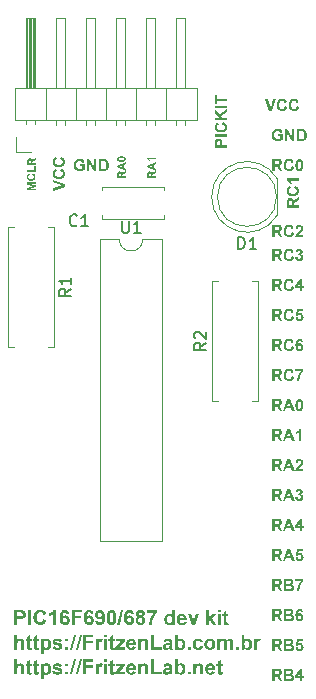
<source format=gbr>
%TF.GenerationSoftware,KiCad,Pcbnew,8.0.1*%
%TF.CreationDate,2024-05-12T15:38:33-03:00*%
%TF.ProjectId,PIC16F687-690_dev_board,50494331-3646-4363-9837-2d3639305f64,rev?*%
%TF.SameCoordinates,Original*%
%TF.FileFunction,Legend,Top*%
%TF.FilePolarity,Positive*%
%FSLAX46Y46*%
G04 Gerber Fmt 4.6, Leading zero omitted, Abs format (unit mm)*
G04 Created by KiCad (PCBNEW 8.0.1) date 2024-05-12 15:38:33*
%MOMM*%
%LPD*%
G01*
G04 APERTURE LIST*
%ADD10C,0.175000*%
%ADD11C,0.250000*%
%ADD12C,0.150000*%
%ADD13C,0.120000*%
G04 APERTURE END LIST*
D10*
G36*
X122016366Y-104045899D02*
G01*
X122088208Y-104047673D01*
X122157644Y-104051426D01*
X122224164Y-104058912D01*
X122250058Y-104064366D01*
X122308222Y-104085430D01*
X122360783Y-104117023D01*
X122407741Y-104159146D01*
X122431408Y-104187098D01*
X122466680Y-104244706D01*
X122488343Y-104303253D01*
X122500884Y-104368707D01*
X122504376Y-104431646D01*
X122501043Y-104493663D01*
X122489522Y-104555773D01*
X122467346Y-104615830D01*
X122462244Y-104625819D01*
X122427468Y-104680129D01*
X122382623Y-104728210D01*
X122355387Y-104749467D01*
X122302396Y-104780943D01*
X122244426Y-104803683D01*
X122223496Y-104809001D01*
X122158673Y-104818500D01*
X122095351Y-104823566D01*
X122031586Y-104826152D01*
X121960019Y-104827014D01*
X121794240Y-104827014D01*
X121794240Y-105315500D01*
X121539922Y-105315500D01*
X121539922Y-104260370D01*
X121794240Y-104260370D01*
X121794240Y-104612080D01*
X121933458Y-104612080D01*
X122002342Y-104610878D01*
X122064966Y-104606652D01*
X122127624Y-104595175D01*
X122134348Y-104592846D01*
X122189112Y-104559835D01*
X122213727Y-104531785D01*
X122238389Y-104474636D01*
X122242425Y-104435309D01*
X122232350Y-104373714D01*
X122202125Y-104323874D01*
X122153189Y-104286468D01*
X122099848Y-104268919D01*
X122037009Y-104262783D01*
X121972681Y-104260779D01*
X121916972Y-104260370D01*
X121794240Y-104260370D01*
X121539922Y-104260370D01*
X121539922Y-104045437D01*
X121947807Y-104045437D01*
X122016366Y-104045899D01*
G37*
G36*
X122698549Y-105315500D02*
G01*
X122698549Y-104045437D01*
X122952561Y-104045437D01*
X122952561Y-105315500D01*
X122698549Y-105315500D01*
G37*
G36*
X123997615Y-104827014D02*
G01*
X124243995Y-104905172D01*
X124224416Y-104967623D01*
X124201169Y-105024842D01*
X124168433Y-105086598D01*
X124130415Y-105140819D01*
X124087117Y-105187506D01*
X124055318Y-105214444D01*
X124003472Y-105248787D01*
X123946625Y-105276025D01*
X123884776Y-105296157D01*
X123817925Y-105309184D01*
X123746073Y-105315105D01*
X123721010Y-105315500D01*
X123659740Y-105312847D01*
X123587069Y-105302072D01*
X123518751Y-105283009D01*
X123454787Y-105255656D01*
X123395175Y-105220016D01*
X123339916Y-105176087D01*
X123308851Y-105145751D01*
X123262411Y-105089663D01*
X123223843Y-105027493D01*
X123193145Y-104959241D01*
X123174255Y-104900260D01*
X123160401Y-104837387D01*
X123151586Y-104770621D01*
X123147808Y-104699962D01*
X123147650Y-104681689D01*
X123150183Y-104606012D01*
X123157782Y-104534686D01*
X123170448Y-104467710D01*
X123188179Y-104405084D01*
X123210977Y-104346809D01*
X123246598Y-104280084D01*
X123290135Y-104220156D01*
X123309766Y-104198088D01*
X123363013Y-104148483D01*
X123421238Y-104107285D01*
X123484442Y-104074494D01*
X123552626Y-104050112D01*
X123625788Y-104034137D01*
X123687903Y-104027411D01*
X123736581Y-104025897D01*
X123806680Y-104029430D01*
X123872530Y-104040029D01*
X123934132Y-104057695D01*
X123991485Y-104082426D01*
X124044590Y-104114224D01*
X124093446Y-104153087D01*
X124111799Y-104170611D01*
X124152023Y-104218162D01*
X124186904Y-104275025D01*
X124213042Y-104332418D01*
X124235089Y-104396941D01*
X124240637Y-104416686D01*
X123989067Y-104455765D01*
X123968008Y-104392281D01*
X123935478Y-104338682D01*
X123895949Y-104298533D01*
X123843646Y-104265681D01*
X123784127Y-104246466D01*
X123723758Y-104240831D01*
X123657126Y-104247052D01*
X123597057Y-104265713D01*
X123543553Y-104296816D01*
X123496612Y-104340360D01*
X123458545Y-104397852D01*
X123434158Y-104460837D01*
X123419882Y-104524242D01*
X123411725Y-104596342D01*
X123409601Y-104663066D01*
X123411695Y-104733682D01*
X123417979Y-104797650D01*
X123431048Y-104865635D01*
X123450150Y-104924045D01*
X123480059Y-104980091D01*
X123495391Y-105000121D01*
X123541511Y-105044066D01*
X123594080Y-105075455D01*
X123653099Y-105094288D01*
X123718568Y-105100566D01*
X123784898Y-105092773D01*
X123844519Y-105069396D01*
X123892896Y-105034620D01*
X123934476Y-104986010D01*
X123965015Y-104929617D01*
X123986687Y-104869434D01*
X123997615Y-104827014D01*
G37*
G36*
X125019161Y-105315500D02*
G01*
X124777971Y-105315500D01*
X124777971Y-104396536D01*
X124726734Y-104443798D01*
X124672169Y-104486209D01*
X124614277Y-104523769D01*
X124553058Y-104556477D01*
X124488511Y-104584333D01*
X124466256Y-104592541D01*
X124466256Y-104358068D01*
X124526828Y-104333870D01*
X124584096Y-104303017D01*
X124637190Y-104268374D01*
X124671420Y-104243273D01*
X124722482Y-104199081D01*
X124764843Y-104151377D01*
X124798503Y-104100162D01*
X124823461Y-104045437D01*
X125019161Y-104045437D01*
X125019161Y-105315500D01*
G37*
G36*
X125903893Y-104050665D02*
G01*
X125966365Y-104066350D01*
X126022656Y-104092492D01*
X126072764Y-104129090D01*
X126115506Y-104175649D01*
X126149700Y-104231672D01*
X126172607Y-104288456D01*
X126188970Y-104352486D01*
X126192443Y-104372112D01*
X125958885Y-104397146D01*
X125943468Y-104336391D01*
X125914311Y-104293954D01*
X125857692Y-104264339D01*
X125820583Y-104260370D01*
X125758297Y-104273869D01*
X125708519Y-104310578D01*
X125691439Y-104330896D01*
X125662245Y-104389392D01*
X125644385Y-104457227D01*
X125634195Y-104520375D01*
X125626753Y-104594041D01*
X125624883Y-104620934D01*
X125672663Y-104574318D01*
X125725939Y-104541021D01*
X125784710Y-104521042D01*
X125848976Y-104514383D01*
X125913019Y-104519774D01*
X125972913Y-104535946D01*
X126028657Y-104562900D01*
X126080253Y-104600636D01*
X126107874Y-104627040D01*
X126149867Y-104679349D01*
X126181546Y-104737970D01*
X126202911Y-104802902D01*
X126213015Y-104863581D01*
X126215646Y-104917689D01*
X126211664Y-104985928D01*
X126199717Y-105048907D01*
X126175714Y-105115736D01*
X126140871Y-105175407D01*
X126102378Y-105220855D01*
X126049741Y-105265347D01*
X125990939Y-105298911D01*
X125925971Y-105321547D01*
X125865378Y-105332251D01*
X125811424Y-105335039D01*
X125742262Y-105329823D01*
X125677887Y-105314173D01*
X125618299Y-105288091D01*
X125563498Y-105251577D01*
X125513484Y-105204629D01*
X125497877Y-105186661D01*
X125462520Y-105135562D01*
X125433155Y-105075190D01*
X125409783Y-105005545D01*
X125395401Y-104943154D01*
X125390574Y-104911888D01*
X125645644Y-104911888D01*
X125652029Y-104975149D01*
X125676041Y-105036051D01*
X125699683Y-105066066D01*
X125749947Y-105103007D01*
X125810416Y-105119630D01*
X125823331Y-105120105D01*
X125884849Y-105109038D01*
X125935072Y-105075836D01*
X125967066Y-105021637D01*
X125978558Y-104960407D01*
X125979646Y-104930206D01*
X125973946Y-104865234D01*
X125952512Y-104805471D01*
X125931408Y-104777860D01*
X125881172Y-104743017D01*
X125820336Y-104729506D01*
X125811424Y-104729317D01*
X125750861Y-104739513D01*
X125696612Y-104772868D01*
X125693577Y-104775723D01*
X125659172Y-104828602D01*
X125646393Y-104890059D01*
X125645644Y-104911888D01*
X125390574Y-104911888D01*
X125384853Y-104874828D01*
X125378141Y-104800567D01*
X125375265Y-104720373D01*
X125375145Y-104699397D01*
X125376269Y-104636014D01*
X125381266Y-104556804D01*
X125390261Y-104483653D01*
X125403253Y-104416560D01*
X125420243Y-104355526D01*
X125447101Y-104287752D01*
X125480206Y-104229445D01*
X125503067Y-104199004D01*
X125553721Y-104146815D01*
X125609742Y-104105424D01*
X125671130Y-104074831D01*
X125737884Y-104055035D01*
X125810005Y-104046037D01*
X125835237Y-104045437D01*
X125903893Y-104050665D01*
G37*
G36*
X126403407Y-105315500D02*
G01*
X126403407Y-104045437D01*
X127266195Y-104045437D01*
X127266195Y-104260370D01*
X126657420Y-104260370D01*
X126657420Y-104553462D01*
X127182847Y-104553462D01*
X127182847Y-104768396D01*
X126657420Y-104768396D01*
X126657420Y-105315500D01*
X126403407Y-105315500D01*
G37*
G36*
X127945763Y-104050665D02*
G01*
X128008236Y-104066350D01*
X128064526Y-104092492D01*
X128114634Y-104129090D01*
X128157376Y-104175649D01*
X128191570Y-104231672D01*
X128214478Y-104288456D01*
X128230840Y-104352486D01*
X128234313Y-104372112D01*
X128000756Y-104397146D01*
X127985338Y-104336391D01*
X127956181Y-104293954D01*
X127899562Y-104264339D01*
X127862453Y-104260370D01*
X127800168Y-104273869D01*
X127750389Y-104310578D01*
X127733310Y-104330896D01*
X127704115Y-104389392D01*
X127686255Y-104457227D01*
X127676065Y-104520375D01*
X127668623Y-104594041D01*
X127666754Y-104620934D01*
X127714534Y-104574318D01*
X127767809Y-104541021D01*
X127826580Y-104521042D01*
X127890846Y-104514383D01*
X127954889Y-104519774D01*
X128014783Y-104535946D01*
X128070528Y-104562900D01*
X128122123Y-104600636D01*
X128149744Y-104627040D01*
X128191737Y-104679349D01*
X128223416Y-104737970D01*
X128244781Y-104802902D01*
X128254885Y-104863581D01*
X128257516Y-104917689D01*
X128253534Y-104985928D01*
X128241588Y-105048907D01*
X128217585Y-105115736D01*
X128182742Y-105175407D01*
X128144248Y-105220855D01*
X128091611Y-105265347D01*
X128032809Y-105298911D01*
X127967842Y-105321547D01*
X127907248Y-105332251D01*
X127853294Y-105335039D01*
X127784132Y-105329823D01*
X127719757Y-105314173D01*
X127660169Y-105288091D01*
X127605368Y-105251577D01*
X127555355Y-105204629D01*
X127539747Y-105186661D01*
X127504390Y-105135562D01*
X127475025Y-105075190D01*
X127451653Y-105005545D01*
X127437271Y-104943154D01*
X127432444Y-104911888D01*
X127687514Y-104911888D01*
X127693900Y-104975149D01*
X127717911Y-105036051D01*
X127741553Y-105066066D01*
X127791817Y-105103007D01*
X127852286Y-105119630D01*
X127865201Y-105120105D01*
X127926719Y-105109038D01*
X127976942Y-105075836D01*
X128008936Y-105021637D01*
X128020428Y-104960407D01*
X128021516Y-104930206D01*
X128015816Y-104865234D01*
X127994382Y-104805471D01*
X127973278Y-104777860D01*
X127923042Y-104743017D01*
X127862206Y-104729506D01*
X127853294Y-104729317D01*
X127792731Y-104739513D01*
X127738483Y-104772868D01*
X127735447Y-104775723D01*
X127701042Y-104828602D01*
X127688263Y-104890059D01*
X127687514Y-104911888D01*
X127432444Y-104911888D01*
X127426723Y-104874828D01*
X127420012Y-104800567D01*
X127417135Y-104720373D01*
X127417015Y-104699397D01*
X127418140Y-104636014D01*
X127423136Y-104556804D01*
X127432131Y-104483653D01*
X127445123Y-104416560D01*
X127462113Y-104355526D01*
X127488971Y-104287752D01*
X127522076Y-104229445D01*
X127544937Y-104199004D01*
X127595592Y-104146815D01*
X127651612Y-104105424D01*
X127713000Y-104074831D01*
X127779754Y-104055035D01*
X127851875Y-104046037D01*
X127877108Y-104045437D01*
X127945763Y-104050665D01*
G37*
G36*
X128844375Y-104050664D02*
G01*
X128908914Y-104066345D01*
X128968624Y-104092481D01*
X129023503Y-104129071D01*
X129073553Y-104176115D01*
X129089163Y-104194120D01*
X129124520Y-104245168D01*
X129153885Y-104305579D01*
X129177257Y-104375352D01*
X129191639Y-104437910D01*
X129202187Y-104506461D01*
X129208898Y-104581002D01*
X129211775Y-104661536D01*
X129211895Y-104682605D01*
X129210771Y-104745770D01*
X129205774Y-104824722D01*
X129196779Y-104897654D01*
X129183787Y-104964565D01*
X129166797Y-105025457D01*
X129139939Y-105093105D01*
X129106834Y-105151347D01*
X129083973Y-105181777D01*
X129033286Y-105233862D01*
X128977169Y-105275171D01*
X128915620Y-105305704D01*
X128848641Y-105325460D01*
X128776230Y-105334440D01*
X128750886Y-105335039D01*
X128688956Y-105331124D01*
X128624832Y-105317061D01*
X128567807Y-105292770D01*
X128512139Y-105253218D01*
X128470732Y-105207231D01*
X128437492Y-105151094D01*
X128415107Y-105093646D01*
X128398974Y-105028426D01*
X128395513Y-105008364D01*
X128629070Y-104983329D01*
X128644488Y-105043932D01*
X128673645Y-105086522D01*
X128727741Y-105115383D01*
X128768899Y-105120105D01*
X128830024Y-105106665D01*
X128879039Y-105070115D01*
X128895906Y-105049885D01*
X128925029Y-104991317D01*
X128943003Y-104923597D01*
X128953379Y-104860635D01*
X128961093Y-104787241D01*
X128963072Y-104760458D01*
X128914739Y-104806673D01*
X128860719Y-104839684D01*
X128801013Y-104859490D01*
X128735621Y-104866093D01*
X128672530Y-104860731D01*
X128613354Y-104844646D01*
X128558094Y-104817838D01*
X128506749Y-104780307D01*
X128479166Y-104754046D01*
X128437173Y-104701678D01*
X128405494Y-104642882D01*
X128384129Y-104577658D01*
X128374025Y-104516636D01*
X128371394Y-104462176D01*
X128372024Y-104451490D01*
X128608310Y-104451490D01*
X128613974Y-104515942D01*
X128635272Y-104575367D01*
X128656242Y-104602921D01*
X128706698Y-104637545D01*
X128767619Y-104650971D01*
X128776532Y-104651159D01*
X128836961Y-104640962D01*
X128890770Y-104607608D01*
X128893769Y-104604753D01*
X128927954Y-104551435D01*
X128940652Y-104489816D01*
X128941396Y-104467977D01*
X128935047Y-104405411D01*
X128911171Y-104344959D01*
X128887662Y-104315020D01*
X128837640Y-104277662D01*
X128776782Y-104260851D01*
X128763709Y-104260370D01*
X128702496Y-104271590D01*
X128652579Y-104305250D01*
X128620804Y-104359583D01*
X128609390Y-104421114D01*
X128608310Y-104451490D01*
X128372024Y-104451490D01*
X128375387Y-104394445D01*
X128387365Y-104331845D01*
X128411433Y-104265296D01*
X128446370Y-104205729D01*
X128484967Y-104160231D01*
X128537769Y-104115501D01*
X128596532Y-104081758D01*
X128661255Y-104059001D01*
X128721476Y-104048239D01*
X128775005Y-104045437D01*
X128844375Y-104050664D01*
G37*
G36*
X129837190Y-104050041D02*
G01*
X129897282Y-104063855D01*
X129960336Y-104091611D01*
X130015792Y-104131901D01*
X130057280Y-104176412D01*
X130092638Y-104229858D01*
X130122002Y-104293262D01*
X130145374Y-104366624D01*
X130159757Y-104432484D01*
X130170304Y-104504717D01*
X130177016Y-104583323D01*
X130179533Y-104646460D01*
X130180012Y-104690543D01*
X130178926Y-104755977D01*
X130175665Y-104817869D01*
X130167937Y-104894882D01*
X130156345Y-104965598D01*
X130140889Y-105030017D01*
X130121569Y-105088139D01*
X130091986Y-105151937D01*
X130056364Y-105205896D01*
X130007776Y-105256216D01*
X129951503Y-105294177D01*
X129887546Y-105319779D01*
X129826610Y-105331886D01*
X129771516Y-105335039D01*
X129705095Y-105330059D01*
X129643675Y-105315118D01*
X129587257Y-105290217D01*
X129535841Y-105255355D01*
X129489426Y-105210532D01*
X129475066Y-105193378D01*
X129436884Y-105132452D01*
X129411101Y-105069759D01*
X129390803Y-104996228D01*
X129378514Y-104929601D01*
X129369737Y-104856037D01*
X129364470Y-104775537D01*
X129362825Y-104710610D01*
X129362727Y-104690543D01*
X129615201Y-104690543D01*
X129615745Y-104754518D01*
X129617834Y-104822610D01*
X129622253Y-104890086D01*
X129629914Y-104951424D01*
X129637488Y-104986382D01*
X129659210Y-105046414D01*
X129693664Y-105093544D01*
X129750279Y-105118445D01*
X129771516Y-105120105D01*
X129831852Y-105104821D01*
X129849674Y-105092933D01*
X129886597Y-105042272D01*
X129902797Y-104995847D01*
X129914899Y-104935284D01*
X129921573Y-104874489D01*
X129925387Y-104812843D01*
X129927441Y-104742397D01*
X129927832Y-104690543D01*
X129927288Y-104626663D01*
X129925198Y-104558686D01*
X129920780Y-104491343D01*
X129913119Y-104430159D01*
X129905545Y-104395315D01*
X129883764Y-104335016D01*
X129849063Y-104287542D01*
X129792735Y-104262069D01*
X129771516Y-104260370D01*
X129711181Y-104275655D01*
X129693359Y-104287542D01*
X129656436Y-104338204D01*
X129640236Y-104384629D01*
X129628134Y-104445610D01*
X129621460Y-104506598D01*
X129617646Y-104568314D01*
X129615592Y-104638746D01*
X129615201Y-104690543D01*
X129362727Y-104690543D01*
X129362715Y-104688101D01*
X129363802Y-104622994D01*
X129367062Y-104561397D01*
X129374790Y-104484728D01*
X129386382Y-104414298D01*
X129401838Y-104350108D01*
X129421158Y-104292158D01*
X129450741Y-104228494D01*
X129486363Y-104174580D01*
X129534966Y-104124260D01*
X129591282Y-104086298D01*
X129655312Y-104060697D01*
X129716335Y-104048590D01*
X129771516Y-104045437D01*
X129837190Y-104050041D01*
G37*
G36*
X130259697Y-105315500D02*
G01*
X130571412Y-104045437D01*
X130752457Y-104045437D01*
X130437383Y-105315500D01*
X130259697Y-105315500D01*
G37*
G36*
X131351729Y-104050665D02*
G01*
X131414202Y-104066350D01*
X131470492Y-104092492D01*
X131520600Y-104129090D01*
X131563343Y-104175649D01*
X131597537Y-104231672D01*
X131620444Y-104288456D01*
X131636807Y-104352486D01*
X131640279Y-104372112D01*
X131406722Y-104397146D01*
X131391304Y-104336391D01*
X131362148Y-104293954D01*
X131305529Y-104264339D01*
X131268420Y-104260370D01*
X131206134Y-104273869D01*
X131156356Y-104310578D01*
X131139276Y-104330896D01*
X131110082Y-104389392D01*
X131092221Y-104457227D01*
X131082032Y-104520375D01*
X131074590Y-104594041D01*
X131072720Y-104620934D01*
X131120500Y-104574318D01*
X131173775Y-104541021D01*
X131232546Y-104521042D01*
X131296813Y-104514383D01*
X131360856Y-104519774D01*
X131420749Y-104535946D01*
X131476494Y-104562900D01*
X131528090Y-104600636D01*
X131555710Y-104627040D01*
X131597703Y-104679349D01*
X131629383Y-104737970D01*
X131650748Y-104802902D01*
X131660851Y-104863581D01*
X131663482Y-104917689D01*
X131659500Y-104985928D01*
X131647554Y-105048907D01*
X131623551Y-105115736D01*
X131588708Y-105175407D01*
X131550215Y-105220855D01*
X131497578Y-105265347D01*
X131438775Y-105298911D01*
X131373808Y-105321547D01*
X131313215Y-105332251D01*
X131259260Y-105335039D01*
X131190099Y-105329823D01*
X131125724Y-105314173D01*
X131066136Y-105288091D01*
X131011335Y-105251577D01*
X130961321Y-105204629D01*
X130945714Y-105186661D01*
X130910356Y-105135562D01*
X130880992Y-105075190D01*
X130857620Y-105005545D01*
X130843237Y-104943154D01*
X130838411Y-104911888D01*
X131093481Y-104911888D01*
X131099866Y-104975149D01*
X131123877Y-105036051D01*
X131147519Y-105066066D01*
X131197784Y-105103007D01*
X131258252Y-105119630D01*
X131271167Y-105120105D01*
X131332686Y-105109038D01*
X131382908Y-105075836D01*
X131414903Y-105021637D01*
X131426395Y-104960407D01*
X131427483Y-104930206D01*
X131421783Y-104865234D01*
X131400349Y-104805471D01*
X131379245Y-104777860D01*
X131329008Y-104743017D01*
X131268173Y-104729506D01*
X131259260Y-104729317D01*
X131198698Y-104739513D01*
X131144449Y-104772868D01*
X131141413Y-104775723D01*
X131107009Y-104828602D01*
X131094230Y-104890059D01*
X131093481Y-104911888D01*
X130838411Y-104911888D01*
X130832690Y-104874828D01*
X130825978Y-104800567D01*
X130823102Y-104720373D01*
X130822982Y-104699397D01*
X130824106Y-104636014D01*
X130829103Y-104556804D01*
X130838098Y-104483653D01*
X130851090Y-104416560D01*
X130868079Y-104355526D01*
X130894938Y-104287752D01*
X130928043Y-104229445D01*
X130950904Y-104199004D01*
X131001558Y-104146815D01*
X131057579Y-104105424D01*
X131118966Y-104074831D01*
X131185720Y-104055035D01*
X131257841Y-104046037D01*
X131283074Y-104045437D01*
X131351729Y-104050665D01*
G37*
G36*
X132267041Y-104048646D02*
G01*
X132335058Y-104060502D01*
X132395419Y-104081095D01*
X132455030Y-104115327D01*
X132481085Y-104136722D01*
X132524496Y-104185247D01*
X132555503Y-104239839D01*
X132574108Y-104300499D01*
X132580309Y-104367227D01*
X132573869Y-104429780D01*
X132552358Y-104491443D01*
X132534513Y-104522016D01*
X132491456Y-104571596D01*
X132440888Y-104608061D01*
X132406591Y-104625208D01*
X132461535Y-104652194D01*
X132513294Y-104689487D01*
X132555273Y-104734471D01*
X132565960Y-104749467D01*
X132597074Y-104808503D01*
X132614151Y-104867370D01*
X132620556Y-104931185D01*
X132620609Y-104937839D01*
X132616691Y-105001695D01*
X132602218Y-105070334D01*
X132577079Y-105132661D01*
X132541276Y-105188677D01*
X132509173Y-105224824D01*
X132457047Y-105267769D01*
X132397909Y-105300166D01*
X132331759Y-105322016D01*
X132269477Y-105332348D01*
X132213639Y-105335039D01*
X132151211Y-105331830D01*
X132083505Y-105319973D01*
X132021322Y-105299380D01*
X131964661Y-105270051D01*
X131927570Y-105243753D01*
X131881710Y-105200537D01*
X131840199Y-105143037D01*
X131811602Y-105077911D01*
X131797370Y-105016019D01*
X131792626Y-104948525D01*
X131794448Y-104925322D01*
X132030763Y-104925322D01*
X132036787Y-104989566D01*
X132057102Y-105047719D01*
X132081748Y-105083163D01*
X132131420Y-105121774D01*
X132190675Y-105138762D01*
X132209365Y-105139645D01*
X132269639Y-105129243D01*
X132323323Y-105095012D01*
X132332708Y-105085301D01*
X132364533Y-105032987D01*
X132379510Y-104970655D01*
X132381862Y-104928069D01*
X132374864Y-104865730D01*
X132349009Y-104805590D01*
X132332097Y-104783966D01*
X132283469Y-104746608D01*
X132220084Y-104729797D01*
X132206007Y-104729317D01*
X132141527Y-104739545D01*
X132088767Y-104773439D01*
X132074116Y-104791293D01*
X132044480Y-104847301D01*
X132031440Y-104907399D01*
X132030763Y-104925322D01*
X131794448Y-104925322D01*
X131797575Y-104885508D01*
X131812423Y-104825831D01*
X131837169Y-104769493D01*
X131843306Y-104758626D01*
X131880706Y-104708471D01*
X131929554Y-104666009D01*
X131983307Y-104634370D01*
X132003285Y-104625208D01*
X131944908Y-104594878D01*
X131895048Y-104553891D01*
X131867120Y-104517741D01*
X131839643Y-104459761D01*
X131826175Y-104397448D01*
X131825617Y-104386155D01*
X132053050Y-104386155D01*
X132063201Y-104448132D01*
X132093655Y-104494844D01*
X132148180Y-104526442D01*
X132202343Y-104533922D01*
X132264167Y-104524076D01*
X132312252Y-104494538D01*
X132345579Y-104440571D01*
X132353468Y-104385240D01*
X132341922Y-104322907D01*
X132312558Y-104280215D01*
X132258569Y-104248369D01*
X132205091Y-104240831D01*
X132142580Y-104250830D01*
X132094266Y-104280826D01*
X132060939Y-104333687D01*
X132053050Y-104386155D01*
X131825617Y-104386155D01*
X131824683Y-104367227D01*
X131830827Y-104300499D01*
X131849260Y-104239839D01*
X131879981Y-104185247D01*
X131922990Y-104136722D01*
X131977334Y-104096785D01*
X132033401Y-104071200D01*
X132097414Y-104054351D01*
X132158608Y-104046863D01*
X132202648Y-104045437D01*
X132267041Y-104048646D01*
G37*
G36*
X132769597Y-104299449D02*
G01*
X132769597Y-104064976D01*
X133594833Y-104064976D01*
X133594833Y-104240831D01*
X133549926Y-104289398D01*
X133511179Y-104337748D01*
X133472195Y-104392302D01*
X133432976Y-104453060D01*
X133400112Y-104508431D01*
X133386921Y-104531785D01*
X133355132Y-104591527D01*
X133325789Y-104652446D01*
X133298890Y-104714543D01*
X133274436Y-104777817D01*
X133252426Y-104842269D01*
X133232862Y-104907899D01*
X133225721Y-104934481D01*
X133209823Y-104999972D01*
X133196669Y-105063257D01*
X133186258Y-105124335D01*
X133177385Y-105194717D01*
X133172462Y-105261922D01*
X133171377Y-105315500D01*
X132938735Y-105315500D01*
X132941755Y-105250160D01*
X132947761Y-105184505D01*
X132956753Y-105118536D01*
X132968731Y-105052252D01*
X132983696Y-104985652D01*
X133001647Y-104918738D01*
X133022584Y-104851510D01*
X133046508Y-104783966D01*
X133072993Y-104717090D01*
X133101615Y-104652018D01*
X133132374Y-104588748D01*
X133165271Y-104527282D01*
X133200304Y-104467619D01*
X133237475Y-104409759D01*
X133276783Y-104353703D01*
X133318228Y-104299449D01*
X132769597Y-104299449D01*
G37*
G36*
X135116771Y-105315500D02*
G01*
X134892678Y-105315500D01*
X134892678Y-105181471D01*
X134851886Y-105230443D01*
X134801955Y-105273004D01*
X134760787Y-105297487D01*
X134703600Y-105320370D01*
X134641259Y-105333242D01*
X134607525Y-105335039D01*
X134540898Y-105328961D01*
X134478596Y-105310729D01*
X134420618Y-105280342D01*
X134366964Y-105237800D01*
X134338247Y-105208033D01*
X134300169Y-105156760D01*
X134269969Y-105098424D01*
X134247647Y-105033026D01*
X134235064Y-104973132D01*
X134227951Y-104908334D01*
X134226200Y-104852965D01*
X134226733Y-104838921D01*
X134472580Y-104838921D01*
X134474509Y-104901793D01*
X134481435Y-104963736D01*
X134497178Y-105026299D01*
X134512881Y-105060266D01*
X134553888Y-105112430D01*
X134609533Y-105147495D01*
X134669700Y-105159087D01*
X134676218Y-105159184D01*
X134739609Y-105146940D01*
X134794837Y-105110208D01*
X134817573Y-105084995D01*
X134848485Y-105031442D01*
X134866517Y-104970957D01*
X134874761Y-104907420D01*
X134876192Y-104863040D01*
X134873474Y-104795457D01*
X134863714Y-104729025D01*
X134844249Y-104668065D01*
X134819405Y-104626124D01*
X134772536Y-104581846D01*
X134711588Y-104556939D01*
X134674386Y-104553462D01*
X134613950Y-104563551D01*
X134557296Y-104597252D01*
X134530588Y-104625208D01*
X134497562Y-104682693D01*
X134480738Y-104742178D01*
X134473487Y-104804460D01*
X134472580Y-104838921D01*
X134226733Y-104838921D01*
X134228861Y-104782897D01*
X134236844Y-104718285D01*
X134253449Y-104647953D01*
X134277717Y-104585478D01*
X134309649Y-104530860D01*
X134335194Y-104498812D01*
X134385744Y-104451585D01*
X134441758Y-104415957D01*
X134503236Y-104391929D01*
X134570177Y-104379501D01*
X134610883Y-104377607D01*
X134675829Y-104383684D01*
X134736831Y-104401917D01*
X134793889Y-104432304D01*
X134847002Y-104474846D01*
X134875581Y-104504613D01*
X134875581Y-104045437D01*
X135116771Y-104045437D01*
X135116771Y-105315500D01*
G37*
G36*
X135758295Y-104380894D02*
G01*
X135826501Y-104393516D01*
X135888676Y-104415606D01*
X135944818Y-104447162D01*
X135994929Y-104488184D01*
X136017722Y-104512246D01*
X136057589Y-104567769D01*
X136088805Y-104633361D01*
X136108210Y-104695711D01*
X136121607Y-104765053D01*
X136128997Y-104841386D01*
X136130583Y-104907487D01*
X136130379Y-104924711D01*
X135525878Y-104924711D01*
X135532622Y-104989338D01*
X135552093Y-105049269D01*
X135584191Y-105097513D01*
X135634120Y-105137443D01*
X135693120Y-105157016D01*
X135723409Y-105159184D01*
X135784130Y-105149390D01*
X135818359Y-105131401D01*
X135859431Y-105083435D01*
X135876977Y-105041948D01*
X136117556Y-105081026D01*
X136090995Y-105139454D01*
X136053084Y-105196335D01*
X136006674Y-105243846D01*
X135971010Y-105270315D01*
X135910869Y-105301602D01*
X135850719Y-105320817D01*
X135784273Y-105331942D01*
X135720967Y-105335039D01*
X135649575Y-105331230D01*
X135584236Y-105319804D01*
X135524949Y-105300759D01*
X135461794Y-105267851D01*
X135407355Y-105223973D01*
X135368646Y-105179029D01*
X135333553Y-105121139D01*
X135307079Y-105056996D01*
X135291247Y-104997039D01*
X135281748Y-104932489D01*
X135278582Y-104863345D01*
X135281474Y-104794586D01*
X135285028Y-104768396D01*
X135530152Y-104768396D01*
X135890715Y-104768396D01*
X135884389Y-104707514D01*
X135864124Y-104647522D01*
X135836677Y-104608416D01*
X135787264Y-104570850D01*
X135724854Y-104553945D01*
X135711197Y-104553462D01*
X135647476Y-104564506D01*
X135594156Y-104597640D01*
X135580832Y-104611164D01*
X135547577Y-104665098D01*
X135532264Y-104726957D01*
X135530152Y-104768396D01*
X135285028Y-104768396D01*
X135290150Y-104730657D01*
X135308196Y-104660318D01*
X135334572Y-104596934D01*
X135369276Y-104540505D01*
X135397040Y-104506750D01*
X135443672Y-104462862D01*
X135494727Y-104428054D01*
X135550204Y-104402326D01*
X135610103Y-104385678D01*
X135674425Y-104378111D01*
X135696848Y-104377607D01*
X135758295Y-104380894D01*
G37*
G36*
X136573069Y-105315500D02*
G01*
X136205483Y-104397146D01*
X136458885Y-104397146D01*
X136630466Y-104865787D01*
X136680230Y-105022408D01*
X136699312Y-104963733D01*
X136705265Y-104943640D01*
X136724156Y-104885308D01*
X136730911Y-104865787D01*
X136904323Y-104397146D01*
X137152535Y-104397146D01*
X136790140Y-105315500D01*
X136573069Y-105315500D01*
G37*
G36*
X137772912Y-105315500D02*
G01*
X137772912Y-104045437D01*
X138014407Y-104045437D01*
X138014407Y-104720463D01*
X138296813Y-104397146D01*
X138593873Y-104397146D01*
X138282158Y-104732980D01*
X138616160Y-105315500D01*
X138356042Y-105315500D01*
X138126759Y-104901203D01*
X138014407Y-105021492D01*
X138014407Y-105315500D01*
X137772912Y-105315500D01*
G37*
G36*
X138754768Y-104260370D02*
G01*
X138754768Y-104045437D01*
X138996263Y-104045437D01*
X138996263Y-104260370D01*
X138754768Y-104260370D01*
G37*
G36*
X138754768Y-105315500D02*
G01*
X138754768Y-104397146D01*
X138996263Y-104397146D01*
X138996263Y-105315500D01*
X138754768Y-105315500D01*
G37*
G36*
X139659077Y-104397146D02*
G01*
X139659077Y-104573001D01*
X139494213Y-104573001D01*
X139494213Y-104971728D01*
X139494661Y-105037612D01*
X139497009Y-105099432D01*
X139498793Y-105113083D01*
X139520469Y-105146361D01*
X139561075Y-105159184D01*
X139621394Y-105148217D01*
X139658161Y-105135981D01*
X139678922Y-105303287D01*
X139618393Y-105321365D01*
X139552669Y-105331938D01*
X139488413Y-105335039D01*
X139426283Y-105329391D01*
X139370565Y-105312446D01*
X139316040Y-105279078D01*
X139293629Y-105254133D01*
X139268015Y-105196337D01*
X139259740Y-105157352D01*
X139254016Y-105091941D01*
X139252376Y-105028656D01*
X139252108Y-104982413D01*
X139252108Y-104573001D01*
X139141282Y-104573001D01*
X139141282Y-104397146D01*
X139252108Y-104397146D01*
X139252108Y-104221292D01*
X139494213Y-104084516D01*
X139494213Y-104397146D01*
X139659077Y-104397146D01*
G37*
G36*
X121778669Y-106145437D02*
G01*
X121778669Y-106607666D01*
X121824014Y-106563466D01*
X121880986Y-106523458D01*
X121942340Y-106495897D01*
X122008078Y-106480782D01*
X122057717Y-106477607D01*
X122122716Y-106482746D01*
X122182273Y-106498165D01*
X122207926Y-106508748D01*
X122263364Y-106541699D01*
X122306526Y-106585129D01*
X122308676Y-106588127D01*
X122338651Y-106642395D01*
X122355082Y-106695288D01*
X122363639Y-106759026D01*
X122367001Y-106826570D01*
X122367600Y-106877555D01*
X122367600Y-107415500D01*
X122126410Y-107415500D01*
X122126410Y-106924571D01*
X122125551Y-106858263D01*
X122122063Y-106794108D01*
X122112671Y-106739252D01*
X122078347Y-106687591D01*
X122064128Y-106676665D01*
X122005106Y-106655297D01*
X121977116Y-106653462D01*
X121913511Y-106662929D01*
X121869650Y-106683382D01*
X121824430Y-106726261D01*
X121800346Y-106772836D01*
X121785528Y-106836181D01*
X121779706Y-106901367D01*
X121778669Y-106949912D01*
X121778669Y-107415500D01*
X121537479Y-107415500D01*
X121537479Y-106145437D01*
X121778669Y-106145437D01*
G37*
G36*
X123024918Y-106497146D02*
G01*
X123024918Y-106673001D01*
X122860054Y-106673001D01*
X122860054Y-107071728D01*
X122860502Y-107137612D01*
X122862849Y-107199432D01*
X122864634Y-107213083D01*
X122886310Y-107246361D01*
X122926916Y-107259184D01*
X122987235Y-107248217D01*
X123024002Y-107235981D01*
X123044763Y-107403287D01*
X122984234Y-107421365D01*
X122918510Y-107431938D01*
X122854254Y-107435039D01*
X122792124Y-107429391D01*
X122736406Y-107412446D01*
X122681881Y-107379078D01*
X122659470Y-107354133D01*
X122633856Y-107296337D01*
X122625581Y-107257352D01*
X122619857Y-107191941D01*
X122618217Y-107128656D01*
X122617949Y-107082413D01*
X122617949Y-106673001D01*
X122507123Y-106673001D01*
X122507123Y-106497146D01*
X122617949Y-106497146D01*
X122617949Y-106321292D01*
X122860054Y-106184516D01*
X122860054Y-106497146D01*
X123024918Y-106497146D01*
G37*
G36*
X123607437Y-106497146D02*
G01*
X123607437Y-106673001D01*
X123442573Y-106673001D01*
X123442573Y-107071728D01*
X123443021Y-107137612D01*
X123445369Y-107199432D01*
X123447153Y-107213083D01*
X123468830Y-107246361D01*
X123509435Y-107259184D01*
X123569754Y-107248217D01*
X123606521Y-107235981D01*
X123627282Y-107403287D01*
X123566753Y-107421365D01*
X123501030Y-107431938D01*
X123436773Y-107435039D01*
X123374643Y-107429391D01*
X123318926Y-107412446D01*
X123264400Y-107379078D01*
X123241989Y-107354133D01*
X123216375Y-107296337D01*
X123208100Y-107257352D01*
X123202376Y-107191941D01*
X123200736Y-107128656D01*
X123200468Y-107082413D01*
X123200468Y-106673001D01*
X123089643Y-106673001D01*
X123089643Y-106497146D01*
X123200468Y-106497146D01*
X123200468Y-106321292D01*
X123442573Y-106184516D01*
X123442573Y-106497146D01*
X123607437Y-106497146D01*
G37*
G36*
X124341383Y-106483597D02*
G01*
X124403959Y-106501566D01*
X124461947Y-106531515D01*
X124515348Y-106573444D01*
X124543803Y-106602781D01*
X124581467Y-106653074D01*
X124611338Y-106710301D01*
X124633416Y-106774461D01*
X124647702Y-106845555D01*
X124653655Y-106910097D01*
X124654629Y-106951133D01*
X124651901Y-107020382D01*
X124643716Y-107084638D01*
X124626693Y-107155152D01*
X124601813Y-107218475D01*
X124569077Y-107274607D01*
X124542887Y-107308033D01*
X124499425Y-107351195D01*
X124444486Y-107390264D01*
X124384988Y-107417179D01*
X124320933Y-107431938D01*
X124272389Y-107435039D01*
X124209034Y-107429312D01*
X124146991Y-107410466D01*
X124135307Y-107405119D01*
X124080385Y-107370491D01*
X124031355Y-107327787D01*
X124006164Y-107301927D01*
X124006164Y-107767209D01*
X123764974Y-107767209D01*
X123764974Y-106940447D01*
X124003721Y-106940447D01*
X124006629Y-107007698D01*
X124017071Y-107074574D01*
X124037896Y-107137082D01*
X124064477Y-107181332D01*
X124109595Y-107225656D01*
X124165973Y-107253026D01*
X124213160Y-107259184D01*
X124276888Y-107247394D01*
X124331143Y-107212022D01*
X124352989Y-107187743D01*
X124382452Y-107134148D01*
X124399638Y-107070617D01*
X124407495Y-107001981D01*
X124408859Y-106953270D01*
X124406098Y-106890388D01*
X124396180Y-106827753D01*
X124376402Y-106769057D01*
X124351157Y-106727345D01*
X124304245Y-106682323D01*
X124244703Y-106656997D01*
X124208885Y-106653462D01*
X124146732Y-106663637D01*
X124093080Y-106694163D01*
X124062034Y-106725819D01*
X124028835Y-106783826D01*
X124011922Y-106843575D01*
X124004633Y-106905972D01*
X124003721Y-106940447D01*
X123764974Y-106940447D01*
X123764974Y-106497146D01*
X123989983Y-106497146D01*
X123989983Y-106631175D01*
X124030595Y-106579695D01*
X124077206Y-106539867D01*
X124108441Y-106520044D01*
X124166816Y-106494184D01*
X124229741Y-106480259D01*
X124274220Y-106477607D01*
X124341383Y-106483597D01*
G37*
G36*
X124755379Y-107161487D02*
G01*
X124997484Y-107122408D01*
X125020917Y-107181484D01*
X125060072Y-107224379D01*
X125116858Y-107250483D01*
X125182074Y-107259048D01*
X125192573Y-107259184D01*
X125256158Y-107254333D01*
X125317405Y-107234624D01*
X125333318Y-107224685D01*
X125364574Y-107170155D01*
X125365070Y-107160266D01*
X125347973Y-107114775D01*
X125289074Y-107088605D01*
X125267068Y-107083024D01*
X125197439Y-107067091D01*
X125134489Y-107051501D01*
X125065194Y-107032497D01*
X125006334Y-107014030D01*
X124941460Y-106989077D01*
X124897040Y-106965177D01*
X124849756Y-106924457D01*
X124812710Y-106869980D01*
X124792762Y-106806326D01*
X124788962Y-106758792D01*
X124796352Y-106694834D01*
X124818522Y-106636915D01*
X124855471Y-106585032D01*
X124882385Y-106558818D01*
X124935680Y-106523288D01*
X124992862Y-106500527D01*
X125059892Y-106485538D01*
X125125182Y-106478876D01*
X125172729Y-106477607D01*
X125239529Y-106479861D01*
X125308917Y-106488188D01*
X125369101Y-106502651D01*
X125426613Y-106526694D01*
X125450860Y-106541721D01*
X125497692Y-106582663D01*
X125535493Y-106633362D01*
X125564261Y-106693817D01*
X125576340Y-106731620D01*
X125348584Y-106770698D01*
X125321925Y-106712628D01*
X125293018Y-106683687D01*
X125236325Y-106659247D01*
X125177003Y-106653462D01*
X125113161Y-106657197D01*
X125051681Y-106673798D01*
X125040532Y-106680023D01*
X125013055Y-106729177D01*
X125037174Y-106772836D01*
X125096379Y-106797738D01*
X125157707Y-106815379D01*
X125227773Y-106832849D01*
X125262488Y-106840918D01*
X125330652Y-106857999D01*
X125390658Y-106876496D01*
X125450356Y-106899866D01*
X125504986Y-106928937D01*
X125531766Y-106948385D01*
X125574699Y-106998734D01*
X125599811Y-107061204D01*
X125607176Y-107128514D01*
X125598892Y-107196343D01*
X125574042Y-107258666D01*
X125538045Y-107309442D01*
X125502457Y-107344669D01*
X125451836Y-107379882D01*
X125391602Y-107406445D01*
X125332321Y-107422331D01*
X125265979Y-107431862D01*
X125192573Y-107435039D01*
X125125358Y-107432452D01*
X125063616Y-107424692D01*
X124998503Y-107409100D01*
X124940840Y-107386466D01*
X124897345Y-107361461D01*
X124847829Y-107321371D01*
X124807662Y-107274678D01*
X124776845Y-107221384D01*
X124755379Y-107161487D01*
G37*
G36*
X125859967Y-106731620D02*
G01*
X125859967Y-106497146D01*
X126101462Y-106497146D01*
X126101462Y-106731620D01*
X125859967Y-106731620D01*
G37*
G36*
X125859967Y-107415500D02*
G01*
X125859967Y-107181026D01*
X126101462Y-107181026D01*
X126101462Y-107415500D01*
X125859967Y-107415500D01*
G37*
G36*
X126267547Y-107415500D02*
G01*
X126579262Y-106145437D01*
X126760307Y-106145437D01*
X126445234Y-107415500D01*
X126267547Y-107415500D01*
G37*
G36*
X126753591Y-107415500D02*
G01*
X127065306Y-106145437D01*
X127246351Y-106145437D01*
X126931277Y-107415500D01*
X126753591Y-107415500D01*
G37*
G36*
X127371830Y-107415500D02*
G01*
X127371830Y-106145437D01*
X128234618Y-106145437D01*
X128234618Y-106360370D01*
X127625843Y-106360370D01*
X127625843Y-106653462D01*
X128151270Y-106653462D01*
X128151270Y-106868396D01*
X127625843Y-106868396D01*
X127625843Y-107415500D01*
X127371830Y-107415500D01*
G37*
G36*
X128667844Y-107415500D02*
G01*
X128426654Y-107415500D01*
X128426654Y-106497146D01*
X128650747Y-106497146D01*
X128650747Y-106626900D01*
X128685487Y-106575637D01*
X128727262Y-106527447D01*
X128753939Y-106506306D01*
X128813097Y-106482343D01*
X128858659Y-106477607D01*
X128919624Y-106484562D01*
X128978872Y-106505428D01*
X129017416Y-106527066D01*
X128942617Y-106751770D01*
X128887318Y-106723282D01*
X128829349Y-106712080D01*
X128769406Y-106723914D01*
X128743254Y-106739557D01*
X128705210Y-106791197D01*
X128687994Y-106838781D01*
X128676522Y-106906476D01*
X128671701Y-106968901D01*
X128669103Y-107034385D01*
X128668021Y-107097400D01*
X128667844Y-107138894D01*
X128667844Y-107415500D01*
G37*
G36*
X129116945Y-106360370D02*
G01*
X129116945Y-106145437D01*
X129358441Y-106145437D01*
X129358441Y-106360370D01*
X129116945Y-106360370D01*
G37*
G36*
X129116945Y-107415500D02*
G01*
X129116945Y-106497146D01*
X129358441Y-106497146D01*
X129358441Y-107415500D01*
X129116945Y-107415500D01*
G37*
G36*
X130021255Y-106497146D02*
G01*
X130021255Y-106673001D01*
X129856391Y-106673001D01*
X129856391Y-107071728D01*
X129856838Y-107137612D01*
X129859186Y-107199432D01*
X129860970Y-107213083D01*
X129882647Y-107246361D01*
X129923252Y-107259184D01*
X129983571Y-107248217D01*
X130020339Y-107235981D01*
X130041099Y-107403287D01*
X129980570Y-107421365D01*
X129914847Y-107431938D01*
X129850590Y-107435039D01*
X129788461Y-107429391D01*
X129732743Y-107412446D01*
X129678217Y-107379078D01*
X129655806Y-107354133D01*
X129630192Y-107296337D01*
X129621918Y-107257352D01*
X129616193Y-107191941D01*
X129614553Y-107128656D01*
X129614285Y-107082413D01*
X129614285Y-106673001D01*
X129503460Y-106673001D01*
X129503460Y-106497146D01*
X129614285Y-106497146D01*
X129614285Y-106321292D01*
X129856391Y-106184516D01*
X129856391Y-106497146D01*
X130021255Y-106497146D01*
G37*
G36*
X130088727Y-107415500D02*
G01*
X130088727Y-107259184D01*
X130430361Y-106824432D01*
X130469745Y-106774896D01*
X130511248Y-106723925D01*
X130552363Y-106675848D01*
X130554925Y-106673001D01*
X130491885Y-106673001D01*
X130444100Y-106673001D01*
X130122005Y-106673001D01*
X130122005Y-106497146D01*
X130876105Y-106497146D01*
X130876105Y-106653462D01*
X130527448Y-107093710D01*
X130404716Y-107239645D01*
X130469316Y-107239645D01*
X130529280Y-107239645D01*
X130902666Y-107239645D01*
X130902666Y-107415500D01*
X130088727Y-107415500D01*
G37*
G36*
X131469390Y-106480894D02*
G01*
X131537597Y-106493516D01*
X131599771Y-106515606D01*
X131655914Y-106547162D01*
X131706024Y-106588184D01*
X131728817Y-106612246D01*
X131768685Y-106667769D01*
X131799901Y-106733361D01*
X131819306Y-106795711D01*
X131832703Y-106865053D01*
X131840092Y-106941386D01*
X131841679Y-107007487D01*
X131841474Y-107024711D01*
X131236973Y-107024711D01*
X131243717Y-107089338D01*
X131263189Y-107149269D01*
X131295286Y-107197513D01*
X131345216Y-107237443D01*
X131404215Y-107257016D01*
X131434505Y-107259184D01*
X131495226Y-107249390D01*
X131529454Y-107231401D01*
X131570527Y-107183435D01*
X131588072Y-107141948D01*
X131828652Y-107181026D01*
X131802090Y-107239454D01*
X131764180Y-107296335D01*
X131717769Y-107343846D01*
X131682106Y-107370315D01*
X131621964Y-107401602D01*
X131561815Y-107420817D01*
X131495368Y-107431942D01*
X131432062Y-107435039D01*
X131360671Y-107431230D01*
X131295332Y-107419804D01*
X131236045Y-107400759D01*
X131172890Y-107367851D01*
X131118451Y-107323973D01*
X131079742Y-107279029D01*
X131044648Y-107221139D01*
X131018174Y-107156996D01*
X131002343Y-107097039D01*
X130992844Y-107032489D01*
X130989677Y-106963345D01*
X130992569Y-106894586D01*
X130996124Y-106868396D01*
X131241248Y-106868396D01*
X131601811Y-106868396D01*
X131595484Y-106807514D01*
X131575220Y-106747522D01*
X131547772Y-106708416D01*
X131498360Y-106670850D01*
X131435950Y-106653945D01*
X131422293Y-106653462D01*
X131358571Y-106664506D01*
X131305252Y-106697640D01*
X131291928Y-106711164D01*
X131258673Y-106765098D01*
X131243360Y-106826957D01*
X131241248Y-106868396D01*
X130996124Y-106868396D01*
X131001246Y-106830657D01*
X131019292Y-106760318D01*
X131045667Y-106696934D01*
X131080372Y-106640505D01*
X131108135Y-106606750D01*
X131154768Y-106562862D01*
X131205823Y-106528054D01*
X131261300Y-106502326D01*
X131321199Y-106485678D01*
X131385520Y-106478111D01*
X131407943Y-106477607D01*
X131469390Y-106480894D01*
G37*
G36*
X132862715Y-107415500D02*
G01*
X132621525Y-107415500D01*
X132621525Y-106941363D01*
X132620552Y-106872746D01*
X132617131Y-106811427D01*
X132606912Y-106749450D01*
X132605954Y-106746579D01*
X132573917Y-106693195D01*
X132555885Y-106677886D01*
X132498598Y-106655394D01*
X132472232Y-106653462D01*
X132409113Y-106663371D01*
X132359575Y-106688572D01*
X132315489Y-106732100D01*
X132291187Y-106781384D01*
X132279326Y-106844441D01*
X132274657Y-106907046D01*
X132272940Y-106975711D01*
X132272868Y-106994791D01*
X132272868Y-107415500D01*
X132031678Y-107415500D01*
X132031678Y-106497146D01*
X132255771Y-106497146D01*
X132255771Y-106631175D01*
X132302705Y-106578986D01*
X132353974Y-106537594D01*
X132409580Y-106507001D01*
X132469522Y-106487205D01*
X132533800Y-106478207D01*
X132556190Y-106477607D01*
X132618864Y-106482394D01*
X132681174Y-106498255D01*
X132702125Y-106506611D01*
X132757124Y-106537290D01*
X132802265Y-106580494D01*
X132833821Y-106634848D01*
X132849281Y-106682466D01*
X132858924Y-106746570D01*
X132862387Y-106813503D01*
X132862715Y-106845498D01*
X132862715Y-107415500D01*
G37*
G36*
X133110621Y-107415500D02*
G01*
X133110621Y-106145437D01*
X133364634Y-106145437D01*
X133364634Y-107200566D01*
X133996612Y-107200566D01*
X133996612Y-107415500D01*
X133110621Y-107415500D01*
G37*
G36*
X134593624Y-106479448D02*
G01*
X134660156Y-106486059D01*
X134722643Y-106499245D01*
X134767198Y-106516075D01*
X134819892Y-106547846D01*
X134864655Y-106592291D01*
X134878329Y-106613772D01*
X134898050Y-106671918D01*
X134906867Y-106733842D01*
X134910407Y-106802063D01*
X134910691Y-106830843D01*
X134907943Y-107114165D01*
X134908861Y-107177148D01*
X134912475Y-107240484D01*
X134919545Y-107292462D01*
X134936184Y-107351920D01*
X134960933Y-107411405D01*
X134962898Y-107415500D01*
X134724456Y-107415500D01*
X134705442Y-107355865D01*
X134701253Y-107341005D01*
X134692704Y-107311391D01*
X134645020Y-107353494D01*
X134590648Y-107389223D01*
X134560203Y-107404203D01*
X134501537Y-107424168D01*
X134439646Y-107433955D01*
X134409993Y-107435039D01*
X134343342Y-107430192D01*
X134277254Y-107413153D01*
X134220585Y-107383846D01*
X134188038Y-107357492D01*
X134148780Y-107310611D01*
X134120230Y-107250874D01*
X134108096Y-107190228D01*
X134106827Y-107161182D01*
X134108843Y-107141032D01*
X134348322Y-107141032D01*
X134366216Y-107201154D01*
X134386180Y-107224379D01*
X134441492Y-107254290D01*
X134482350Y-107259184D01*
X134546159Y-107249033D01*
X134603206Y-107221077D01*
X134606914Y-107218579D01*
X134649800Y-107174405D01*
X134664311Y-107142863D01*
X134672657Y-107081517D01*
X134673775Y-107031122D01*
X134673775Y-106985632D01*
X134613860Y-107001737D01*
X134551191Y-107015719D01*
X134526924Y-107020742D01*
X134466094Y-107034523D01*
X134406980Y-107054310D01*
X134395644Y-107060431D01*
X134354977Y-107106799D01*
X134348322Y-107141032D01*
X134108843Y-107141032D01*
X134112924Y-107100252D01*
X134133126Y-107040947D01*
X134143769Y-107021353D01*
X134181761Y-106972942D01*
X134231090Y-106935634D01*
X134247266Y-106927014D01*
X134305470Y-106903672D01*
X134366632Y-106885992D01*
X134431517Y-106871457D01*
X134439302Y-106869922D01*
X134508333Y-106855983D01*
X134575061Y-106840589D01*
X134634620Y-106823955D01*
X134673775Y-106809777D01*
X134673775Y-106785048D01*
X134665151Y-106724140D01*
X134639276Y-106683687D01*
X134581488Y-106659247D01*
X134515721Y-106653491D01*
X134509827Y-106653462D01*
X134446243Y-106661673D01*
X134409077Y-106679413D01*
X134369412Y-106727236D01*
X134350764Y-106770698D01*
X134131862Y-106731620D01*
X134153653Y-106671093D01*
X134186105Y-106613037D01*
X134226961Y-106565606D01*
X134258868Y-106539889D01*
X134316608Y-106509782D01*
X134379529Y-106491292D01*
X134443538Y-106481500D01*
X134505055Y-106477850D01*
X134526924Y-106477607D01*
X134593624Y-106479448D01*
G37*
G36*
X135374752Y-106604613D02*
G01*
X135418094Y-106561451D01*
X135472294Y-106522382D01*
X135530410Y-106495467D01*
X135592440Y-106480708D01*
X135639145Y-106477607D01*
X135709314Y-106483407D01*
X135773960Y-106500806D01*
X135833083Y-106529806D01*
X135886685Y-106570405D01*
X135914834Y-106598812D01*
X135951875Y-106647978D01*
X135981252Y-106704572D01*
X136002966Y-106768592D01*
X136017016Y-106840040D01*
X136022870Y-106905254D01*
X136023828Y-106946859D01*
X136021115Y-107017508D01*
X136012975Y-107082909D01*
X135999410Y-107143064D01*
X135975968Y-107208322D01*
X135944712Y-107266025D01*
X135912697Y-107308338D01*
X135869349Y-107351396D01*
X135814543Y-107390372D01*
X135755180Y-107417222D01*
X135691258Y-107431946D01*
X135642809Y-107435039D01*
X135579659Y-107428690D01*
X135517214Y-107409644D01*
X135488631Y-107396571D01*
X135434578Y-107362353D01*
X135386449Y-107317402D01*
X135357655Y-107281471D01*
X135357655Y-107415500D01*
X135133563Y-107415500D01*
X135133563Y-106938921D01*
X135372921Y-106938921D01*
X135375054Y-107000140D01*
X135382715Y-107061053D01*
X135400127Y-107123616D01*
X135417495Y-107158434D01*
X135456108Y-107207136D01*
X135506602Y-107242556D01*
X135571375Y-107258791D01*
X135584191Y-107259184D01*
X135645252Y-107247394D01*
X135698453Y-107212022D01*
X135720356Y-107187743D01*
X135752339Y-107128713D01*
X135768632Y-107065979D01*
X135775654Y-106999309D01*
X135776532Y-106962124D01*
X135773815Y-106894898D01*
X135764054Y-106828767D01*
X135744590Y-106768008D01*
X135719745Y-106726124D01*
X135672877Y-106681846D01*
X135611928Y-106656939D01*
X135574726Y-106653462D01*
X135513775Y-106663422D01*
X135456950Y-106696693D01*
X135430318Y-106724292D01*
X135397639Y-106781473D01*
X135380992Y-106841190D01*
X135373817Y-106904044D01*
X135372921Y-106938921D01*
X135133563Y-106938921D01*
X135133563Y-106145437D01*
X135374752Y-106145437D01*
X135374752Y-106604613D01*
G37*
G36*
X136212200Y-107415500D02*
G01*
X136212200Y-107181026D01*
X136453695Y-107181026D01*
X136453695Y-107415500D01*
X136212200Y-107415500D01*
G37*
G36*
X137493559Y-106751159D02*
G01*
X137255728Y-106790238D01*
X137236112Y-106730627D01*
X137201078Y-106687961D01*
X137145319Y-106660065D01*
X137090864Y-106653462D01*
X137028424Y-106662821D01*
X136972313Y-106694084D01*
X136947066Y-106720018D01*
X136916473Y-106776346D01*
X136900889Y-106838156D01*
X136894172Y-106904979D01*
X136893332Y-106942584D01*
X136895243Y-107004040D01*
X136902301Y-107066703D01*
X136916736Y-107126404D01*
X136944333Y-107183160D01*
X136947676Y-107187743D01*
X136993901Y-107231277D01*
X137050602Y-107254719D01*
X137094222Y-107259184D01*
X137156657Y-107249338D01*
X137206574Y-107219800D01*
X137242088Y-107170046D01*
X137262288Y-107112180D01*
X137268550Y-107083329D01*
X137505466Y-107122408D01*
X137486061Y-107186505D01*
X137460169Y-107243356D01*
X137422636Y-107299456D01*
X137376630Y-107346091D01*
X137363805Y-107356271D01*
X137306981Y-107390732D01*
X137249933Y-107412808D01*
X137186049Y-107427347D01*
X137115328Y-107434347D01*
X137082926Y-107435039D01*
X137010780Y-107430585D01*
X136944323Y-107417222D01*
X136883554Y-107394950D01*
X136828474Y-107363770D01*
X136779083Y-107323681D01*
X136763884Y-107308338D01*
X136723523Y-107257297D01*
X136691512Y-107199430D01*
X136667853Y-107134737D01*
X136652543Y-107063217D01*
X136646164Y-106998403D01*
X136645121Y-106957239D01*
X136648035Y-106888803D01*
X136656778Y-106825273D01*
X136674964Y-106755510D01*
X136701543Y-106692809D01*
X136736516Y-106637171D01*
X136764494Y-106604003D01*
X136812222Y-106561048D01*
X136865874Y-106526980D01*
X136925451Y-106501800D01*
X136990953Y-106485507D01*
X137062380Y-106478101D01*
X137087505Y-106477607D01*
X137157043Y-106480850D01*
X137220066Y-106490580D01*
X137284113Y-106509642D01*
X137339649Y-106537177D01*
X137352204Y-106545384D01*
X137403131Y-106588940D01*
X137441060Y-106637064D01*
X137472081Y-106694041D01*
X137493559Y-106751159D01*
G37*
G36*
X138148403Y-106480902D02*
G01*
X138219014Y-106493553D01*
X138284365Y-106515692D01*
X138344458Y-106547319D01*
X138399291Y-106588435D01*
X138424735Y-106612551D01*
X138469661Y-106665667D01*
X138505292Y-106723806D01*
X138531628Y-106786968D01*
X138548669Y-106855153D01*
X138555770Y-106915811D01*
X138556931Y-106953881D01*
X138553667Y-107017028D01*
X138541130Y-107088240D01*
X138519191Y-107154472D01*
X138487850Y-107215724D01*
X138447106Y-107271995D01*
X138423209Y-107298263D01*
X138370751Y-107344745D01*
X138313442Y-107381611D01*
X138251282Y-107408859D01*
X138184270Y-107426490D01*
X138112407Y-107434505D01*
X138087375Y-107435039D01*
X138025360Y-107431490D01*
X137964795Y-107420842D01*
X137905681Y-107403097D01*
X137848017Y-107378252D01*
X137794627Y-107346405D01*
X137742683Y-107302686D01*
X137699336Y-107250611D01*
X137675215Y-107211251D01*
X137649302Y-107153301D01*
X137630793Y-107089359D01*
X137620671Y-107028495D01*
X137616217Y-106963043D01*
X137616138Y-106956323D01*
X137863282Y-106956323D01*
X137867308Y-107025455D01*
X137879387Y-107086001D01*
X137902600Y-107143851D01*
X137927701Y-107181332D01*
X137975524Y-107225656D01*
X138035760Y-107253026D01*
X138086459Y-107259184D01*
X138147709Y-107249985D01*
X138206299Y-107218965D01*
X138244606Y-107181332D01*
X138278416Y-107125596D01*
X138298138Y-107063657D01*
X138307154Y-106999233D01*
X138308720Y-106954491D01*
X138304713Y-106886179D01*
X138292691Y-106826264D01*
X138269588Y-106768894D01*
X138244606Y-106731620D01*
X138197130Y-106687122D01*
X138137109Y-106659644D01*
X138086459Y-106653462D01*
X138025136Y-106662697D01*
X137966303Y-106693838D01*
X137927701Y-106731620D01*
X137893730Y-106787015D01*
X137873913Y-106848394D01*
X137864855Y-106912117D01*
X137863282Y-106956323D01*
X137616138Y-106956323D01*
X137615986Y-106943500D01*
X137620671Y-106876122D01*
X137634726Y-106809999D01*
X137655086Y-106752278D01*
X137675215Y-106709638D01*
X137707920Y-106656496D01*
X137752104Y-106604694D01*
X137804113Y-106561345D01*
X137843132Y-106537141D01*
X137899040Y-106511095D01*
X137958079Y-106492491D01*
X138020246Y-106481328D01*
X138085543Y-106477607D01*
X138148403Y-106480902D01*
G37*
G36*
X138722101Y-106497146D02*
G01*
X138944667Y-106497146D01*
X138944667Y-106621710D01*
X138991031Y-106572738D01*
X139040594Y-106533897D01*
X139102460Y-106501390D01*
X139168680Y-106482673D01*
X139228905Y-106477607D01*
X139291358Y-106482458D01*
X139351652Y-106498664D01*
X139380946Y-106512106D01*
X139432871Y-106548805D01*
X139473134Y-106595021D01*
X139486581Y-106615909D01*
X139533020Y-106568683D01*
X139582122Y-106531417D01*
X139616335Y-106512106D01*
X139674404Y-106489769D01*
X139735496Y-106478820D01*
X139764712Y-106477607D01*
X139830125Y-106482477D01*
X139893172Y-106498899D01*
X139934766Y-106518823D01*
X139985479Y-106558412D01*
X140024502Y-106610698D01*
X140038570Y-106639113D01*
X140054779Y-106698732D01*
X140061624Y-106760914D01*
X140063605Y-106829011D01*
X140063605Y-107415500D01*
X139822109Y-107415500D01*
X139822109Y-106884577D01*
X139820545Y-106821551D01*
X139814188Y-106759995D01*
X139797075Y-106705974D01*
X139751463Y-106665000D01*
X139694187Y-106653462D01*
X139633103Y-106665746D01*
X139598627Y-106684908D01*
X139556306Y-106729655D01*
X139534208Y-106777415D01*
X139521557Y-106838418D01*
X139516214Y-106901184D01*
X139514669Y-106969451D01*
X139514669Y-107415500D01*
X139273479Y-107415500D01*
X139273479Y-106906253D01*
X139272677Y-106844486D01*
X139268958Y-106779186D01*
X139260656Y-106731314D01*
X139228802Y-106679199D01*
X139220661Y-106672696D01*
X139161413Y-106653931D01*
X139147389Y-106653462D01*
X139085025Y-106664333D01*
X139046944Y-106684297D01*
X139002837Y-106730131D01*
X138982830Y-106772530D01*
X138969682Y-106837571D01*
X138964798Y-106901845D01*
X138963596Y-106963956D01*
X138963596Y-107415500D01*
X138722101Y-107415500D01*
X138722101Y-106497146D01*
G37*
G36*
X140295941Y-107415500D02*
G01*
X140295941Y-107181026D01*
X140537436Y-107181026D01*
X140537436Y-107415500D01*
X140295941Y-107415500D01*
G37*
G36*
X141013099Y-106604613D02*
G01*
X141056440Y-106561451D01*
X141110640Y-106522382D01*
X141168756Y-106495467D01*
X141230787Y-106480708D01*
X141277491Y-106477607D01*
X141347660Y-106483407D01*
X141412306Y-106500806D01*
X141471429Y-106529806D01*
X141525031Y-106570405D01*
X141553181Y-106598812D01*
X141590221Y-106647978D01*
X141619598Y-106704572D01*
X141641312Y-106768592D01*
X141655362Y-106840040D01*
X141661216Y-106905254D01*
X141662174Y-106946859D01*
X141659461Y-107017508D01*
X141651321Y-107082909D01*
X141637756Y-107143064D01*
X141614314Y-107208322D01*
X141583059Y-107266025D01*
X141551043Y-107308338D01*
X141507695Y-107351396D01*
X141452890Y-107390372D01*
X141393526Y-107417222D01*
X141329604Y-107431946D01*
X141281155Y-107435039D01*
X141218005Y-107428690D01*
X141155560Y-107409644D01*
X141126977Y-107396571D01*
X141072924Y-107362353D01*
X141024796Y-107317402D01*
X140996002Y-107281471D01*
X140996002Y-107415500D01*
X140771909Y-107415500D01*
X140771909Y-106938921D01*
X141011267Y-106938921D01*
X141013400Y-107000140D01*
X141021061Y-107061053D01*
X141038473Y-107123616D01*
X141055841Y-107158434D01*
X141094454Y-107207136D01*
X141144949Y-107242556D01*
X141209721Y-107258791D01*
X141222537Y-107259184D01*
X141283598Y-107247394D01*
X141336799Y-107212022D01*
X141358702Y-107187743D01*
X141390685Y-107128713D01*
X141406978Y-107065979D01*
X141414000Y-106999309D01*
X141414878Y-106962124D01*
X141412161Y-106894898D01*
X141402401Y-106828767D01*
X141382936Y-106768008D01*
X141358092Y-106726124D01*
X141311223Y-106681846D01*
X141250274Y-106656939D01*
X141213072Y-106653462D01*
X141152121Y-106663422D01*
X141095297Y-106696693D01*
X141068664Y-106724292D01*
X141035986Y-106781473D01*
X141019338Y-106841190D01*
X141012164Y-106904044D01*
X141011267Y-106938921D01*
X140771909Y-106938921D01*
X140771909Y-106145437D01*
X141013099Y-106145437D01*
X141013099Y-106604613D01*
G37*
G36*
X142081661Y-107415500D02*
G01*
X141840471Y-107415500D01*
X141840471Y-106497146D01*
X142064564Y-106497146D01*
X142064564Y-106626900D01*
X142099304Y-106575637D01*
X142141079Y-106527447D01*
X142167757Y-106506306D01*
X142226914Y-106482343D01*
X142272476Y-106477607D01*
X142333441Y-106484562D01*
X142392689Y-106505428D01*
X142431234Y-106527066D01*
X142356434Y-106751770D01*
X142301135Y-106723282D01*
X142243167Y-106712080D01*
X142183223Y-106723914D01*
X142157071Y-106739557D01*
X142119027Y-106791197D01*
X142101811Y-106838781D01*
X142090339Y-106906476D01*
X142085518Y-106968901D01*
X142082920Y-107034385D01*
X142081838Y-107097400D01*
X142081661Y-107138894D01*
X142081661Y-107415500D01*
G37*
G36*
X121778669Y-108245437D02*
G01*
X121778669Y-108707666D01*
X121824014Y-108663466D01*
X121880986Y-108623458D01*
X121942340Y-108595897D01*
X122008078Y-108580782D01*
X122057717Y-108577607D01*
X122122716Y-108582746D01*
X122182273Y-108598165D01*
X122207926Y-108608748D01*
X122263364Y-108641699D01*
X122306526Y-108685129D01*
X122308676Y-108688127D01*
X122338651Y-108742395D01*
X122355082Y-108795288D01*
X122363639Y-108859026D01*
X122367001Y-108926570D01*
X122367600Y-108977555D01*
X122367600Y-109515500D01*
X122126410Y-109515500D01*
X122126410Y-109024571D01*
X122125551Y-108958263D01*
X122122063Y-108894108D01*
X122112671Y-108839252D01*
X122078347Y-108787591D01*
X122064128Y-108776665D01*
X122005106Y-108755297D01*
X121977116Y-108753462D01*
X121913511Y-108762929D01*
X121869650Y-108783382D01*
X121824430Y-108826261D01*
X121800346Y-108872836D01*
X121785528Y-108936181D01*
X121779706Y-109001367D01*
X121778669Y-109049912D01*
X121778669Y-109515500D01*
X121537479Y-109515500D01*
X121537479Y-108245437D01*
X121778669Y-108245437D01*
G37*
G36*
X123024918Y-108597146D02*
G01*
X123024918Y-108773001D01*
X122860054Y-108773001D01*
X122860054Y-109171728D01*
X122860502Y-109237612D01*
X122862849Y-109299432D01*
X122864634Y-109313083D01*
X122886310Y-109346361D01*
X122926916Y-109359184D01*
X122987235Y-109348217D01*
X123024002Y-109335981D01*
X123044763Y-109503287D01*
X122984234Y-109521365D01*
X122918510Y-109531938D01*
X122854254Y-109535039D01*
X122792124Y-109529391D01*
X122736406Y-109512446D01*
X122681881Y-109479078D01*
X122659470Y-109454133D01*
X122633856Y-109396337D01*
X122625581Y-109357352D01*
X122619857Y-109291941D01*
X122618217Y-109228656D01*
X122617949Y-109182413D01*
X122617949Y-108773001D01*
X122507123Y-108773001D01*
X122507123Y-108597146D01*
X122617949Y-108597146D01*
X122617949Y-108421292D01*
X122860054Y-108284516D01*
X122860054Y-108597146D01*
X123024918Y-108597146D01*
G37*
G36*
X123607437Y-108597146D02*
G01*
X123607437Y-108773001D01*
X123442573Y-108773001D01*
X123442573Y-109171728D01*
X123443021Y-109237612D01*
X123445369Y-109299432D01*
X123447153Y-109313083D01*
X123468830Y-109346361D01*
X123509435Y-109359184D01*
X123569754Y-109348217D01*
X123606521Y-109335981D01*
X123627282Y-109503287D01*
X123566753Y-109521365D01*
X123501030Y-109531938D01*
X123436773Y-109535039D01*
X123374643Y-109529391D01*
X123318926Y-109512446D01*
X123264400Y-109479078D01*
X123241989Y-109454133D01*
X123216375Y-109396337D01*
X123208100Y-109357352D01*
X123202376Y-109291941D01*
X123200736Y-109228656D01*
X123200468Y-109182413D01*
X123200468Y-108773001D01*
X123089643Y-108773001D01*
X123089643Y-108597146D01*
X123200468Y-108597146D01*
X123200468Y-108421292D01*
X123442573Y-108284516D01*
X123442573Y-108597146D01*
X123607437Y-108597146D01*
G37*
G36*
X124341383Y-108583597D02*
G01*
X124403959Y-108601566D01*
X124461947Y-108631515D01*
X124515348Y-108673444D01*
X124543803Y-108702781D01*
X124581467Y-108753074D01*
X124611338Y-108810301D01*
X124633416Y-108874461D01*
X124647702Y-108945555D01*
X124653655Y-109010097D01*
X124654629Y-109051133D01*
X124651901Y-109120382D01*
X124643716Y-109184638D01*
X124626693Y-109255152D01*
X124601813Y-109318475D01*
X124569077Y-109374607D01*
X124542887Y-109408033D01*
X124499425Y-109451195D01*
X124444486Y-109490264D01*
X124384988Y-109517179D01*
X124320933Y-109531938D01*
X124272389Y-109535039D01*
X124209034Y-109529312D01*
X124146991Y-109510466D01*
X124135307Y-109505119D01*
X124080385Y-109470491D01*
X124031355Y-109427787D01*
X124006164Y-109401927D01*
X124006164Y-109867209D01*
X123764974Y-109867209D01*
X123764974Y-109040447D01*
X124003721Y-109040447D01*
X124006629Y-109107698D01*
X124017071Y-109174574D01*
X124037896Y-109237082D01*
X124064477Y-109281332D01*
X124109595Y-109325656D01*
X124165973Y-109353026D01*
X124213160Y-109359184D01*
X124276888Y-109347394D01*
X124331143Y-109312022D01*
X124352989Y-109287743D01*
X124382452Y-109234148D01*
X124399638Y-109170617D01*
X124407495Y-109101981D01*
X124408859Y-109053270D01*
X124406098Y-108990388D01*
X124396180Y-108927753D01*
X124376402Y-108869057D01*
X124351157Y-108827345D01*
X124304245Y-108782323D01*
X124244703Y-108756997D01*
X124208885Y-108753462D01*
X124146732Y-108763637D01*
X124093080Y-108794163D01*
X124062034Y-108825819D01*
X124028835Y-108883826D01*
X124011922Y-108943575D01*
X124004633Y-109005972D01*
X124003721Y-109040447D01*
X123764974Y-109040447D01*
X123764974Y-108597146D01*
X123989983Y-108597146D01*
X123989983Y-108731175D01*
X124030595Y-108679695D01*
X124077206Y-108639867D01*
X124108441Y-108620044D01*
X124166816Y-108594184D01*
X124229741Y-108580259D01*
X124274220Y-108577607D01*
X124341383Y-108583597D01*
G37*
G36*
X124755379Y-109261487D02*
G01*
X124997484Y-109222408D01*
X125020917Y-109281484D01*
X125060072Y-109324379D01*
X125116858Y-109350483D01*
X125182074Y-109359048D01*
X125192573Y-109359184D01*
X125256158Y-109354333D01*
X125317405Y-109334624D01*
X125333318Y-109324685D01*
X125364574Y-109270155D01*
X125365070Y-109260266D01*
X125347973Y-109214775D01*
X125289074Y-109188605D01*
X125267068Y-109183024D01*
X125197439Y-109167091D01*
X125134489Y-109151501D01*
X125065194Y-109132497D01*
X125006334Y-109114030D01*
X124941460Y-109089077D01*
X124897040Y-109065177D01*
X124849756Y-109024457D01*
X124812710Y-108969980D01*
X124792762Y-108906326D01*
X124788962Y-108858792D01*
X124796352Y-108794834D01*
X124818522Y-108736915D01*
X124855471Y-108685032D01*
X124882385Y-108658818D01*
X124935680Y-108623288D01*
X124992862Y-108600527D01*
X125059892Y-108585538D01*
X125125182Y-108578876D01*
X125172729Y-108577607D01*
X125239529Y-108579861D01*
X125308917Y-108588188D01*
X125369101Y-108602651D01*
X125426613Y-108626694D01*
X125450860Y-108641721D01*
X125497692Y-108682663D01*
X125535493Y-108733362D01*
X125564261Y-108793817D01*
X125576340Y-108831620D01*
X125348584Y-108870698D01*
X125321925Y-108812628D01*
X125293018Y-108783687D01*
X125236325Y-108759247D01*
X125177003Y-108753462D01*
X125113161Y-108757197D01*
X125051681Y-108773798D01*
X125040532Y-108780023D01*
X125013055Y-108829177D01*
X125037174Y-108872836D01*
X125096379Y-108897738D01*
X125157707Y-108915379D01*
X125227773Y-108932849D01*
X125262488Y-108940918D01*
X125330652Y-108957999D01*
X125390658Y-108976496D01*
X125450356Y-108999866D01*
X125504986Y-109028937D01*
X125531766Y-109048385D01*
X125574699Y-109098734D01*
X125599811Y-109161204D01*
X125607176Y-109228514D01*
X125598892Y-109296343D01*
X125574042Y-109358666D01*
X125538045Y-109409442D01*
X125502457Y-109444669D01*
X125451836Y-109479882D01*
X125391602Y-109506445D01*
X125332321Y-109522331D01*
X125265979Y-109531862D01*
X125192573Y-109535039D01*
X125125358Y-109532452D01*
X125063616Y-109524692D01*
X124998503Y-109509100D01*
X124940840Y-109486466D01*
X124897345Y-109461461D01*
X124847829Y-109421371D01*
X124807662Y-109374678D01*
X124776845Y-109321384D01*
X124755379Y-109261487D01*
G37*
G36*
X125859967Y-108831620D02*
G01*
X125859967Y-108597146D01*
X126101462Y-108597146D01*
X126101462Y-108831620D01*
X125859967Y-108831620D01*
G37*
G36*
X125859967Y-109515500D02*
G01*
X125859967Y-109281026D01*
X126101462Y-109281026D01*
X126101462Y-109515500D01*
X125859967Y-109515500D01*
G37*
G36*
X126267547Y-109515500D02*
G01*
X126579262Y-108245437D01*
X126760307Y-108245437D01*
X126445234Y-109515500D01*
X126267547Y-109515500D01*
G37*
G36*
X126753591Y-109515500D02*
G01*
X127065306Y-108245437D01*
X127246351Y-108245437D01*
X126931277Y-109515500D01*
X126753591Y-109515500D01*
G37*
G36*
X127371830Y-109515500D02*
G01*
X127371830Y-108245437D01*
X128234618Y-108245437D01*
X128234618Y-108460370D01*
X127625843Y-108460370D01*
X127625843Y-108753462D01*
X128151270Y-108753462D01*
X128151270Y-108968396D01*
X127625843Y-108968396D01*
X127625843Y-109515500D01*
X127371830Y-109515500D01*
G37*
G36*
X128667844Y-109515500D02*
G01*
X128426654Y-109515500D01*
X128426654Y-108597146D01*
X128650747Y-108597146D01*
X128650747Y-108726900D01*
X128685487Y-108675637D01*
X128727262Y-108627447D01*
X128753939Y-108606306D01*
X128813097Y-108582343D01*
X128858659Y-108577607D01*
X128919624Y-108584562D01*
X128978872Y-108605428D01*
X129017416Y-108627066D01*
X128942617Y-108851770D01*
X128887318Y-108823282D01*
X128829349Y-108812080D01*
X128769406Y-108823914D01*
X128743254Y-108839557D01*
X128705210Y-108891197D01*
X128687994Y-108938781D01*
X128676522Y-109006476D01*
X128671701Y-109068901D01*
X128669103Y-109134385D01*
X128668021Y-109197400D01*
X128667844Y-109238894D01*
X128667844Y-109515500D01*
G37*
G36*
X129116945Y-108460370D02*
G01*
X129116945Y-108245437D01*
X129358441Y-108245437D01*
X129358441Y-108460370D01*
X129116945Y-108460370D01*
G37*
G36*
X129116945Y-109515500D02*
G01*
X129116945Y-108597146D01*
X129358441Y-108597146D01*
X129358441Y-109515500D01*
X129116945Y-109515500D01*
G37*
G36*
X130021255Y-108597146D02*
G01*
X130021255Y-108773001D01*
X129856391Y-108773001D01*
X129856391Y-109171728D01*
X129856838Y-109237612D01*
X129859186Y-109299432D01*
X129860970Y-109313083D01*
X129882647Y-109346361D01*
X129923252Y-109359184D01*
X129983571Y-109348217D01*
X130020339Y-109335981D01*
X130041099Y-109503287D01*
X129980570Y-109521365D01*
X129914847Y-109531938D01*
X129850590Y-109535039D01*
X129788461Y-109529391D01*
X129732743Y-109512446D01*
X129678217Y-109479078D01*
X129655806Y-109454133D01*
X129630192Y-109396337D01*
X129621918Y-109357352D01*
X129616193Y-109291941D01*
X129614553Y-109228656D01*
X129614285Y-109182413D01*
X129614285Y-108773001D01*
X129503460Y-108773001D01*
X129503460Y-108597146D01*
X129614285Y-108597146D01*
X129614285Y-108421292D01*
X129856391Y-108284516D01*
X129856391Y-108597146D01*
X130021255Y-108597146D01*
G37*
G36*
X130088727Y-109515500D02*
G01*
X130088727Y-109359184D01*
X130430361Y-108924432D01*
X130469745Y-108874896D01*
X130511248Y-108823925D01*
X130552363Y-108775848D01*
X130554925Y-108773001D01*
X130491885Y-108773001D01*
X130444100Y-108773001D01*
X130122005Y-108773001D01*
X130122005Y-108597146D01*
X130876105Y-108597146D01*
X130876105Y-108753462D01*
X130527448Y-109193710D01*
X130404716Y-109339645D01*
X130469316Y-109339645D01*
X130529280Y-109339645D01*
X130902666Y-109339645D01*
X130902666Y-109515500D01*
X130088727Y-109515500D01*
G37*
G36*
X131469390Y-108580894D02*
G01*
X131537597Y-108593516D01*
X131599771Y-108615606D01*
X131655914Y-108647162D01*
X131706024Y-108688184D01*
X131728817Y-108712246D01*
X131768685Y-108767769D01*
X131799901Y-108833361D01*
X131819306Y-108895711D01*
X131832703Y-108965053D01*
X131840092Y-109041386D01*
X131841679Y-109107487D01*
X131841474Y-109124711D01*
X131236973Y-109124711D01*
X131243717Y-109189338D01*
X131263189Y-109249269D01*
X131295286Y-109297513D01*
X131345216Y-109337443D01*
X131404215Y-109357016D01*
X131434505Y-109359184D01*
X131495226Y-109349390D01*
X131529454Y-109331401D01*
X131570527Y-109283435D01*
X131588072Y-109241948D01*
X131828652Y-109281026D01*
X131802090Y-109339454D01*
X131764180Y-109396335D01*
X131717769Y-109443846D01*
X131682106Y-109470315D01*
X131621964Y-109501602D01*
X131561815Y-109520817D01*
X131495368Y-109531942D01*
X131432062Y-109535039D01*
X131360671Y-109531230D01*
X131295332Y-109519804D01*
X131236045Y-109500759D01*
X131172890Y-109467851D01*
X131118451Y-109423973D01*
X131079742Y-109379029D01*
X131044648Y-109321139D01*
X131018174Y-109256996D01*
X131002343Y-109197039D01*
X130992844Y-109132489D01*
X130989677Y-109063345D01*
X130992569Y-108994586D01*
X130996124Y-108968396D01*
X131241248Y-108968396D01*
X131601811Y-108968396D01*
X131595484Y-108907514D01*
X131575220Y-108847522D01*
X131547772Y-108808416D01*
X131498360Y-108770850D01*
X131435950Y-108753945D01*
X131422293Y-108753462D01*
X131358571Y-108764506D01*
X131305252Y-108797640D01*
X131291928Y-108811164D01*
X131258673Y-108865098D01*
X131243360Y-108926957D01*
X131241248Y-108968396D01*
X130996124Y-108968396D01*
X131001246Y-108930657D01*
X131019292Y-108860318D01*
X131045667Y-108796934D01*
X131080372Y-108740505D01*
X131108135Y-108706750D01*
X131154768Y-108662862D01*
X131205823Y-108628054D01*
X131261300Y-108602326D01*
X131321199Y-108585678D01*
X131385520Y-108578111D01*
X131407943Y-108577607D01*
X131469390Y-108580894D01*
G37*
G36*
X132862715Y-109515500D02*
G01*
X132621525Y-109515500D01*
X132621525Y-109041363D01*
X132620552Y-108972746D01*
X132617131Y-108911427D01*
X132606912Y-108849450D01*
X132605954Y-108846579D01*
X132573917Y-108793195D01*
X132555885Y-108777886D01*
X132498598Y-108755394D01*
X132472232Y-108753462D01*
X132409113Y-108763371D01*
X132359575Y-108788572D01*
X132315489Y-108832100D01*
X132291187Y-108881384D01*
X132279326Y-108944441D01*
X132274657Y-109007046D01*
X132272940Y-109075711D01*
X132272868Y-109094791D01*
X132272868Y-109515500D01*
X132031678Y-109515500D01*
X132031678Y-108597146D01*
X132255771Y-108597146D01*
X132255771Y-108731175D01*
X132302705Y-108678986D01*
X132353974Y-108637594D01*
X132409580Y-108607001D01*
X132469522Y-108587205D01*
X132533800Y-108578207D01*
X132556190Y-108577607D01*
X132618864Y-108582394D01*
X132681174Y-108598255D01*
X132702125Y-108606611D01*
X132757124Y-108637290D01*
X132802265Y-108680494D01*
X132833821Y-108734848D01*
X132849281Y-108782466D01*
X132858924Y-108846570D01*
X132862387Y-108913503D01*
X132862715Y-108945498D01*
X132862715Y-109515500D01*
G37*
G36*
X133110621Y-109515500D02*
G01*
X133110621Y-108245437D01*
X133364634Y-108245437D01*
X133364634Y-109300566D01*
X133996612Y-109300566D01*
X133996612Y-109515500D01*
X133110621Y-109515500D01*
G37*
G36*
X134593624Y-108579448D02*
G01*
X134660156Y-108586059D01*
X134722643Y-108599245D01*
X134767198Y-108616075D01*
X134819892Y-108647846D01*
X134864655Y-108692291D01*
X134878329Y-108713772D01*
X134898050Y-108771918D01*
X134906867Y-108833842D01*
X134910407Y-108902063D01*
X134910691Y-108930843D01*
X134907943Y-109214165D01*
X134908861Y-109277148D01*
X134912475Y-109340484D01*
X134919545Y-109392462D01*
X134936184Y-109451920D01*
X134960933Y-109511405D01*
X134962898Y-109515500D01*
X134724456Y-109515500D01*
X134705442Y-109455865D01*
X134701253Y-109441005D01*
X134692704Y-109411391D01*
X134645020Y-109453494D01*
X134590648Y-109489223D01*
X134560203Y-109504203D01*
X134501537Y-109524168D01*
X134439646Y-109533955D01*
X134409993Y-109535039D01*
X134343342Y-109530192D01*
X134277254Y-109513153D01*
X134220585Y-109483846D01*
X134188038Y-109457492D01*
X134148780Y-109410611D01*
X134120230Y-109350874D01*
X134108096Y-109290228D01*
X134106827Y-109261182D01*
X134108843Y-109241032D01*
X134348322Y-109241032D01*
X134366216Y-109301154D01*
X134386180Y-109324379D01*
X134441492Y-109354290D01*
X134482350Y-109359184D01*
X134546159Y-109349033D01*
X134603206Y-109321077D01*
X134606914Y-109318579D01*
X134649800Y-109274405D01*
X134664311Y-109242863D01*
X134672657Y-109181517D01*
X134673775Y-109131122D01*
X134673775Y-109085632D01*
X134613860Y-109101737D01*
X134551191Y-109115719D01*
X134526924Y-109120742D01*
X134466094Y-109134523D01*
X134406980Y-109154310D01*
X134395644Y-109160431D01*
X134354977Y-109206799D01*
X134348322Y-109241032D01*
X134108843Y-109241032D01*
X134112924Y-109200252D01*
X134133126Y-109140947D01*
X134143769Y-109121353D01*
X134181761Y-109072942D01*
X134231090Y-109035634D01*
X134247266Y-109027014D01*
X134305470Y-109003672D01*
X134366632Y-108985992D01*
X134431517Y-108971457D01*
X134439302Y-108969922D01*
X134508333Y-108955983D01*
X134575061Y-108940589D01*
X134634620Y-108923955D01*
X134673775Y-108909777D01*
X134673775Y-108885048D01*
X134665151Y-108824140D01*
X134639276Y-108783687D01*
X134581488Y-108759247D01*
X134515721Y-108753491D01*
X134509827Y-108753462D01*
X134446243Y-108761673D01*
X134409077Y-108779413D01*
X134369412Y-108827236D01*
X134350764Y-108870698D01*
X134131862Y-108831620D01*
X134153653Y-108771093D01*
X134186105Y-108713037D01*
X134226961Y-108665606D01*
X134258868Y-108639889D01*
X134316608Y-108609782D01*
X134379529Y-108591292D01*
X134443538Y-108581500D01*
X134505055Y-108577850D01*
X134526924Y-108577607D01*
X134593624Y-108579448D01*
G37*
G36*
X135374752Y-108704613D02*
G01*
X135418094Y-108661451D01*
X135472294Y-108622382D01*
X135530410Y-108595467D01*
X135592440Y-108580708D01*
X135639145Y-108577607D01*
X135709314Y-108583407D01*
X135773960Y-108600806D01*
X135833083Y-108629806D01*
X135886685Y-108670405D01*
X135914834Y-108698812D01*
X135951875Y-108747978D01*
X135981252Y-108804572D01*
X136002966Y-108868592D01*
X136017016Y-108940040D01*
X136022870Y-109005254D01*
X136023828Y-109046859D01*
X136021115Y-109117508D01*
X136012975Y-109182909D01*
X135999410Y-109243064D01*
X135975968Y-109308322D01*
X135944712Y-109366025D01*
X135912697Y-109408338D01*
X135869349Y-109451396D01*
X135814543Y-109490372D01*
X135755180Y-109517222D01*
X135691258Y-109531946D01*
X135642809Y-109535039D01*
X135579659Y-109528690D01*
X135517214Y-109509644D01*
X135488631Y-109496571D01*
X135434578Y-109462353D01*
X135386449Y-109417402D01*
X135357655Y-109381471D01*
X135357655Y-109515500D01*
X135133563Y-109515500D01*
X135133563Y-109038921D01*
X135372921Y-109038921D01*
X135375054Y-109100140D01*
X135382715Y-109161053D01*
X135400127Y-109223616D01*
X135417495Y-109258434D01*
X135456108Y-109307136D01*
X135506602Y-109342556D01*
X135571375Y-109358791D01*
X135584191Y-109359184D01*
X135645252Y-109347394D01*
X135698453Y-109312022D01*
X135720356Y-109287743D01*
X135752339Y-109228713D01*
X135768632Y-109165979D01*
X135775654Y-109099309D01*
X135776532Y-109062124D01*
X135773815Y-108994898D01*
X135764054Y-108928767D01*
X135744590Y-108868008D01*
X135719745Y-108826124D01*
X135672877Y-108781846D01*
X135611928Y-108756939D01*
X135574726Y-108753462D01*
X135513775Y-108763422D01*
X135456950Y-108796693D01*
X135430318Y-108824292D01*
X135397639Y-108881473D01*
X135380992Y-108941190D01*
X135373817Y-109004044D01*
X135372921Y-109038921D01*
X135133563Y-109038921D01*
X135133563Y-108245437D01*
X135374752Y-108245437D01*
X135374752Y-108704613D01*
G37*
G36*
X136212200Y-109515500D02*
G01*
X136212200Y-109281026D01*
X136453695Y-109281026D01*
X136453695Y-109515500D01*
X136212200Y-109515500D01*
G37*
G36*
X137527753Y-109515500D02*
G01*
X137286563Y-109515500D01*
X137286563Y-109041363D01*
X137285590Y-108972746D01*
X137282169Y-108911427D01*
X137271951Y-108849450D01*
X137270993Y-108846579D01*
X137238955Y-108793195D01*
X137220923Y-108777886D01*
X137163636Y-108755394D01*
X137137270Y-108753462D01*
X137074152Y-108763371D01*
X137024613Y-108788572D01*
X136980527Y-108832100D01*
X136956225Y-108881384D01*
X136944365Y-108944441D01*
X136939696Y-109007046D01*
X136937978Y-109075711D01*
X136937907Y-109094791D01*
X136937907Y-109515500D01*
X136696717Y-109515500D01*
X136696717Y-108597146D01*
X136920810Y-108597146D01*
X136920810Y-108731175D01*
X136967743Y-108678986D01*
X137019012Y-108637594D01*
X137074618Y-108607001D01*
X137134560Y-108587205D01*
X137198839Y-108578207D01*
X137221228Y-108577607D01*
X137283902Y-108582394D01*
X137346213Y-108598255D01*
X137367163Y-108606611D01*
X137422163Y-108637290D01*
X137467303Y-108680494D01*
X137498859Y-108734848D01*
X137514320Y-108782466D01*
X137523962Y-108846570D01*
X137527425Y-108913503D01*
X137527753Y-108945498D01*
X137527753Y-109515500D01*
G37*
G36*
X138176299Y-108580894D02*
G01*
X138244505Y-108593516D01*
X138306680Y-108615606D01*
X138362822Y-108647162D01*
X138412933Y-108688184D01*
X138435726Y-108712246D01*
X138475593Y-108767769D01*
X138506809Y-108833361D01*
X138526214Y-108895711D01*
X138539611Y-108965053D01*
X138547001Y-109041386D01*
X138548587Y-109107487D01*
X138548383Y-109124711D01*
X137943882Y-109124711D01*
X137950626Y-109189338D01*
X137970097Y-109249269D01*
X138002195Y-109297513D01*
X138052125Y-109337443D01*
X138111124Y-109357016D01*
X138141413Y-109359184D01*
X138202134Y-109349390D01*
X138236363Y-109331401D01*
X138277436Y-109283435D01*
X138294981Y-109241948D01*
X138535560Y-109281026D01*
X138508999Y-109339454D01*
X138471089Y-109396335D01*
X138424678Y-109443846D01*
X138389015Y-109470315D01*
X138328873Y-109501602D01*
X138268723Y-109520817D01*
X138202277Y-109531942D01*
X138138971Y-109535039D01*
X138067579Y-109531230D01*
X138002240Y-109519804D01*
X137942953Y-109500759D01*
X137879799Y-109467851D01*
X137825359Y-109423973D01*
X137786651Y-109379029D01*
X137751557Y-109321139D01*
X137725083Y-109256996D01*
X137709251Y-109197039D01*
X137699752Y-109132489D01*
X137696586Y-109063345D01*
X137699478Y-108994586D01*
X137703032Y-108968396D01*
X137948156Y-108968396D01*
X138308720Y-108968396D01*
X138302393Y-108907514D01*
X138282128Y-108847522D01*
X138254681Y-108808416D01*
X138205268Y-108770850D01*
X138142858Y-108753945D01*
X138129201Y-108753462D01*
X138065480Y-108764506D01*
X138012160Y-108797640D01*
X137998837Y-108811164D01*
X137965581Y-108865098D01*
X137950268Y-108926957D01*
X137948156Y-108968396D01*
X137703032Y-108968396D01*
X137708154Y-108930657D01*
X137726200Y-108860318D01*
X137752576Y-108796934D01*
X137787280Y-108740505D01*
X137815044Y-108706750D01*
X137861677Y-108662862D01*
X137912731Y-108628054D01*
X137968208Y-108602326D01*
X138028108Y-108585678D01*
X138092429Y-108578111D01*
X138114852Y-108577607D01*
X138176299Y-108580894D01*
G37*
G36*
X139158379Y-108597146D02*
G01*
X139158379Y-108773001D01*
X138993516Y-108773001D01*
X138993516Y-109171728D01*
X138993963Y-109237612D01*
X138996311Y-109299432D01*
X138998095Y-109313083D01*
X139019772Y-109346361D01*
X139060377Y-109359184D01*
X139120696Y-109348217D01*
X139157464Y-109335981D01*
X139178224Y-109503287D01*
X139117695Y-109521365D01*
X139051972Y-109531938D01*
X138987715Y-109535039D01*
X138925586Y-109529391D01*
X138869868Y-109512446D01*
X138815342Y-109479078D01*
X138792931Y-109454133D01*
X138767317Y-109396337D01*
X138759042Y-109357352D01*
X138753318Y-109291941D01*
X138751678Y-109228656D01*
X138751410Y-109182413D01*
X138751410Y-108773001D01*
X138640585Y-108773001D01*
X138640585Y-108597146D01*
X138751410Y-108597146D01*
X138751410Y-108421292D01*
X138993516Y-108284516D01*
X138993516Y-108597146D01*
X139158379Y-108597146D01*
G37*
G36*
X133485000Y-67028351D02*
G01*
X133328562Y-67131274D01*
X133300282Y-67150635D01*
X133269139Y-67172653D01*
X133240758Y-67194074D01*
X133226493Y-67206330D01*
X133204411Y-67233840D01*
X133197428Y-67249073D01*
X133191069Y-67282847D01*
X133189571Y-67317668D01*
X133189563Y-67320709D01*
X133189563Y-67349603D01*
X133485000Y-67349603D01*
X133485000Y-67491850D01*
X132773764Y-67491850D01*
X132773764Y-67349603D01*
X132894127Y-67349603D01*
X133069200Y-67349603D01*
X133069200Y-67244286D01*
X133068906Y-67208586D01*
X133067818Y-67173774D01*
X133064873Y-67136815D01*
X133060823Y-67116400D01*
X133043331Y-67086625D01*
X133031587Y-67076564D01*
X132998213Y-67063451D01*
X132979783Y-67062032D01*
X132944819Y-67068036D01*
X132923534Y-67081009D01*
X132903701Y-67109090D01*
X132896521Y-67134694D01*
X132894726Y-67169273D01*
X132894242Y-67203938D01*
X132894127Y-67238473D01*
X132894127Y-67349603D01*
X132773764Y-67349603D01*
X132773764Y-67192311D01*
X132774438Y-67152107D01*
X132776457Y-67116256D01*
X132780515Y-67079929D01*
X132787397Y-67045666D01*
X132792913Y-67028180D01*
X132809613Y-66995341D01*
X132833384Y-66967352D01*
X132861130Y-66946114D01*
X132893184Y-66929885D01*
X132928009Y-66919667D01*
X132965605Y-66915460D01*
X132973457Y-66915339D01*
X133011797Y-66918257D01*
X133046632Y-66927008D01*
X133077963Y-66941594D01*
X133105788Y-66962014D01*
X133129457Y-66988162D01*
X133148317Y-67020101D01*
X133160875Y-67052799D01*
X133169752Y-67089931D01*
X133171612Y-67101355D01*
X133190927Y-67071538D01*
X133213427Y-67043388D01*
X133231280Y-67025273D01*
X133259475Y-67002121D01*
X133287493Y-66982187D01*
X133317198Y-66962606D01*
X133346514Y-66944233D01*
X133485000Y-66858064D01*
X133485000Y-67028351D01*
G37*
G36*
X133485000Y-66304293D02*
G01*
X133320868Y-66365842D01*
X133320868Y-66647771D01*
X133485000Y-66705901D01*
X133485000Y-66856868D01*
X132773764Y-66582290D01*
X132773764Y-66508773D01*
X132948838Y-66508773D01*
X133200505Y-66604003D01*
X133200505Y-66411662D01*
X132948838Y-66508773D01*
X132773764Y-66508773D01*
X132773764Y-66431836D01*
X133485000Y-66149565D01*
X133485000Y-66304293D01*
G37*
G36*
X133485000Y-65762147D02*
G01*
X133485000Y-65897213D01*
X132970380Y-65897213D01*
X132996847Y-65925906D01*
X133020597Y-65956462D01*
X133041630Y-65988882D01*
X133059947Y-66023164D01*
X133075546Y-66059311D01*
X133080143Y-66071773D01*
X132948838Y-66071773D01*
X132935287Y-66037853D01*
X132918009Y-66005783D01*
X132898609Y-65976051D01*
X132884553Y-65956882D01*
X132859805Y-65928287D01*
X132833091Y-65904565D01*
X132804411Y-65885715D01*
X132773764Y-65871739D01*
X132773764Y-65762147D01*
X133485000Y-65762147D01*
G37*
G36*
X130945000Y-67028351D02*
G01*
X130788562Y-67131274D01*
X130760282Y-67150635D01*
X130729139Y-67172653D01*
X130700758Y-67194074D01*
X130686493Y-67206330D01*
X130664411Y-67233840D01*
X130657428Y-67249073D01*
X130651069Y-67282847D01*
X130649571Y-67317668D01*
X130649563Y-67320709D01*
X130649563Y-67349603D01*
X130945000Y-67349603D01*
X130945000Y-67491850D01*
X130233764Y-67491850D01*
X130233764Y-67349603D01*
X130354127Y-67349603D01*
X130529200Y-67349603D01*
X130529200Y-67244286D01*
X130528906Y-67208586D01*
X130527818Y-67173774D01*
X130524873Y-67136815D01*
X130520823Y-67116400D01*
X130503331Y-67086625D01*
X130491587Y-67076564D01*
X130458213Y-67063451D01*
X130439783Y-67062032D01*
X130404819Y-67068036D01*
X130383534Y-67081009D01*
X130363701Y-67109090D01*
X130356521Y-67134694D01*
X130354726Y-67169273D01*
X130354242Y-67203938D01*
X130354127Y-67238473D01*
X130354127Y-67349603D01*
X130233764Y-67349603D01*
X130233764Y-67192311D01*
X130234438Y-67152107D01*
X130236457Y-67116256D01*
X130240515Y-67079929D01*
X130247397Y-67045666D01*
X130252913Y-67028180D01*
X130269613Y-66995341D01*
X130293384Y-66967352D01*
X130321130Y-66946114D01*
X130353184Y-66929885D01*
X130388009Y-66919667D01*
X130425605Y-66915460D01*
X130433457Y-66915339D01*
X130471797Y-66918257D01*
X130506632Y-66927008D01*
X130537963Y-66941594D01*
X130565788Y-66962014D01*
X130589457Y-66988162D01*
X130608317Y-67020101D01*
X130620875Y-67052799D01*
X130629752Y-67089931D01*
X130631612Y-67101355D01*
X130650927Y-67071538D01*
X130673427Y-67043388D01*
X130691280Y-67025273D01*
X130719475Y-67002121D01*
X130747493Y-66982187D01*
X130777198Y-66962606D01*
X130806514Y-66944233D01*
X130945000Y-66858064D01*
X130945000Y-67028351D01*
G37*
G36*
X130945000Y-66304293D02*
G01*
X130780868Y-66365842D01*
X130780868Y-66647771D01*
X130945000Y-66705901D01*
X130945000Y-66856868D01*
X130233764Y-66582290D01*
X130233764Y-66508773D01*
X130408838Y-66508773D01*
X130660505Y-66604003D01*
X130660505Y-66411662D01*
X130408838Y-66508773D01*
X130233764Y-66508773D01*
X130233764Y-66431836D01*
X130945000Y-66149565D01*
X130945000Y-66304293D01*
G37*
G36*
X130631667Y-65651283D02*
G01*
X130666326Y-65653109D01*
X130709454Y-65657436D01*
X130749055Y-65663928D01*
X130785129Y-65672583D01*
X130817678Y-65683402D01*
X130853404Y-65699969D01*
X130883621Y-65719917D01*
X130911801Y-65747127D01*
X130933059Y-65778639D01*
X130947396Y-65814455D01*
X130954176Y-65848580D01*
X130955942Y-65879432D01*
X130953153Y-65916628D01*
X130944786Y-65951023D01*
X130930841Y-65982617D01*
X130911318Y-66011410D01*
X130886218Y-66037402D01*
X130876612Y-66045444D01*
X130842493Y-66066826D01*
X130807385Y-66081265D01*
X130766208Y-66092632D01*
X130728896Y-66099513D01*
X130687700Y-66104429D01*
X130642620Y-66107378D01*
X130606261Y-66108300D01*
X130593656Y-66108361D01*
X130557196Y-66107752D01*
X130522702Y-66105927D01*
X130479767Y-66101599D01*
X130440327Y-66095107D01*
X130404380Y-66086452D01*
X130371928Y-66075633D01*
X130336277Y-66059066D01*
X130306085Y-66039118D01*
X130277905Y-66011901D01*
X130256647Y-65980363D01*
X130242310Y-65944506D01*
X130235530Y-65910334D01*
X130233764Y-65879432D01*
X130354127Y-65879432D01*
X130362686Y-65913220D01*
X130369344Y-65923200D01*
X130397714Y-65943877D01*
X130423712Y-65952949D01*
X130457862Y-65959726D01*
X130492015Y-65963464D01*
X130526576Y-65965600D01*
X130566018Y-65966750D01*
X130595024Y-65966969D01*
X130630850Y-65966664D01*
X130668982Y-65965494D01*
X130706768Y-65963020D01*
X130741117Y-65958730D01*
X130760694Y-65954488D01*
X130794311Y-65942324D01*
X130820704Y-65923030D01*
X130834649Y-65891325D01*
X130835579Y-65879432D01*
X130827020Y-65845644D01*
X130820362Y-65835664D01*
X130791992Y-65814987D01*
X130765994Y-65805915D01*
X130732079Y-65799138D01*
X130698033Y-65795400D01*
X130663512Y-65793265D01*
X130624062Y-65792115D01*
X130595024Y-65791896D01*
X130559251Y-65792200D01*
X130521184Y-65793370D01*
X130483472Y-65795845D01*
X130449209Y-65800135D01*
X130429696Y-65804376D01*
X130395929Y-65816573D01*
X130369344Y-65836006D01*
X130355078Y-65867550D01*
X130354127Y-65879432D01*
X130233764Y-65879432D01*
X130236343Y-65842655D01*
X130244079Y-65809003D01*
X130259622Y-65773693D01*
X130282184Y-65742637D01*
X130307110Y-65719404D01*
X130337040Y-65699604D01*
X130372547Y-65683160D01*
X130413629Y-65670072D01*
X130450511Y-65662017D01*
X130490961Y-65656111D01*
X130534981Y-65652352D01*
X130570337Y-65650943D01*
X130595024Y-65650674D01*
X130631667Y-65651283D01*
G37*
D11*
G36*
X127062795Y-66510842D02*
G01*
X127062795Y-66338896D01*
X127501211Y-66338896D01*
X127501211Y-66747270D01*
X127460695Y-66780594D01*
X127417090Y-66808270D01*
X127373075Y-66830984D01*
X127323591Y-66852295D01*
X127316075Y-66855225D01*
X127262922Y-66873307D01*
X127209466Y-66886948D01*
X127155705Y-66896148D01*
X127101641Y-66900906D01*
X127070611Y-66901631D01*
X127012777Y-66899287D01*
X126957794Y-66892254D01*
X126905661Y-66880534D01*
X126856379Y-66864125D01*
X126809948Y-66843027D01*
X126795105Y-66834953D01*
X126753102Y-66807939D01*
X126715203Y-66776907D01*
X126676176Y-66735624D01*
X126647170Y-66695885D01*
X126622268Y-66652127D01*
X126618517Y-66644443D01*
X126598430Y-66597151D01*
X126582499Y-66548330D01*
X126570724Y-66497981D01*
X126563105Y-66446103D01*
X126559641Y-66392697D01*
X126559411Y-66374555D01*
X126561729Y-66316449D01*
X126568684Y-66260833D01*
X126580276Y-66207708D01*
X126596505Y-66157072D01*
X126617370Y-66108927D01*
X126625356Y-66093431D01*
X126652232Y-66049287D01*
X126683402Y-66009179D01*
X126718865Y-65973107D01*
X126758621Y-65941070D01*
X126802671Y-65913069D01*
X126818308Y-65904632D01*
X126869736Y-65882619D01*
X126919570Y-65868518D01*
X126973914Y-65859231D01*
X127024086Y-65855104D01*
X127059376Y-65854318D01*
X127115984Y-65856345D01*
X127168574Y-65862427D01*
X127217145Y-65872564D01*
X127270125Y-65890081D01*
X127317317Y-65913437D01*
X127352223Y-65937360D01*
X127389145Y-65970734D01*
X127420779Y-66008572D01*
X127447123Y-66050876D01*
X127468177Y-66097645D01*
X127483942Y-66148878D01*
X127488022Y-66166949D01*
X127286033Y-66198212D01*
X127269079Y-66151715D01*
X127241945Y-66108117D01*
X127205921Y-66072427D01*
X127162158Y-66046145D01*
X127111468Y-66030773D01*
X127059376Y-66026265D01*
X127003650Y-66030367D01*
X126953161Y-66042674D01*
X126907907Y-66063185D01*
X126867889Y-66091901D01*
X126847373Y-66111994D01*
X126816728Y-66153379D01*
X126793611Y-66202735D01*
X126779786Y-66251384D01*
X126771492Y-66305889D01*
X126768803Y-66355784D01*
X126768727Y-66366251D01*
X126770671Y-66420819D01*
X126776502Y-66470951D01*
X126788632Y-66525253D01*
X126806361Y-66573166D01*
X126834120Y-66620991D01*
X126848350Y-66638826D01*
X126885653Y-66674229D01*
X126927677Y-66700936D01*
X126974423Y-66718948D01*
X127025891Y-66728264D01*
X127057422Y-66729684D01*
X127109297Y-66725452D01*
X127157325Y-66714031D01*
X127185405Y-66704039D01*
X127231040Y-66683259D01*
X127274742Y-66657259D01*
X127295803Y-66641757D01*
X127295803Y-66510842D01*
X127062795Y-66510842D01*
G37*
G36*
X127684882Y-66886000D02*
G01*
X127684882Y-65869949D01*
X127882718Y-65869949D01*
X128294756Y-66556516D01*
X128294756Y-65869949D01*
X128483556Y-65869949D01*
X128483556Y-66886000D01*
X128279613Y-66886000D01*
X127873681Y-66209691D01*
X127873681Y-66886000D01*
X127684882Y-66886000D01*
G37*
G36*
X129116044Y-65870873D02*
G01*
X129168652Y-65874189D01*
X129218895Y-65880803D01*
X129255607Y-65889244D01*
X129303351Y-65907328D01*
X129347115Y-65931903D01*
X129386900Y-65962970D01*
X129407282Y-65983034D01*
X129440470Y-66023211D01*
X129468866Y-66068179D01*
X129492470Y-66117939D01*
X129503514Y-66147653D01*
X129517939Y-66199112D01*
X129527181Y-66248822D01*
X129533267Y-66302903D01*
X129535971Y-66352737D01*
X129536487Y-66387744D01*
X129535002Y-66440913D01*
X129530549Y-66490787D01*
X129521825Y-66543749D01*
X129509224Y-66592407D01*
X129505468Y-66603899D01*
X129487457Y-66650390D01*
X129463068Y-66698571D01*
X129434617Y-66741470D01*
X129402106Y-66779087D01*
X129397757Y-66783418D01*
X129356961Y-66816471D01*
X129312310Y-66841811D01*
X129265966Y-66860783D01*
X129254875Y-66864506D01*
X129203190Y-66876743D01*
X129152960Y-66882977D01*
X129102311Y-66885664D01*
X129074868Y-66886000D01*
X128692139Y-66886000D01*
X128692139Y-66041896D01*
X128895593Y-66041896D01*
X128895593Y-66714053D01*
X129047268Y-66714053D01*
X129100272Y-66712898D01*
X129151536Y-66708090D01*
X129170367Y-66704283D01*
X129218031Y-66686223D01*
X129252188Y-66662273D01*
X129281863Y-66622889D01*
X129301479Y-66576772D01*
X129305433Y-66564332D01*
X129317253Y-66511485D01*
X129323274Y-66459574D01*
X129325869Y-66406879D01*
X129326193Y-66378219D01*
X129324896Y-66322882D01*
X129320334Y-66268767D01*
X129311414Y-66218745D01*
X129305433Y-66197723D01*
X129286022Y-66151119D01*
X129256813Y-66108765D01*
X129247792Y-66099538D01*
X129205843Y-66069862D01*
X129157310Y-66052467D01*
X129153758Y-66051666D01*
X129100911Y-66044987D01*
X129050398Y-66042669D01*
X128994630Y-66041906D01*
X128986940Y-66041896D01*
X128895593Y-66041896D01*
X128692139Y-66041896D01*
X128692139Y-65869949D01*
X129063877Y-65869949D01*
X129116044Y-65870873D01*
G37*
G36*
X125814000Y-68220718D02*
G01*
X124797949Y-68580732D01*
X124797949Y-68360181D01*
X125548263Y-68105436D01*
X124797949Y-67858750D01*
X124797949Y-67643084D01*
X125814000Y-68003586D01*
X125814000Y-68220718D01*
G37*
G36*
X125423211Y-66900341D02*
G01*
X125485737Y-66703237D01*
X125535698Y-66718901D01*
X125581474Y-66737498D01*
X125630878Y-66763688D01*
X125674255Y-66794102D01*
X125711605Y-66828740D01*
X125733155Y-66854180D01*
X125760630Y-66895656D01*
X125782420Y-66941134D01*
X125798525Y-66990613D01*
X125808947Y-67044094D01*
X125813684Y-67101576D01*
X125814000Y-67121625D01*
X125811878Y-67170642D01*
X125803258Y-67228778D01*
X125788007Y-67283433D01*
X125766125Y-67334604D01*
X125737613Y-67382294D01*
X125702469Y-67426501D01*
X125678200Y-67451353D01*
X125633330Y-67488505D01*
X125583595Y-67519360D01*
X125528993Y-67543918D01*
X125481808Y-67559030D01*
X125431509Y-67570113D01*
X125378097Y-67577165D01*
X125321570Y-67580188D01*
X125306951Y-67580314D01*
X125246410Y-67578287D01*
X125189348Y-67572208D01*
X125135768Y-67562075D01*
X125085667Y-67547890D01*
X125039047Y-67529652D01*
X124985667Y-67501155D01*
X124937725Y-67466326D01*
X124920071Y-67450621D01*
X124880386Y-67408024D01*
X124847428Y-67361443D01*
X124821195Y-67310880D01*
X124801689Y-67256333D01*
X124788909Y-67197803D01*
X124783528Y-67148111D01*
X124782318Y-67109169D01*
X124785144Y-67053090D01*
X124793623Y-67000409D01*
X124807756Y-66951128D01*
X124827541Y-66905245D01*
X124852979Y-66862762D01*
X124884070Y-66823677D01*
X124898089Y-66808995D01*
X124936130Y-66776816D01*
X124981620Y-66748911D01*
X125027535Y-66728000D01*
X125079153Y-66710362D01*
X125094949Y-66705924D01*
X125126212Y-66907180D01*
X125075425Y-66924027D01*
X125032545Y-66950052D01*
X125000427Y-66981674D01*
X124974145Y-67023517D01*
X124958773Y-67071132D01*
X124954265Y-67119427D01*
X124959241Y-67172733D01*
X124974170Y-67220788D01*
X124999053Y-67263592D01*
X125033888Y-67301144D01*
X125079882Y-67331598D01*
X125130270Y-67351108D01*
X125180994Y-67362528D01*
X125238673Y-67369054D01*
X125292053Y-67370753D01*
X125348546Y-67369078D01*
X125399720Y-67364051D01*
X125454108Y-67353595D01*
X125500836Y-67338314D01*
X125545672Y-67314386D01*
X125561697Y-67302121D01*
X125596852Y-67265225D01*
X125621964Y-67223169D01*
X125637030Y-67175954D01*
X125642053Y-67123579D01*
X125635819Y-67070515D01*
X125617117Y-67022819D01*
X125589296Y-66984117D01*
X125550408Y-66950853D01*
X125505294Y-66926422D01*
X125457147Y-66909084D01*
X125423211Y-66900341D01*
G37*
G36*
X125423211Y-65890153D02*
G01*
X125485737Y-65693049D01*
X125535698Y-65708713D01*
X125581474Y-65727310D01*
X125630878Y-65753499D01*
X125674255Y-65783913D01*
X125711605Y-65818552D01*
X125733155Y-65843991D01*
X125760630Y-65885468D01*
X125782420Y-65930945D01*
X125798525Y-65980425D01*
X125808947Y-66033905D01*
X125813684Y-66091387D01*
X125814000Y-66111437D01*
X125811878Y-66160454D01*
X125803258Y-66218590D01*
X125788007Y-66273244D01*
X125766125Y-66324416D01*
X125737613Y-66372105D01*
X125702469Y-66416312D01*
X125678200Y-66441165D01*
X125633330Y-66478317D01*
X125583595Y-66509171D01*
X125528993Y-66533729D01*
X125481808Y-66548842D01*
X125431509Y-66559924D01*
X125378097Y-66566977D01*
X125321570Y-66569999D01*
X125306951Y-66570125D01*
X125246410Y-66568099D01*
X125189348Y-66562019D01*
X125135768Y-66551887D01*
X125085667Y-66537702D01*
X125039047Y-66519464D01*
X124985667Y-66490967D01*
X124937725Y-66456137D01*
X124920071Y-66440432D01*
X124880386Y-66397835D01*
X124847428Y-66351255D01*
X124821195Y-66300691D01*
X124801689Y-66246145D01*
X124788909Y-66187615D01*
X124783528Y-66137923D01*
X124782318Y-66098981D01*
X124785144Y-66042901D01*
X124793623Y-65990221D01*
X124807756Y-65940940D01*
X124827541Y-65895057D01*
X124852979Y-65852573D01*
X124884070Y-65813488D01*
X124898089Y-65798806D01*
X124936130Y-65766627D01*
X124981620Y-65738722D01*
X125027535Y-65717812D01*
X125079153Y-65700174D01*
X125094949Y-65695736D01*
X125126212Y-65896992D01*
X125075425Y-65913839D01*
X125032545Y-65939863D01*
X125000427Y-65971486D01*
X124974145Y-66013329D01*
X124958773Y-66060944D01*
X124954265Y-66109239D01*
X124959241Y-66162545D01*
X124974170Y-66210600D01*
X124999053Y-66253403D01*
X125033888Y-66290956D01*
X125079882Y-66321410D01*
X125130270Y-66340919D01*
X125180994Y-66352339D01*
X125238673Y-66358865D01*
X125292053Y-66360565D01*
X125348546Y-66358889D01*
X125399720Y-66353862D01*
X125454108Y-66343407D01*
X125500836Y-66328125D01*
X125545672Y-66304198D01*
X125561697Y-66291933D01*
X125596852Y-66255037D01*
X125621964Y-66212981D01*
X125637030Y-66165766D01*
X125642053Y-66113391D01*
X125635819Y-66060327D01*
X125617117Y-66012630D01*
X125589296Y-65973928D01*
X125550408Y-65940665D01*
X125505294Y-65916233D01*
X125457147Y-65898896D01*
X125423211Y-65890153D01*
G37*
D10*
G36*
X123325000Y-68510244D02*
G01*
X122613764Y-68510244D01*
X122613764Y-68297215D01*
X123098977Y-68169330D01*
X122613764Y-68042812D01*
X122613764Y-67829441D01*
X123325000Y-67829441D01*
X123325000Y-67961601D01*
X122765073Y-67961601D01*
X123325000Y-68101625D01*
X123325000Y-68238572D01*
X122765073Y-68378084D01*
X123325000Y-68378084D01*
X123325000Y-68510244D01*
G37*
G36*
X123051448Y-67241475D02*
G01*
X123095216Y-67103503D01*
X123130189Y-67114467D01*
X123162231Y-67127485D01*
X123196815Y-67145818D01*
X123227179Y-67167107D01*
X123253323Y-67191355D01*
X123268408Y-67209162D01*
X123287641Y-67238196D01*
X123302894Y-67270030D01*
X123314168Y-67304666D01*
X123321463Y-67342102D01*
X123324778Y-67382339D01*
X123325000Y-67396374D01*
X123323514Y-67430686D01*
X123317480Y-67471381D01*
X123306805Y-67509639D01*
X123291487Y-67545459D01*
X123271529Y-67578842D01*
X123246928Y-67609787D01*
X123229940Y-67627184D01*
X123198531Y-67653190D01*
X123163716Y-67674788D01*
X123125495Y-67691979D01*
X123092466Y-67702557D01*
X123057256Y-67710315D01*
X123019867Y-67715252D01*
X122980299Y-67717368D01*
X122970066Y-67717456D01*
X122927687Y-67716037D01*
X122887744Y-67711782D01*
X122850237Y-67704689D01*
X122815167Y-67694760D01*
X122782533Y-67681993D01*
X122745167Y-67662045D01*
X122711607Y-67637664D01*
X122699249Y-67626671D01*
X122671470Y-67596853D01*
X122648399Y-67564247D01*
X122630037Y-67528852D01*
X122616382Y-67490670D01*
X122607436Y-67449699D01*
X122603670Y-67414914D01*
X122602822Y-67387655D01*
X122604801Y-67348399D01*
X122610736Y-67311523D01*
X122620629Y-67277026D01*
X122634478Y-67244908D01*
X122652285Y-67215170D01*
X122674049Y-67187810D01*
X122683862Y-67177533D01*
X122710491Y-67155007D01*
X122742334Y-67135474D01*
X122774474Y-67120837D01*
X122810607Y-67108490D01*
X122821664Y-67105383D01*
X122843548Y-67246263D01*
X122807997Y-67258055D01*
X122777982Y-67276272D01*
X122755498Y-67298408D01*
X122737101Y-67327698D01*
X122726341Y-67361029D01*
X122723185Y-67394836D01*
X122726669Y-67432150D01*
X122737119Y-67465788D01*
X122754537Y-67495751D01*
X122778921Y-67522037D01*
X122811117Y-67543355D01*
X122846389Y-67557012D01*
X122881896Y-67565006D01*
X122922271Y-67569574D01*
X122959637Y-67570764D01*
X122999182Y-67569591D01*
X123035004Y-67566072D01*
X123073075Y-67558753D01*
X123105785Y-67548056D01*
X123137171Y-67531307D01*
X123148387Y-67522721D01*
X123172996Y-67496894D01*
X123190574Y-67467455D01*
X123201121Y-67434404D01*
X123204637Y-67397742D01*
X123200273Y-67360597D01*
X123187182Y-67327210D01*
X123167707Y-67300118D01*
X123140485Y-67276833D01*
X123108905Y-67259732D01*
X123075203Y-67247595D01*
X123051448Y-67241475D01*
G37*
G36*
X123325000Y-66981430D02*
G01*
X122613764Y-66981430D01*
X122613764Y-66839183D01*
X123204637Y-66839183D01*
X123204637Y-66485275D01*
X123325000Y-66485275D01*
X123325000Y-66981430D01*
G37*
G36*
X123325000Y-65922955D02*
G01*
X123168562Y-66025879D01*
X123140282Y-66045239D01*
X123109139Y-66067257D01*
X123080758Y-66088678D01*
X123066493Y-66100935D01*
X123044411Y-66128444D01*
X123037428Y-66143677D01*
X123031069Y-66177451D01*
X123029571Y-66212273D01*
X123029563Y-66215314D01*
X123029563Y-66244207D01*
X123325000Y-66244207D01*
X123325000Y-66386454D01*
X122613764Y-66386454D01*
X122613764Y-66244207D01*
X122734127Y-66244207D01*
X122909200Y-66244207D01*
X122909200Y-66138890D01*
X122908906Y-66103191D01*
X122907818Y-66068379D01*
X122904873Y-66031420D01*
X122900823Y-66011004D01*
X122883331Y-65981230D01*
X122871587Y-65971168D01*
X122838213Y-65958055D01*
X122819783Y-65956636D01*
X122784819Y-65962641D01*
X122763534Y-65975614D01*
X122743701Y-66003695D01*
X122736521Y-66029298D01*
X122734726Y-66063877D01*
X122734242Y-66098542D01*
X122734127Y-66133077D01*
X122734127Y-66244207D01*
X122613764Y-66244207D01*
X122613764Y-66086915D01*
X122614438Y-66046712D01*
X122616457Y-66010860D01*
X122620515Y-65974533D01*
X122627397Y-65940270D01*
X122632913Y-65922784D01*
X122649613Y-65889946D01*
X122673384Y-65861956D01*
X122701130Y-65840718D01*
X122733184Y-65824489D01*
X122768009Y-65814271D01*
X122805605Y-65810064D01*
X122813457Y-65809944D01*
X122851797Y-65812861D01*
X122886632Y-65821612D01*
X122917963Y-65836198D01*
X122945788Y-65856618D01*
X122969457Y-65882766D01*
X122988317Y-65914706D01*
X123000875Y-65947403D01*
X123009752Y-65984535D01*
X123011612Y-65995959D01*
X123030927Y-65966142D01*
X123053427Y-65937992D01*
X123071280Y-65919877D01*
X123099475Y-65896725D01*
X123127493Y-65876791D01*
X123157198Y-65857210D01*
X123186514Y-65838838D01*
X123325000Y-65752669D01*
X123325000Y-65922955D01*
G37*
D11*
G36*
X138872530Y-64152765D02*
G01*
X138922218Y-64161981D01*
X138970264Y-64179723D01*
X138978255Y-64183804D01*
X139021703Y-64211625D01*
X139060168Y-64247500D01*
X139077173Y-64269289D01*
X139102354Y-64311682D01*
X139120547Y-64358058D01*
X139124801Y-64374802D01*
X139132400Y-64426661D01*
X139136453Y-64477318D01*
X139138521Y-64528330D01*
X139139211Y-64585584D01*
X139139211Y-64718207D01*
X139530000Y-64718207D01*
X139530000Y-64921662D01*
X138513949Y-64921662D01*
X138513949Y-64718207D01*
X138685896Y-64718207D01*
X138967264Y-64718207D01*
X138967264Y-64606833D01*
X138966302Y-64551725D01*
X138962921Y-64501627D01*
X138953740Y-64451500D01*
X138951877Y-64446121D01*
X138925468Y-64402310D01*
X138903028Y-64382618D01*
X138857309Y-64362888D01*
X138825847Y-64359659D01*
X138776571Y-64367719D01*
X138736699Y-64391899D01*
X138706774Y-64431048D01*
X138692735Y-64473720D01*
X138687826Y-64523992D01*
X138686223Y-64575454D01*
X138685896Y-64620022D01*
X138685896Y-64718207D01*
X138513949Y-64718207D01*
X138513949Y-64595353D01*
X138514319Y-64540506D01*
X138515739Y-64483033D01*
X138518741Y-64427484D01*
X138524730Y-64374268D01*
X138529092Y-64353553D01*
X138545944Y-64307022D01*
X138571218Y-64264973D01*
X138604917Y-64227406D01*
X138627278Y-64208473D01*
X138673365Y-64180255D01*
X138720202Y-64162925D01*
X138772565Y-64152892D01*
X138822916Y-64150099D01*
X138872530Y-64152765D01*
G37*
G36*
X139530000Y-63994760D02*
G01*
X138513949Y-63994760D01*
X138513949Y-63791550D01*
X139530000Y-63791550D01*
X139530000Y-63994760D01*
G37*
G36*
X139139211Y-62955507D02*
G01*
X139201737Y-62758403D01*
X139251698Y-62774066D01*
X139297474Y-62792664D01*
X139346878Y-62818853D01*
X139390255Y-62849267D01*
X139427605Y-62883906D01*
X139449155Y-62909345D01*
X139476630Y-62950821D01*
X139498420Y-62996299D01*
X139514525Y-63045778D01*
X139524947Y-63099259D01*
X139529684Y-63156741D01*
X139530000Y-63176791D01*
X139527878Y-63225807D01*
X139519258Y-63283944D01*
X139504007Y-63338598D01*
X139482125Y-63389770D01*
X139453613Y-63437459D01*
X139418469Y-63481666D01*
X139394200Y-63506519D01*
X139349330Y-63543670D01*
X139299595Y-63574525D01*
X139244993Y-63599083D01*
X139197808Y-63614195D01*
X139147509Y-63625278D01*
X139094097Y-63632330D01*
X139037570Y-63635353D01*
X139022951Y-63635479D01*
X138962410Y-63633452D01*
X138905348Y-63627373D01*
X138851768Y-63617241D01*
X138801667Y-63603056D01*
X138755047Y-63584818D01*
X138701667Y-63556321D01*
X138653725Y-63521491D01*
X138636071Y-63505786D01*
X138596386Y-63463189D01*
X138563428Y-63416609D01*
X138537195Y-63366045D01*
X138517689Y-63311498D01*
X138504909Y-63252968D01*
X138499528Y-63203276D01*
X138498318Y-63164334D01*
X138501144Y-63108255D01*
X138509623Y-63055575D01*
X138523756Y-63006293D01*
X138543541Y-62960411D01*
X138568979Y-62917927D01*
X138600070Y-62878842D01*
X138614089Y-62864160D01*
X138652130Y-62831981D01*
X138697620Y-62804076D01*
X138743535Y-62783166D01*
X138795153Y-62765528D01*
X138810949Y-62761090D01*
X138842212Y-62962346D01*
X138791425Y-62979192D01*
X138748545Y-63005217D01*
X138716427Y-63036840D01*
X138690145Y-63078683D01*
X138674773Y-63126297D01*
X138670265Y-63174593D01*
X138675241Y-63227899D01*
X138690170Y-63275953D01*
X138715053Y-63318757D01*
X138749888Y-63356309D01*
X138795882Y-63386763D01*
X138846270Y-63406273D01*
X138896994Y-63417693D01*
X138954673Y-63424219D01*
X139008053Y-63425919D01*
X139064546Y-63424243D01*
X139115720Y-63419216D01*
X139170108Y-63408760D01*
X139216836Y-63393479D01*
X139261672Y-63369552D01*
X139277697Y-63357286D01*
X139312852Y-63320390D01*
X139337964Y-63278335D01*
X139353030Y-63231120D01*
X139358053Y-63178745D01*
X139351819Y-63125680D01*
X139333117Y-63077984D01*
X139305296Y-63039282D01*
X139266408Y-63006018D01*
X139221294Y-62981587D01*
X139173147Y-62964250D01*
X139139211Y-62955507D01*
G37*
G36*
X139530000Y-62586944D02*
G01*
X138513949Y-62586944D01*
X138513949Y-62383490D01*
X138963112Y-62383490D01*
X138513949Y-61972674D01*
X138513949Y-61699366D01*
X138909623Y-62078431D01*
X139530000Y-61678849D01*
X139530000Y-61941899D01*
X139056901Y-62218626D01*
X139224452Y-62383490D01*
X139530000Y-62383490D01*
X139530000Y-62586944D01*
G37*
G36*
X139530000Y-61585549D02*
G01*
X138513949Y-61585549D01*
X138513949Y-61382339D01*
X139530000Y-61382339D01*
X139530000Y-61585549D01*
G37*
G36*
X139530000Y-60963951D02*
G01*
X138685896Y-60963951D01*
X138685896Y-61262660D01*
X138513949Y-61262660D01*
X138513949Y-60462520D01*
X138685896Y-60462520D01*
X138685896Y-60760496D01*
X139530000Y-60760496D01*
X139530000Y-60963951D01*
G37*
G36*
X143844417Y-109050911D02*
G01*
X143895633Y-109053796D01*
X143947529Y-109059593D01*
X143996477Y-109069424D01*
X144021457Y-109077304D01*
X144068368Y-109101162D01*
X144108354Y-109135120D01*
X144138693Y-109174757D01*
X144161877Y-109220548D01*
X144176474Y-109270298D01*
X144182485Y-109324008D01*
X144182657Y-109335225D01*
X144178489Y-109389996D01*
X144165987Y-109439761D01*
X144145150Y-109484518D01*
X144115979Y-109524269D01*
X144078625Y-109558081D01*
X144032997Y-109585024D01*
X143986286Y-109602964D01*
X143933240Y-109615645D01*
X143916921Y-109618302D01*
X143959516Y-109645896D01*
X143999731Y-109678039D01*
X144025609Y-109703543D01*
X144058683Y-109743822D01*
X144087160Y-109783847D01*
X144115133Y-109826283D01*
X144141380Y-109868163D01*
X144264478Y-110066000D01*
X144021212Y-110066000D01*
X143874178Y-109842517D01*
X143846521Y-109802117D01*
X143815067Y-109757627D01*
X143784465Y-109717083D01*
X143766956Y-109696704D01*
X143727656Y-109665158D01*
X143705895Y-109655183D01*
X143657646Y-109646098D01*
X143607901Y-109643959D01*
X143603557Y-109643948D01*
X143562280Y-109643948D01*
X143562280Y-110066000D01*
X143359070Y-110066000D01*
X143359070Y-109221896D01*
X143562280Y-109221896D01*
X143562280Y-109472001D01*
X143712734Y-109472001D01*
X143763733Y-109471580D01*
X143813464Y-109470026D01*
X143866263Y-109465818D01*
X143895427Y-109460033D01*
X143937963Y-109435045D01*
X143952336Y-109418267D01*
X143971069Y-109370590D01*
X143973096Y-109344262D01*
X143964518Y-109294313D01*
X143945986Y-109263906D01*
X143905870Y-109235573D01*
X143869293Y-109225316D01*
X143819895Y-109222751D01*
X143770374Y-109222060D01*
X143721038Y-109221896D01*
X143562280Y-109221896D01*
X143359070Y-109221896D01*
X143359070Y-109049949D01*
X143786983Y-109049949D01*
X143844417Y-109050911D01*
G37*
G36*
X144821113Y-109050440D02*
G01*
X144870378Y-109052203D01*
X144921268Y-109056210D01*
X144949824Y-109060207D01*
X144998944Y-109073224D01*
X145043296Y-109094749D01*
X145055092Y-109102461D01*
X145092706Y-109134572D01*
X145124335Y-109174910D01*
X145132273Y-109187946D01*
X145152357Y-109233385D01*
X145162201Y-109283176D01*
X145163292Y-109307625D01*
X145157934Y-109359832D01*
X145141860Y-109408742D01*
X145125190Y-109439517D01*
X145092801Y-109480355D01*
X145052787Y-109512744D01*
X145021875Y-109529642D01*
X145070289Y-109547749D01*
X145116151Y-109574893D01*
X145153666Y-109609430D01*
X145163292Y-109621233D01*
X145189438Y-109663904D01*
X145205901Y-109711012D01*
X145212680Y-109762555D01*
X145212873Y-109773397D01*
X145208374Y-109824539D01*
X145194876Y-109874650D01*
X145180877Y-109907486D01*
X145153618Y-109952537D01*
X145119832Y-109990238D01*
X145093683Y-110011289D01*
X145048643Y-110036225D01*
X145000960Y-110051720D01*
X144957395Y-110059161D01*
X144905498Y-110062393D01*
X144854802Y-110063969D01*
X144800408Y-110065023D01*
X144747366Y-110065690D01*
X144712175Y-110066000D01*
X144369258Y-110066000D01*
X144369258Y-109628316D01*
X144572468Y-109628316D01*
X144572468Y-109894053D01*
X144760780Y-109894053D01*
X144810712Y-109893671D01*
X144862968Y-109891900D01*
X144900242Y-109887946D01*
X144948162Y-109870109D01*
X144974004Y-109848379D01*
X144997864Y-109803387D01*
X145002580Y-109763871D01*
X144994831Y-109715616D01*
X144980598Y-109688156D01*
X144943332Y-109654486D01*
X144917095Y-109642727D01*
X144867276Y-109633397D01*
X144813942Y-109629724D01*
X144761801Y-109628443D01*
X144736600Y-109628316D01*
X144572468Y-109628316D01*
X144369258Y-109628316D01*
X144369258Y-109221896D01*
X144572468Y-109221896D01*
X144572468Y-109456369D01*
X144705825Y-109456369D01*
X144759558Y-109456156D01*
X144810926Y-109455287D01*
X144853348Y-109452950D01*
X144902541Y-109439516D01*
X144935413Y-109416558D01*
X144960497Y-109374167D01*
X144965455Y-109337423D01*
X144956328Y-109287731D01*
X144939565Y-109260975D01*
X144897682Y-109233307D01*
X144863117Y-109225316D01*
X144809823Y-109222861D01*
X144753941Y-109222110D01*
X144698082Y-109221900D01*
X144689217Y-109221896D01*
X144572468Y-109221896D01*
X144369258Y-109221896D01*
X144369258Y-109049949D01*
X144771771Y-109049949D01*
X144821113Y-109050440D01*
G37*
G36*
X145901394Y-109690842D02*
G01*
X146026446Y-109690842D01*
X146026446Y-109862789D01*
X145901394Y-109862789D01*
X145901394Y-110066000D01*
X145714548Y-110066000D01*
X145714548Y-109862789D01*
X145302510Y-109862789D01*
X145302510Y-109691575D01*
X145303022Y-109690842D01*
X145483250Y-109690842D01*
X145714548Y-109690842D01*
X145714548Y-109359649D01*
X145483250Y-109690842D01*
X145303022Y-109690842D01*
X145739461Y-109065581D01*
X145901394Y-109065581D01*
X145901394Y-109690842D01*
G37*
G36*
X143844417Y-106510911D02*
G01*
X143895633Y-106513796D01*
X143947529Y-106519593D01*
X143996477Y-106529424D01*
X144021457Y-106537304D01*
X144068368Y-106561162D01*
X144108354Y-106595120D01*
X144138693Y-106634757D01*
X144161877Y-106680548D01*
X144176474Y-106730298D01*
X144182485Y-106784008D01*
X144182657Y-106795225D01*
X144178489Y-106849996D01*
X144165987Y-106899761D01*
X144145150Y-106944518D01*
X144115979Y-106984269D01*
X144078625Y-107018081D01*
X144032997Y-107045024D01*
X143986286Y-107062964D01*
X143933240Y-107075645D01*
X143916921Y-107078302D01*
X143959516Y-107105896D01*
X143999731Y-107138039D01*
X144025609Y-107163543D01*
X144058683Y-107203822D01*
X144087160Y-107243847D01*
X144115133Y-107286283D01*
X144141380Y-107328163D01*
X144264478Y-107526000D01*
X144021212Y-107526000D01*
X143874178Y-107302517D01*
X143846521Y-107262117D01*
X143815067Y-107217627D01*
X143784465Y-107177083D01*
X143766956Y-107156704D01*
X143727656Y-107125158D01*
X143705895Y-107115183D01*
X143657646Y-107106098D01*
X143607901Y-107103959D01*
X143603557Y-107103948D01*
X143562280Y-107103948D01*
X143562280Y-107526000D01*
X143359070Y-107526000D01*
X143359070Y-106681896D01*
X143562280Y-106681896D01*
X143562280Y-106932001D01*
X143712734Y-106932001D01*
X143763733Y-106931580D01*
X143813464Y-106930026D01*
X143866263Y-106925818D01*
X143895427Y-106920033D01*
X143937963Y-106895045D01*
X143952336Y-106878267D01*
X143971069Y-106830590D01*
X143973096Y-106804262D01*
X143964518Y-106754313D01*
X143945986Y-106723906D01*
X143905870Y-106695573D01*
X143869293Y-106685316D01*
X143819895Y-106682751D01*
X143770374Y-106682060D01*
X143721038Y-106681896D01*
X143562280Y-106681896D01*
X143359070Y-106681896D01*
X143359070Y-106509949D01*
X143786983Y-106509949D01*
X143844417Y-106510911D01*
G37*
G36*
X144821113Y-106510440D02*
G01*
X144870378Y-106512203D01*
X144921268Y-106516210D01*
X144949824Y-106520207D01*
X144998944Y-106533224D01*
X145043296Y-106554749D01*
X145055092Y-106562461D01*
X145092706Y-106594572D01*
X145124335Y-106634910D01*
X145132273Y-106647946D01*
X145152357Y-106693385D01*
X145162201Y-106743176D01*
X145163292Y-106767625D01*
X145157934Y-106819832D01*
X145141860Y-106868742D01*
X145125190Y-106899517D01*
X145092801Y-106940355D01*
X145052787Y-106972744D01*
X145021875Y-106989642D01*
X145070289Y-107007749D01*
X145116151Y-107034893D01*
X145153666Y-107069430D01*
X145163292Y-107081233D01*
X145189438Y-107123904D01*
X145205901Y-107171012D01*
X145212680Y-107222555D01*
X145212873Y-107233397D01*
X145208374Y-107284539D01*
X145194876Y-107334650D01*
X145180877Y-107367486D01*
X145153618Y-107412537D01*
X145119832Y-107450238D01*
X145093683Y-107471289D01*
X145048643Y-107496225D01*
X145000960Y-107511720D01*
X144957395Y-107519161D01*
X144905498Y-107522393D01*
X144854802Y-107523969D01*
X144800408Y-107525023D01*
X144747366Y-107525690D01*
X144712175Y-107526000D01*
X144369258Y-107526000D01*
X144369258Y-107088316D01*
X144572468Y-107088316D01*
X144572468Y-107354053D01*
X144760780Y-107354053D01*
X144810712Y-107353671D01*
X144862968Y-107351900D01*
X144900242Y-107347946D01*
X144948162Y-107330109D01*
X144974004Y-107308379D01*
X144997864Y-107263387D01*
X145002580Y-107223871D01*
X144994831Y-107175616D01*
X144980598Y-107148156D01*
X144943332Y-107114486D01*
X144917095Y-107102727D01*
X144867276Y-107093397D01*
X144813942Y-107089724D01*
X144761801Y-107088443D01*
X144736600Y-107088316D01*
X144572468Y-107088316D01*
X144369258Y-107088316D01*
X144369258Y-106681896D01*
X144572468Y-106681896D01*
X144572468Y-106916369D01*
X144705825Y-106916369D01*
X144759558Y-106916156D01*
X144810926Y-106915287D01*
X144853348Y-106912950D01*
X144902541Y-106899516D01*
X144935413Y-106876558D01*
X144960497Y-106834167D01*
X144965455Y-106797423D01*
X144956328Y-106747731D01*
X144939565Y-106720975D01*
X144897682Y-106693307D01*
X144863117Y-106685316D01*
X144809823Y-106682861D01*
X144753941Y-106682110D01*
X144698082Y-106681900D01*
X144689217Y-106681896D01*
X144572468Y-106681896D01*
X144369258Y-106681896D01*
X144369258Y-106509949D01*
X144771771Y-106509949D01*
X144821113Y-106510440D01*
G37*
G36*
X145338903Y-107235351D02*
G01*
X145531122Y-107213369D01*
X145541884Y-107263217D01*
X145563775Y-107307762D01*
X145579970Y-107327674D01*
X145620664Y-107357828D01*
X145669986Y-107369643D01*
X145673271Y-107369684D01*
X145722672Y-107361269D01*
X145764873Y-107336024D01*
X145775609Y-107325720D01*
X145802808Y-107282425D01*
X145814993Y-107234267D01*
X145817618Y-107192608D01*
X145812712Y-107140144D01*
X145794263Y-107090942D01*
X145776097Y-107067556D01*
X145734951Y-107039005D01*
X145684174Y-107026443D01*
X145667898Y-107025790D01*
X145617666Y-107033423D01*
X145570773Y-107056321D01*
X145531425Y-107089980D01*
X145518909Y-107103948D01*
X145362350Y-107079768D01*
X145461268Y-106525581D01*
X145971491Y-106525581D01*
X145971491Y-106713159D01*
X145607570Y-106713159D01*
X145577284Y-106889503D01*
X145621960Y-106869200D01*
X145671488Y-106856664D01*
X145709175Y-106853843D01*
X145763499Y-106858296D01*
X145814061Y-106871655D01*
X145860859Y-106893919D01*
X145903893Y-106925090D01*
X145926795Y-106946900D01*
X145961627Y-106990170D01*
X145987903Y-107038769D01*
X146005625Y-107092698D01*
X146014005Y-107143165D01*
X146016188Y-107188212D01*
X146012740Y-107241019D01*
X146002397Y-107291301D01*
X145985158Y-107339059D01*
X145961023Y-107384293D01*
X145944136Y-107409007D01*
X145911587Y-107447214D01*
X145867600Y-107484515D01*
X145818238Y-107512490D01*
X145763501Y-107531140D01*
X145713781Y-107539559D01*
X145671317Y-107541631D01*
X145620830Y-107538712D01*
X145566509Y-107527926D01*
X145517120Y-107509193D01*
X145472662Y-107482512D01*
X145443927Y-107458588D01*
X145408848Y-107419522D01*
X145380548Y-107374987D01*
X145359026Y-107324981D01*
X145345975Y-107277766D01*
X145338903Y-107235351D01*
G37*
G36*
X143844417Y-103970911D02*
G01*
X143895633Y-103973796D01*
X143947529Y-103979593D01*
X143996477Y-103989424D01*
X144021457Y-103997304D01*
X144068368Y-104021162D01*
X144108354Y-104055120D01*
X144138693Y-104094757D01*
X144161877Y-104140548D01*
X144176474Y-104190298D01*
X144182485Y-104244008D01*
X144182657Y-104255225D01*
X144178489Y-104309996D01*
X144165987Y-104359761D01*
X144145150Y-104404518D01*
X144115979Y-104444269D01*
X144078625Y-104478081D01*
X144032997Y-104505024D01*
X143986286Y-104522964D01*
X143933240Y-104535645D01*
X143916921Y-104538302D01*
X143959516Y-104565896D01*
X143999731Y-104598039D01*
X144025609Y-104623543D01*
X144058683Y-104663822D01*
X144087160Y-104703847D01*
X144115133Y-104746283D01*
X144141380Y-104788163D01*
X144264478Y-104986000D01*
X144021212Y-104986000D01*
X143874178Y-104762517D01*
X143846521Y-104722117D01*
X143815067Y-104677627D01*
X143784465Y-104637083D01*
X143766956Y-104616704D01*
X143727656Y-104585158D01*
X143705895Y-104575183D01*
X143657646Y-104566098D01*
X143607901Y-104563959D01*
X143603557Y-104563948D01*
X143562280Y-104563948D01*
X143562280Y-104986000D01*
X143359070Y-104986000D01*
X143359070Y-104141896D01*
X143562280Y-104141896D01*
X143562280Y-104392001D01*
X143712734Y-104392001D01*
X143763733Y-104391580D01*
X143813464Y-104390026D01*
X143866263Y-104385818D01*
X143895427Y-104380033D01*
X143937963Y-104355045D01*
X143952336Y-104338267D01*
X143971069Y-104290590D01*
X143973096Y-104264262D01*
X143964518Y-104214313D01*
X143945986Y-104183906D01*
X143905870Y-104155573D01*
X143869293Y-104145316D01*
X143819895Y-104142751D01*
X143770374Y-104142060D01*
X143721038Y-104141896D01*
X143562280Y-104141896D01*
X143359070Y-104141896D01*
X143359070Y-103969949D01*
X143786983Y-103969949D01*
X143844417Y-103970911D01*
G37*
G36*
X144821113Y-103970440D02*
G01*
X144870378Y-103972203D01*
X144921268Y-103976210D01*
X144949824Y-103980207D01*
X144998944Y-103993224D01*
X145043296Y-104014749D01*
X145055092Y-104022461D01*
X145092706Y-104054572D01*
X145124335Y-104094910D01*
X145132273Y-104107946D01*
X145152357Y-104153385D01*
X145162201Y-104203176D01*
X145163292Y-104227625D01*
X145157934Y-104279832D01*
X145141860Y-104328742D01*
X145125190Y-104359517D01*
X145092801Y-104400355D01*
X145052787Y-104432744D01*
X145021875Y-104449642D01*
X145070289Y-104467749D01*
X145116151Y-104494893D01*
X145153666Y-104529430D01*
X145163292Y-104541233D01*
X145189438Y-104583904D01*
X145205901Y-104631012D01*
X145212680Y-104682555D01*
X145212873Y-104693397D01*
X145208374Y-104744539D01*
X145194876Y-104794650D01*
X145180877Y-104827486D01*
X145153618Y-104872537D01*
X145119832Y-104910238D01*
X145093683Y-104931289D01*
X145048643Y-104956225D01*
X145000960Y-104971720D01*
X144957395Y-104979161D01*
X144905498Y-104982393D01*
X144854802Y-104983969D01*
X144800408Y-104985023D01*
X144747366Y-104985690D01*
X144712175Y-104986000D01*
X144369258Y-104986000D01*
X144369258Y-104548316D01*
X144572468Y-104548316D01*
X144572468Y-104814053D01*
X144760780Y-104814053D01*
X144810712Y-104813671D01*
X144862968Y-104811900D01*
X144900242Y-104807946D01*
X144948162Y-104790109D01*
X144974004Y-104768379D01*
X144997864Y-104723387D01*
X145002580Y-104683871D01*
X144994831Y-104635616D01*
X144980598Y-104608156D01*
X144943332Y-104574486D01*
X144917095Y-104562727D01*
X144867276Y-104553397D01*
X144813942Y-104549724D01*
X144761801Y-104548443D01*
X144736600Y-104548316D01*
X144572468Y-104548316D01*
X144369258Y-104548316D01*
X144369258Y-104141896D01*
X144572468Y-104141896D01*
X144572468Y-104376369D01*
X144705825Y-104376369D01*
X144759558Y-104376156D01*
X144810926Y-104375287D01*
X144853348Y-104372950D01*
X144902541Y-104359516D01*
X144935413Y-104336558D01*
X144960497Y-104294167D01*
X144965455Y-104257423D01*
X144956328Y-104207731D01*
X144939565Y-104180975D01*
X144897682Y-104153307D01*
X144863117Y-104145316D01*
X144809823Y-104142861D01*
X144753941Y-104142110D01*
X144698082Y-104141900D01*
X144689217Y-104141896D01*
X144572468Y-104141896D01*
X144369258Y-104141896D01*
X144369258Y-103969949D01*
X144771771Y-103969949D01*
X144821113Y-103970440D01*
G37*
G36*
X145759214Y-103974132D02*
G01*
X145809192Y-103986680D01*
X145854224Y-104007593D01*
X145894311Y-104036872D01*
X145928505Y-104074119D01*
X145955860Y-104118937D01*
X145974186Y-104164365D01*
X145987276Y-104215589D01*
X145990054Y-104231289D01*
X145803208Y-104251317D01*
X145790874Y-104202713D01*
X145767549Y-104168763D01*
X145722253Y-104145071D01*
X145692566Y-104141896D01*
X145642738Y-104152695D01*
X145602915Y-104182062D01*
X145589251Y-104198316D01*
X145565896Y-104245114D01*
X145551607Y-104299381D01*
X145543456Y-104349900D01*
X145537502Y-104408833D01*
X145536006Y-104430347D01*
X145574230Y-104393054D01*
X145616851Y-104366416D01*
X145663868Y-104350434D01*
X145715281Y-104345106D01*
X145766515Y-104349419D01*
X145814430Y-104362357D01*
X145859026Y-104383920D01*
X145900302Y-104414109D01*
X145922399Y-104435232D01*
X145955993Y-104477079D01*
X145981337Y-104523976D01*
X145998429Y-104575921D01*
X146006511Y-104624465D01*
X146008616Y-104667751D01*
X146005431Y-104722342D01*
X145995874Y-104772726D01*
X145976671Y-104826189D01*
X145948797Y-104873925D01*
X145918002Y-104910284D01*
X145875893Y-104945877D01*
X145828851Y-104972728D01*
X145776877Y-104990837D01*
X145728402Y-104999401D01*
X145685239Y-105001631D01*
X145629909Y-104997458D01*
X145578409Y-104984939D01*
X145530739Y-104964073D01*
X145486898Y-104934861D01*
X145446887Y-104897303D01*
X145434401Y-104882929D01*
X145406116Y-104842049D01*
X145382624Y-104793752D01*
X145363926Y-104738036D01*
X145352420Y-104688123D01*
X145348559Y-104663110D01*
X145552615Y-104663110D01*
X145557723Y-104713719D01*
X145576932Y-104762441D01*
X145595846Y-104786453D01*
X145636057Y-104816006D01*
X145684432Y-104829304D01*
X145694764Y-104829684D01*
X145743979Y-104820830D01*
X145784157Y-104794269D01*
X145809753Y-104750910D01*
X145818946Y-104701926D01*
X145819817Y-104677765D01*
X145815257Y-104625787D01*
X145798110Y-104577977D01*
X145781226Y-104555888D01*
X145741037Y-104528013D01*
X145692369Y-104517205D01*
X145685239Y-104517053D01*
X145636789Y-104525211D01*
X145593390Y-104551894D01*
X145590961Y-104554178D01*
X145563437Y-104596482D01*
X145553214Y-104645647D01*
X145552615Y-104663110D01*
X145348559Y-104663110D01*
X145343982Y-104633462D01*
X145338613Y-104574054D01*
X145336312Y-104509898D01*
X145336216Y-104493117D01*
X145337115Y-104442411D01*
X145341113Y-104379043D01*
X145348308Y-104320522D01*
X145358702Y-104266848D01*
X145372294Y-104218021D01*
X145393781Y-104163802D01*
X145420265Y-104117156D01*
X145438554Y-104092803D01*
X145479077Y-104051052D01*
X145523894Y-104017939D01*
X145573004Y-103993464D01*
X145626407Y-103977628D01*
X145684104Y-103970429D01*
X145704290Y-103969949D01*
X145759214Y-103974132D01*
G37*
G36*
X143844417Y-101430911D02*
G01*
X143895633Y-101433796D01*
X143947529Y-101439593D01*
X143996477Y-101449424D01*
X144021457Y-101457304D01*
X144068368Y-101481162D01*
X144108354Y-101515120D01*
X144138693Y-101554757D01*
X144161877Y-101600548D01*
X144176474Y-101650298D01*
X144182485Y-101704008D01*
X144182657Y-101715225D01*
X144178489Y-101769996D01*
X144165987Y-101819761D01*
X144145150Y-101864518D01*
X144115979Y-101904269D01*
X144078625Y-101938081D01*
X144032997Y-101965024D01*
X143986286Y-101982964D01*
X143933240Y-101995645D01*
X143916921Y-101998302D01*
X143959516Y-102025896D01*
X143999731Y-102058039D01*
X144025609Y-102083543D01*
X144058683Y-102123822D01*
X144087160Y-102163847D01*
X144115133Y-102206283D01*
X144141380Y-102248163D01*
X144264478Y-102446000D01*
X144021212Y-102446000D01*
X143874178Y-102222517D01*
X143846521Y-102182117D01*
X143815067Y-102137627D01*
X143784465Y-102097083D01*
X143766956Y-102076704D01*
X143727656Y-102045158D01*
X143705895Y-102035183D01*
X143657646Y-102026098D01*
X143607901Y-102023959D01*
X143603557Y-102023948D01*
X143562280Y-102023948D01*
X143562280Y-102446000D01*
X143359070Y-102446000D01*
X143359070Y-101601896D01*
X143562280Y-101601896D01*
X143562280Y-101852001D01*
X143712734Y-101852001D01*
X143763733Y-101851580D01*
X143813464Y-101850026D01*
X143866263Y-101845818D01*
X143895427Y-101840033D01*
X143937963Y-101815045D01*
X143952336Y-101798267D01*
X143971069Y-101750590D01*
X143973096Y-101724262D01*
X143964518Y-101674313D01*
X143945986Y-101643906D01*
X143905870Y-101615573D01*
X143869293Y-101605316D01*
X143819895Y-101602751D01*
X143770374Y-101602060D01*
X143721038Y-101601896D01*
X143562280Y-101601896D01*
X143359070Y-101601896D01*
X143359070Y-101429949D01*
X143786983Y-101429949D01*
X143844417Y-101430911D01*
G37*
G36*
X144821113Y-101430440D02*
G01*
X144870378Y-101432203D01*
X144921268Y-101436210D01*
X144949824Y-101440207D01*
X144998944Y-101453224D01*
X145043296Y-101474749D01*
X145055092Y-101482461D01*
X145092706Y-101514572D01*
X145124335Y-101554910D01*
X145132273Y-101567946D01*
X145152357Y-101613385D01*
X145162201Y-101663176D01*
X145163292Y-101687625D01*
X145157934Y-101739832D01*
X145141860Y-101788742D01*
X145125190Y-101819517D01*
X145092801Y-101860355D01*
X145052787Y-101892744D01*
X145021875Y-101909642D01*
X145070289Y-101927749D01*
X145116151Y-101954893D01*
X145153666Y-101989430D01*
X145163292Y-102001233D01*
X145189438Y-102043904D01*
X145205901Y-102091012D01*
X145212680Y-102142555D01*
X145212873Y-102153397D01*
X145208374Y-102204539D01*
X145194876Y-102254650D01*
X145180877Y-102287486D01*
X145153618Y-102332537D01*
X145119832Y-102370238D01*
X145093683Y-102391289D01*
X145048643Y-102416225D01*
X145000960Y-102431720D01*
X144957395Y-102439161D01*
X144905498Y-102442393D01*
X144854802Y-102443969D01*
X144800408Y-102445023D01*
X144747366Y-102445690D01*
X144712175Y-102446000D01*
X144369258Y-102446000D01*
X144369258Y-102008316D01*
X144572468Y-102008316D01*
X144572468Y-102274053D01*
X144760780Y-102274053D01*
X144810712Y-102273671D01*
X144862968Y-102271900D01*
X144900242Y-102267946D01*
X144948162Y-102250109D01*
X144974004Y-102228379D01*
X144997864Y-102183387D01*
X145002580Y-102143871D01*
X144994831Y-102095616D01*
X144980598Y-102068156D01*
X144943332Y-102034486D01*
X144917095Y-102022727D01*
X144867276Y-102013397D01*
X144813942Y-102009724D01*
X144761801Y-102008443D01*
X144736600Y-102008316D01*
X144572468Y-102008316D01*
X144369258Y-102008316D01*
X144369258Y-101601896D01*
X144572468Y-101601896D01*
X144572468Y-101836369D01*
X144705825Y-101836369D01*
X144759558Y-101836156D01*
X144810926Y-101835287D01*
X144853348Y-101832950D01*
X144902541Y-101819516D01*
X144935413Y-101796558D01*
X144960497Y-101754167D01*
X144965455Y-101717423D01*
X144956328Y-101667731D01*
X144939565Y-101640975D01*
X144897682Y-101613307D01*
X144863117Y-101605316D01*
X144809823Y-101602861D01*
X144753941Y-101602110D01*
X144698082Y-101601900D01*
X144689217Y-101601896D01*
X144572468Y-101601896D01*
X144369258Y-101601896D01*
X144369258Y-101429949D01*
X144771771Y-101429949D01*
X144821113Y-101430440D01*
G37*
G36*
X145336216Y-101633159D02*
G01*
X145336216Y-101445581D01*
X145996404Y-101445581D01*
X145996404Y-101586265D01*
X145960479Y-101625119D01*
X145929481Y-101663799D01*
X145898294Y-101707442D01*
X145866919Y-101756048D01*
X145840628Y-101800344D01*
X145830075Y-101819028D01*
X145804644Y-101866821D01*
X145781169Y-101915557D01*
X145759650Y-101965234D01*
X145740087Y-102015853D01*
X145722479Y-102067415D01*
X145706828Y-102119919D01*
X145701115Y-102141184D01*
X145688397Y-102193577D01*
X145677873Y-102244205D01*
X145669544Y-102293068D01*
X145662446Y-102349374D01*
X145658508Y-102403138D01*
X145657639Y-102446000D01*
X145471526Y-102446000D01*
X145473942Y-102393728D01*
X145478747Y-102341204D01*
X145485941Y-102288429D01*
X145495523Y-102235401D01*
X145507495Y-102182122D01*
X145521856Y-102128591D01*
X145538605Y-102074808D01*
X145557744Y-102020773D01*
X145578932Y-101967272D01*
X145601830Y-101915214D01*
X145626437Y-101864598D01*
X145652755Y-101815426D01*
X145680781Y-101767695D01*
X145710518Y-101721407D01*
X145741964Y-101676562D01*
X145775120Y-101633159D01*
X145336216Y-101633159D01*
G37*
G36*
X143844417Y-98890911D02*
G01*
X143895633Y-98893796D01*
X143947529Y-98899593D01*
X143996477Y-98909424D01*
X144021457Y-98917304D01*
X144068368Y-98941162D01*
X144108354Y-98975120D01*
X144138693Y-99014757D01*
X144161877Y-99060548D01*
X144176474Y-99110298D01*
X144182485Y-99164008D01*
X144182657Y-99175225D01*
X144178489Y-99229996D01*
X144165987Y-99279761D01*
X144145150Y-99324518D01*
X144115979Y-99364269D01*
X144078625Y-99398081D01*
X144032997Y-99425024D01*
X143986286Y-99442964D01*
X143933240Y-99455645D01*
X143916921Y-99458302D01*
X143959516Y-99485896D01*
X143999731Y-99518039D01*
X144025609Y-99543543D01*
X144058683Y-99583822D01*
X144087160Y-99623847D01*
X144115133Y-99666283D01*
X144141380Y-99708163D01*
X144264478Y-99906000D01*
X144021212Y-99906000D01*
X143874178Y-99682517D01*
X143846521Y-99642117D01*
X143815067Y-99597627D01*
X143784465Y-99557083D01*
X143766956Y-99536704D01*
X143727656Y-99505158D01*
X143705895Y-99495183D01*
X143657646Y-99486098D01*
X143607901Y-99483959D01*
X143603557Y-99483948D01*
X143562280Y-99483948D01*
X143562280Y-99906000D01*
X143359070Y-99906000D01*
X143359070Y-99061896D01*
X143562280Y-99061896D01*
X143562280Y-99312001D01*
X143712734Y-99312001D01*
X143763733Y-99311580D01*
X143813464Y-99310026D01*
X143866263Y-99305818D01*
X143895427Y-99300033D01*
X143937963Y-99275045D01*
X143952336Y-99258267D01*
X143971069Y-99210590D01*
X143973096Y-99184262D01*
X143964518Y-99134313D01*
X143945986Y-99103906D01*
X143905870Y-99075573D01*
X143869293Y-99065316D01*
X143819895Y-99062751D01*
X143770374Y-99062060D01*
X143721038Y-99061896D01*
X143562280Y-99061896D01*
X143359070Y-99061896D01*
X143359070Y-98889949D01*
X143786983Y-98889949D01*
X143844417Y-98890911D01*
G37*
G36*
X145276621Y-99906000D02*
G01*
X145055581Y-99906000D01*
X144967653Y-99671526D01*
X144564897Y-99671526D01*
X144481854Y-99906000D01*
X144266188Y-99906000D01*
X144423090Y-99499579D01*
X144627423Y-99499579D01*
X144902196Y-99499579D01*
X144763466Y-99140054D01*
X144627423Y-99499579D01*
X144423090Y-99499579D01*
X144658442Y-98889949D01*
X144873376Y-98889949D01*
X145276621Y-99906000D01*
G37*
G36*
X145338903Y-99615351D02*
G01*
X145531122Y-99593369D01*
X145541884Y-99643217D01*
X145563775Y-99687762D01*
X145579970Y-99707674D01*
X145620664Y-99737828D01*
X145669986Y-99749643D01*
X145673271Y-99749684D01*
X145722672Y-99741269D01*
X145764873Y-99716024D01*
X145775609Y-99705720D01*
X145802808Y-99662425D01*
X145814993Y-99614267D01*
X145817618Y-99572608D01*
X145812712Y-99520144D01*
X145794263Y-99470942D01*
X145776097Y-99447556D01*
X145734951Y-99419005D01*
X145684174Y-99406443D01*
X145667898Y-99405790D01*
X145617666Y-99413423D01*
X145570773Y-99436321D01*
X145531425Y-99469980D01*
X145518909Y-99483948D01*
X145362350Y-99459768D01*
X145461268Y-98905581D01*
X145971491Y-98905581D01*
X145971491Y-99093159D01*
X145607570Y-99093159D01*
X145577284Y-99269503D01*
X145621960Y-99249200D01*
X145671488Y-99236664D01*
X145709175Y-99233843D01*
X145763499Y-99238296D01*
X145814061Y-99251655D01*
X145860859Y-99273919D01*
X145903893Y-99305090D01*
X145926795Y-99326900D01*
X145961627Y-99370170D01*
X145987903Y-99418769D01*
X146005625Y-99472698D01*
X146014005Y-99523165D01*
X146016188Y-99568212D01*
X146012740Y-99621019D01*
X146002397Y-99671301D01*
X145985158Y-99719059D01*
X145961023Y-99764293D01*
X145944136Y-99789007D01*
X145911587Y-99827214D01*
X145867600Y-99864515D01*
X145818238Y-99892490D01*
X145763501Y-99911140D01*
X145713781Y-99919559D01*
X145671317Y-99921631D01*
X145620830Y-99918712D01*
X145566509Y-99907926D01*
X145517120Y-99889193D01*
X145472662Y-99862512D01*
X145443927Y-99838588D01*
X145408848Y-99799522D01*
X145380548Y-99754987D01*
X145359026Y-99704981D01*
X145345975Y-99657766D01*
X145338903Y-99615351D01*
G37*
G36*
X143844417Y-96350911D02*
G01*
X143895633Y-96353796D01*
X143947529Y-96359593D01*
X143996477Y-96369424D01*
X144021457Y-96377304D01*
X144068368Y-96401162D01*
X144108354Y-96435120D01*
X144138693Y-96474757D01*
X144161877Y-96520548D01*
X144176474Y-96570298D01*
X144182485Y-96624008D01*
X144182657Y-96635225D01*
X144178489Y-96689996D01*
X144165987Y-96739761D01*
X144145150Y-96784518D01*
X144115979Y-96824269D01*
X144078625Y-96858081D01*
X144032997Y-96885024D01*
X143986286Y-96902964D01*
X143933240Y-96915645D01*
X143916921Y-96918302D01*
X143959516Y-96945896D01*
X143999731Y-96978039D01*
X144025609Y-97003543D01*
X144058683Y-97043822D01*
X144087160Y-97083847D01*
X144115133Y-97126283D01*
X144141380Y-97168163D01*
X144264478Y-97366000D01*
X144021212Y-97366000D01*
X143874178Y-97142517D01*
X143846521Y-97102117D01*
X143815067Y-97057627D01*
X143784465Y-97017083D01*
X143766956Y-96996704D01*
X143727656Y-96965158D01*
X143705895Y-96955183D01*
X143657646Y-96946098D01*
X143607901Y-96943959D01*
X143603557Y-96943948D01*
X143562280Y-96943948D01*
X143562280Y-97366000D01*
X143359070Y-97366000D01*
X143359070Y-96521896D01*
X143562280Y-96521896D01*
X143562280Y-96772001D01*
X143712734Y-96772001D01*
X143763733Y-96771580D01*
X143813464Y-96770026D01*
X143866263Y-96765818D01*
X143895427Y-96760033D01*
X143937963Y-96735045D01*
X143952336Y-96718267D01*
X143971069Y-96670590D01*
X143973096Y-96644262D01*
X143964518Y-96594313D01*
X143945986Y-96563906D01*
X143905870Y-96535573D01*
X143869293Y-96525316D01*
X143819895Y-96522751D01*
X143770374Y-96522060D01*
X143721038Y-96521896D01*
X143562280Y-96521896D01*
X143359070Y-96521896D01*
X143359070Y-96349949D01*
X143786983Y-96349949D01*
X143844417Y-96350911D01*
G37*
G36*
X145276621Y-97366000D02*
G01*
X145055581Y-97366000D01*
X144967653Y-97131526D01*
X144564897Y-97131526D01*
X144481854Y-97366000D01*
X144266188Y-97366000D01*
X144423090Y-96959579D01*
X144627423Y-96959579D01*
X144902196Y-96959579D01*
X144763466Y-96600054D01*
X144627423Y-96959579D01*
X144423090Y-96959579D01*
X144658442Y-96349949D01*
X144873376Y-96349949D01*
X145276621Y-97366000D01*
G37*
G36*
X145901394Y-96990842D02*
G01*
X146026446Y-96990842D01*
X146026446Y-97162789D01*
X145901394Y-97162789D01*
X145901394Y-97366000D01*
X145714548Y-97366000D01*
X145714548Y-97162789D01*
X145302510Y-97162789D01*
X145302510Y-96991575D01*
X145303022Y-96990842D01*
X145483250Y-96990842D01*
X145714548Y-96990842D01*
X145714548Y-96659649D01*
X145483250Y-96990842D01*
X145303022Y-96990842D01*
X145739461Y-96365581D01*
X145901394Y-96365581D01*
X145901394Y-96990842D01*
G37*
G36*
X143844417Y-93810911D02*
G01*
X143895633Y-93813796D01*
X143947529Y-93819593D01*
X143996477Y-93829424D01*
X144021457Y-93837304D01*
X144068368Y-93861162D01*
X144108354Y-93895120D01*
X144138693Y-93934757D01*
X144161877Y-93980548D01*
X144176474Y-94030298D01*
X144182485Y-94084008D01*
X144182657Y-94095225D01*
X144178489Y-94149996D01*
X144165987Y-94199761D01*
X144145150Y-94244518D01*
X144115979Y-94284269D01*
X144078625Y-94318081D01*
X144032997Y-94345024D01*
X143986286Y-94362964D01*
X143933240Y-94375645D01*
X143916921Y-94378302D01*
X143959516Y-94405896D01*
X143999731Y-94438039D01*
X144025609Y-94463543D01*
X144058683Y-94503822D01*
X144087160Y-94543847D01*
X144115133Y-94586283D01*
X144141380Y-94628163D01*
X144264478Y-94826000D01*
X144021212Y-94826000D01*
X143874178Y-94602517D01*
X143846521Y-94562117D01*
X143815067Y-94517627D01*
X143784465Y-94477083D01*
X143766956Y-94456704D01*
X143727656Y-94425158D01*
X143705895Y-94415183D01*
X143657646Y-94406098D01*
X143607901Y-94403959D01*
X143603557Y-94403948D01*
X143562280Y-94403948D01*
X143562280Y-94826000D01*
X143359070Y-94826000D01*
X143359070Y-93981896D01*
X143562280Y-93981896D01*
X143562280Y-94232001D01*
X143712734Y-94232001D01*
X143763733Y-94231580D01*
X143813464Y-94230026D01*
X143866263Y-94225818D01*
X143895427Y-94220033D01*
X143937963Y-94195045D01*
X143952336Y-94178267D01*
X143971069Y-94130590D01*
X143973096Y-94104262D01*
X143964518Y-94054313D01*
X143945986Y-94023906D01*
X143905870Y-93995573D01*
X143869293Y-93985316D01*
X143819895Y-93982751D01*
X143770374Y-93982060D01*
X143721038Y-93981896D01*
X143562280Y-93981896D01*
X143359070Y-93981896D01*
X143359070Y-93809949D01*
X143786983Y-93809949D01*
X143844417Y-93810911D01*
G37*
G36*
X145276621Y-94826000D02*
G01*
X145055581Y-94826000D01*
X144967653Y-94591526D01*
X144564897Y-94591526D01*
X144481854Y-94826000D01*
X144266188Y-94826000D01*
X144423090Y-94419579D01*
X144627423Y-94419579D01*
X144902196Y-94419579D01*
X144763466Y-94060054D01*
X144627423Y-94419579D01*
X144423090Y-94419579D01*
X144658442Y-93809949D01*
X144873376Y-93809949D01*
X145276621Y-94826000D01*
G37*
G36*
X145329377Y-94537549D02*
G01*
X145516223Y-94513369D01*
X145525986Y-94561377D01*
X145546677Y-94607250D01*
X145564339Y-94629628D01*
X145604624Y-94658379D01*
X145652209Y-94669528D01*
X145659105Y-94669684D01*
X145707651Y-94660942D01*
X145748998Y-94634715D01*
X145759489Y-94624011D01*
X145786056Y-94581620D01*
X145798558Y-94533117D01*
X145800521Y-94500668D01*
X145794992Y-94449972D01*
X145776521Y-94404664D01*
X145761198Y-94384408D01*
X145720805Y-94353554D01*
X145672899Y-94341590D01*
X145665944Y-94341422D01*
X145616778Y-94346502D01*
X145577284Y-94355832D01*
X145598533Y-94200738D01*
X145648018Y-94197983D01*
X145695115Y-94184160D01*
X145717967Y-94169963D01*
X145748925Y-94131861D01*
X145759244Y-94083013D01*
X145748567Y-94034826D01*
X145728958Y-94009496D01*
X145683487Y-93985777D01*
X145648602Y-93981896D01*
X145600180Y-93990926D01*
X145564094Y-94013892D01*
X145534705Y-94055969D01*
X145521596Y-94106949D01*
X145343787Y-94078861D01*
X145355716Y-94029354D01*
X145372460Y-93981326D01*
X145395121Y-93936980D01*
X145399719Y-93929872D01*
X145431902Y-93891290D01*
X145472396Y-93859439D01*
X145504011Y-93841945D01*
X145552064Y-93823729D01*
X145603869Y-93813074D01*
X145654220Y-93809949D01*
X145705542Y-93813066D01*
X145760405Y-93824582D01*
X145809868Y-93844582D01*
X145853931Y-93873068D01*
X145882099Y-93898609D01*
X145916338Y-93940920D01*
X145939372Y-93986245D01*
X145951200Y-94034584D01*
X145952929Y-94062741D01*
X145945998Y-94116968D01*
X145925207Y-94166171D01*
X145890553Y-94210347D01*
X145849818Y-94244213D01*
X145808093Y-94269614D01*
X145858745Y-94286125D01*
X145902623Y-94311842D01*
X145939727Y-94346765D01*
X145946334Y-94354855D01*
X145973769Y-94398766D01*
X145991042Y-94448068D01*
X145997901Y-94497049D01*
X145998358Y-94514346D01*
X145994949Y-94563862D01*
X145982355Y-94618072D01*
X145960481Y-94668448D01*
X145929328Y-94714990D01*
X145901394Y-94745888D01*
X145863449Y-94778426D01*
X145814948Y-94807878D01*
X145761889Y-94828167D01*
X145712782Y-94838265D01*
X145660326Y-94841631D01*
X145610758Y-94838677D01*
X145557053Y-94827765D01*
X145507789Y-94808811D01*
X145462966Y-94781816D01*
X145433669Y-94757612D01*
X145397957Y-94718280D01*
X145369468Y-94674017D01*
X145348202Y-94624821D01*
X145334159Y-94570693D01*
X145329377Y-94537549D01*
G37*
G36*
X143844417Y-91270911D02*
G01*
X143895633Y-91273796D01*
X143947529Y-91279593D01*
X143996477Y-91289424D01*
X144021457Y-91297304D01*
X144068368Y-91321162D01*
X144108354Y-91355120D01*
X144138693Y-91394757D01*
X144161877Y-91440548D01*
X144176474Y-91490298D01*
X144182485Y-91544008D01*
X144182657Y-91555225D01*
X144178489Y-91609996D01*
X144165987Y-91659761D01*
X144145150Y-91704518D01*
X144115979Y-91744269D01*
X144078625Y-91778081D01*
X144032997Y-91805024D01*
X143986286Y-91822964D01*
X143933240Y-91835645D01*
X143916921Y-91838302D01*
X143959516Y-91865896D01*
X143999731Y-91898039D01*
X144025609Y-91923543D01*
X144058683Y-91963822D01*
X144087160Y-92003847D01*
X144115133Y-92046283D01*
X144141380Y-92088163D01*
X144264478Y-92286000D01*
X144021212Y-92286000D01*
X143874178Y-92062517D01*
X143846521Y-92022117D01*
X143815067Y-91977627D01*
X143784465Y-91937083D01*
X143766956Y-91916704D01*
X143727656Y-91885158D01*
X143705895Y-91875183D01*
X143657646Y-91866098D01*
X143607901Y-91863959D01*
X143603557Y-91863948D01*
X143562280Y-91863948D01*
X143562280Y-92286000D01*
X143359070Y-92286000D01*
X143359070Y-91441896D01*
X143562280Y-91441896D01*
X143562280Y-91692001D01*
X143712734Y-91692001D01*
X143763733Y-91691580D01*
X143813464Y-91690026D01*
X143866263Y-91685818D01*
X143895427Y-91680033D01*
X143937963Y-91655045D01*
X143952336Y-91638267D01*
X143971069Y-91590590D01*
X143973096Y-91564262D01*
X143964518Y-91514313D01*
X143945986Y-91483906D01*
X143905870Y-91455573D01*
X143869293Y-91445316D01*
X143819895Y-91442751D01*
X143770374Y-91442060D01*
X143721038Y-91441896D01*
X143562280Y-91441896D01*
X143359070Y-91441896D01*
X143359070Y-91269949D01*
X143786983Y-91269949D01*
X143844417Y-91270911D01*
G37*
G36*
X145276621Y-92286000D02*
G01*
X145055581Y-92286000D01*
X144967653Y-92051526D01*
X144564897Y-92051526D01*
X144481854Y-92286000D01*
X144266188Y-92286000D01*
X144423090Y-91879579D01*
X144627423Y-91879579D01*
X144902196Y-91879579D01*
X144763466Y-91520054D01*
X144627423Y-91879579D01*
X144423090Y-91879579D01*
X144658442Y-91269949D01*
X144873376Y-91269949D01*
X145276621Y-92286000D01*
G37*
G36*
X145988100Y-92098421D02*
G01*
X145988100Y-92286000D01*
X145311303Y-92286000D01*
X145319546Y-92236235D01*
X145333285Y-92187814D01*
X145352519Y-92140736D01*
X145377249Y-92095002D01*
X145406422Y-92052648D01*
X145439595Y-92011861D01*
X145472999Y-91974711D01*
X145511637Y-91934686D01*
X145555512Y-91891788D01*
X145594381Y-91855399D01*
X145632746Y-91819597D01*
X145672268Y-91781655D01*
X145709390Y-91744314D01*
X145742900Y-91707260D01*
X145754604Y-91692001D01*
X145778864Y-91647694D01*
X145792510Y-91600159D01*
X145794415Y-91574764D01*
X145787777Y-91524428D01*
X145763933Y-91480755D01*
X145759733Y-91476334D01*
X145715438Y-91449463D01*
X145663990Y-91441896D01*
X145612677Y-91449839D01*
X145570011Y-91475820D01*
X145567758Y-91478044D01*
X145540928Y-91522452D01*
X145528970Y-91573124D01*
X145526481Y-91598212D01*
X145334018Y-91579161D01*
X145341155Y-91529772D01*
X145354459Y-91476535D01*
X145372932Y-91429875D01*
X145401017Y-91383751D01*
X145436137Y-91346580D01*
X145441729Y-91342001D01*
X145483641Y-91313926D01*
X145529878Y-91292747D01*
X145580440Y-91278463D01*
X145635326Y-91271075D01*
X145668630Y-91269949D01*
X145722260Y-91272766D01*
X145771407Y-91281215D01*
X145823080Y-91298192D01*
X145868653Y-91322835D01*
X145902859Y-91350061D01*
X145936073Y-91386885D01*
X145964043Y-91433577D01*
X145981357Y-91485185D01*
X145987767Y-91534374D01*
X145988100Y-91549119D01*
X145984665Y-91598967D01*
X145974361Y-91647030D01*
X145963676Y-91678079D01*
X145941373Y-91724733D01*
X145913929Y-91769008D01*
X145886495Y-91806307D01*
X145852217Y-91845141D01*
X145816140Y-91881480D01*
X145776611Y-91918971D01*
X145759977Y-91934290D01*
X145723215Y-91968063D01*
X145685361Y-92003655D01*
X145649374Y-92039512D01*
X145644206Y-92045176D01*
X145613891Y-92083742D01*
X145604639Y-92098421D01*
X145988100Y-92098421D01*
G37*
G36*
X143844417Y-88730911D02*
G01*
X143895633Y-88733796D01*
X143947529Y-88739593D01*
X143996477Y-88749424D01*
X144021457Y-88757304D01*
X144068368Y-88781162D01*
X144108354Y-88815120D01*
X144138693Y-88854757D01*
X144161877Y-88900548D01*
X144176474Y-88950298D01*
X144182485Y-89004008D01*
X144182657Y-89015225D01*
X144178489Y-89069996D01*
X144165987Y-89119761D01*
X144145150Y-89164518D01*
X144115979Y-89204269D01*
X144078625Y-89238081D01*
X144032997Y-89265024D01*
X143986286Y-89282964D01*
X143933240Y-89295645D01*
X143916921Y-89298302D01*
X143959516Y-89325896D01*
X143999731Y-89358039D01*
X144025609Y-89383543D01*
X144058683Y-89423822D01*
X144087160Y-89463847D01*
X144115133Y-89506283D01*
X144141380Y-89548163D01*
X144264478Y-89746000D01*
X144021212Y-89746000D01*
X143874178Y-89522517D01*
X143846521Y-89482117D01*
X143815067Y-89437627D01*
X143784465Y-89397083D01*
X143766956Y-89376704D01*
X143727656Y-89345158D01*
X143705895Y-89335183D01*
X143657646Y-89326098D01*
X143607901Y-89323959D01*
X143603557Y-89323948D01*
X143562280Y-89323948D01*
X143562280Y-89746000D01*
X143359070Y-89746000D01*
X143359070Y-88901896D01*
X143562280Y-88901896D01*
X143562280Y-89152001D01*
X143712734Y-89152001D01*
X143763733Y-89151580D01*
X143813464Y-89150026D01*
X143866263Y-89145818D01*
X143895427Y-89140033D01*
X143937963Y-89115045D01*
X143952336Y-89098267D01*
X143971069Y-89050590D01*
X143973096Y-89024262D01*
X143964518Y-88974313D01*
X143945986Y-88943906D01*
X143905870Y-88915573D01*
X143869293Y-88905316D01*
X143819895Y-88902751D01*
X143770374Y-88902060D01*
X143721038Y-88901896D01*
X143562280Y-88901896D01*
X143359070Y-88901896D01*
X143359070Y-88729949D01*
X143786983Y-88729949D01*
X143844417Y-88730911D01*
G37*
G36*
X145276621Y-89746000D02*
G01*
X145055581Y-89746000D01*
X144967653Y-89511526D01*
X144564897Y-89511526D01*
X144481854Y-89746000D01*
X144266188Y-89746000D01*
X144423090Y-89339579D01*
X144627423Y-89339579D01*
X144902196Y-89339579D01*
X144763466Y-88980054D01*
X144627423Y-89339579D01*
X144423090Y-89339579D01*
X144658442Y-88729949D01*
X144873376Y-88729949D01*
X145276621Y-89746000D01*
G37*
G36*
X145830075Y-89746000D02*
G01*
X145637123Y-89746000D01*
X145637123Y-89010829D01*
X145596133Y-89048638D01*
X145552481Y-89082567D01*
X145506168Y-89112615D01*
X145457192Y-89138781D01*
X145405555Y-89161067D01*
X145387751Y-89167632D01*
X145387751Y-88980054D01*
X145436208Y-88960696D01*
X145482023Y-88936013D01*
X145524498Y-88908299D01*
X145551882Y-88888219D01*
X145592732Y-88852864D01*
X145626621Y-88814702D01*
X145653548Y-88773730D01*
X145673515Y-88729949D01*
X145830075Y-88729949D01*
X145830075Y-89746000D01*
G37*
G36*
X143844417Y-86190911D02*
G01*
X143895633Y-86193796D01*
X143947529Y-86199593D01*
X143996477Y-86209424D01*
X144021457Y-86217304D01*
X144068368Y-86241162D01*
X144108354Y-86275120D01*
X144138693Y-86314757D01*
X144161877Y-86360548D01*
X144176474Y-86410298D01*
X144182485Y-86464008D01*
X144182657Y-86475225D01*
X144178489Y-86529996D01*
X144165987Y-86579761D01*
X144145150Y-86624518D01*
X144115979Y-86664269D01*
X144078625Y-86698081D01*
X144032997Y-86725024D01*
X143986286Y-86742964D01*
X143933240Y-86755645D01*
X143916921Y-86758302D01*
X143959516Y-86785896D01*
X143999731Y-86818039D01*
X144025609Y-86843543D01*
X144058683Y-86883822D01*
X144087160Y-86923847D01*
X144115133Y-86966283D01*
X144141380Y-87008163D01*
X144264478Y-87206000D01*
X144021212Y-87206000D01*
X143874178Y-86982517D01*
X143846521Y-86942117D01*
X143815067Y-86897627D01*
X143784465Y-86857083D01*
X143766956Y-86836704D01*
X143727656Y-86805158D01*
X143705895Y-86795183D01*
X143657646Y-86786098D01*
X143607901Y-86783959D01*
X143603557Y-86783948D01*
X143562280Y-86783948D01*
X143562280Y-87206000D01*
X143359070Y-87206000D01*
X143359070Y-86361896D01*
X143562280Y-86361896D01*
X143562280Y-86612001D01*
X143712734Y-86612001D01*
X143763733Y-86611580D01*
X143813464Y-86610026D01*
X143866263Y-86605818D01*
X143895427Y-86600033D01*
X143937963Y-86575045D01*
X143952336Y-86558267D01*
X143971069Y-86510590D01*
X143973096Y-86484262D01*
X143964518Y-86434313D01*
X143945986Y-86403906D01*
X143905870Y-86375573D01*
X143869293Y-86365316D01*
X143819895Y-86362751D01*
X143770374Y-86362060D01*
X143721038Y-86361896D01*
X143562280Y-86361896D01*
X143359070Y-86361896D01*
X143359070Y-86189949D01*
X143786983Y-86189949D01*
X143844417Y-86190911D01*
G37*
G36*
X145276621Y-87206000D02*
G01*
X145055581Y-87206000D01*
X144967653Y-86971526D01*
X144564897Y-86971526D01*
X144481854Y-87206000D01*
X144266188Y-87206000D01*
X144423090Y-86799579D01*
X144627423Y-86799579D01*
X144902196Y-86799579D01*
X144763466Y-86440054D01*
X144627423Y-86799579D01*
X144423090Y-86799579D01*
X144658442Y-86189949D01*
X144873376Y-86189949D01*
X145276621Y-87206000D01*
G37*
G36*
X145715063Y-86193633D02*
G01*
X145763137Y-86204684D01*
X145813580Y-86226888D01*
X145857945Y-86259121D01*
X145891136Y-86294729D01*
X145919421Y-86337486D01*
X145942913Y-86388210D01*
X145961611Y-86446899D01*
X145973117Y-86499587D01*
X145981555Y-86557374D01*
X145986924Y-86620258D01*
X145988938Y-86670768D01*
X145989321Y-86706034D01*
X145988452Y-86758382D01*
X145985844Y-86807895D01*
X145979661Y-86869505D01*
X145970388Y-86926078D01*
X145958023Y-86977613D01*
X145942567Y-87024111D01*
X145918900Y-87075149D01*
X145890403Y-87118316D01*
X145851532Y-87158573D01*
X145806514Y-87188942D01*
X145755348Y-87209423D01*
X145706599Y-87219109D01*
X145662524Y-87221631D01*
X145609387Y-87217647D01*
X145560251Y-87205694D01*
X145515117Y-87185773D01*
X145473984Y-87157884D01*
X145436852Y-87122026D01*
X145425364Y-87108302D01*
X145394819Y-87059562D01*
X145374192Y-87009407D01*
X145357953Y-86950583D01*
X145348123Y-86897280D01*
X145341101Y-86838429D01*
X145336887Y-86774029D01*
X145335571Y-86722088D01*
X145335493Y-86706034D01*
X145537472Y-86706034D01*
X145537907Y-86757214D01*
X145539579Y-86811688D01*
X145543113Y-86865669D01*
X145549242Y-86914739D01*
X145555302Y-86942706D01*
X145572679Y-86990731D01*
X145600242Y-87028435D01*
X145645534Y-87048356D01*
X145662524Y-87049684D01*
X145710793Y-87037457D01*
X145725050Y-87027946D01*
X145754589Y-86987417D01*
X145767549Y-86950277D01*
X145777230Y-86901827D01*
X145782570Y-86853191D01*
X145785621Y-86803875D01*
X145787264Y-86747518D01*
X145787577Y-86706034D01*
X145787141Y-86654931D01*
X145785470Y-86600548D01*
X145781935Y-86546675D01*
X145775806Y-86497727D01*
X145769747Y-86469852D01*
X145752323Y-86421613D01*
X145724562Y-86383634D01*
X145679499Y-86363255D01*
X145662524Y-86361896D01*
X145614256Y-86374124D01*
X145599998Y-86383634D01*
X145570460Y-86424163D01*
X145557500Y-86461303D01*
X145547818Y-86510088D01*
X145542479Y-86558878D01*
X145539428Y-86608251D01*
X145537785Y-86664597D01*
X145537472Y-86706034D01*
X145335493Y-86706034D01*
X145335483Y-86704080D01*
X145336353Y-86651995D01*
X145338961Y-86602718D01*
X145345143Y-86541382D01*
X145354417Y-86485039D01*
X145366781Y-86433686D01*
X145382237Y-86387326D01*
X145405904Y-86336395D01*
X145434401Y-86293264D01*
X145473284Y-86253008D01*
X145518337Y-86222639D01*
X145569561Y-86202157D01*
X145618379Y-86192472D01*
X145662524Y-86189949D01*
X145715063Y-86193633D01*
G37*
G36*
X143844417Y-83650911D02*
G01*
X143895633Y-83653796D01*
X143947529Y-83659593D01*
X143996477Y-83669424D01*
X144021457Y-83677304D01*
X144068368Y-83701162D01*
X144108354Y-83735120D01*
X144138693Y-83774757D01*
X144161877Y-83820548D01*
X144176474Y-83870298D01*
X144182485Y-83924008D01*
X144182657Y-83935225D01*
X144178489Y-83989996D01*
X144165987Y-84039761D01*
X144145150Y-84084518D01*
X144115979Y-84124269D01*
X144078625Y-84158081D01*
X144032997Y-84185024D01*
X143986286Y-84202964D01*
X143933240Y-84215645D01*
X143916921Y-84218302D01*
X143959516Y-84245896D01*
X143999731Y-84278039D01*
X144025609Y-84303543D01*
X144058683Y-84343822D01*
X144087160Y-84383847D01*
X144115133Y-84426283D01*
X144141380Y-84468163D01*
X144264478Y-84666000D01*
X144021212Y-84666000D01*
X143874178Y-84442517D01*
X143846521Y-84402117D01*
X143815067Y-84357627D01*
X143784465Y-84317083D01*
X143766956Y-84296704D01*
X143727656Y-84265158D01*
X143705895Y-84255183D01*
X143657646Y-84246098D01*
X143607901Y-84243959D01*
X143603557Y-84243948D01*
X143562280Y-84243948D01*
X143562280Y-84666000D01*
X143359070Y-84666000D01*
X143359070Y-83821896D01*
X143562280Y-83821896D01*
X143562280Y-84072001D01*
X143712734Y-84072001D01*
X143763733Y-84071580D01*
X143813464Y-84070026D01*
X143866263Y-84065818D01*
X143895427Y-84060033D01*
X143937963Y-84035045D01*
X143952336Y-84018267D01*
X143971069Y-83970590D01*
X143973096Y-83944262D01*
X143964518Y-83894313D01*
X143945986Y-83863906D01*
X143905870Y-83835573D01*
X143869293Y-83825316D01*
X143819895Y-83822751D01*
X143770374Y-83822060D01*
X143721038Y-83821896D01*
X143562280Y-83821896D01*
X143359070Y-83821896D01*
X143359070Y-83649949D01*
X143786983Y-83649949D01*
X143844417Y-83650911D01*
G37*
G36*
X145012838Y-84275211D02*
G01*
X145209942Y-84337737D01*
X145194279Y-84387698D01*
X145175681Y-84433474D01*
X145149492Y-84482878D01*
X145119078Y-84526255D01*
X145084440Y-84563605D01*
X145059000Y-84585155D01*
X145017524Y-84612630D01*
X144972046Y-84634420D01*
X144922567Y-84650525D01*
X144869086Y-84660947D01*
X144811604Y-84665684D01*
X144791554Y-84666000D01*
X144742538Y-84663878D01*
X144684401Y-84655258D01*
X144629747Y-84640007D01*
X144578575Y-84618125D01*
X144530886Y-84589613D01*
X144486679Y-84554469D01*
X144461826Y-84530200D01*
X144424675Y-84485330D01*
X144393820Y-84435595D01*
X144369262Y-84380993D01*
X144354150Y-84333808D01*
X144343067Y-84283509D01*
X144336015Y-84230097D01*
X144332992Y-84173570D01*
X144332866Y-84158951D01*
X144334893Y-84098410D01*
X144340972Y-84041348D01*
X144351104Y-83987768D01*
X144365289Y-83937667D01*
X144383528Y-83891047D01*
X144412025Y-83837667D01*
X144446854Y-83789725D01*
X144462559Y-83772071D01*
X144505156Y-83732386D01*
X144551736Y-83699428D01*
X144602300Y-83673195D01*
X144656847Y-83653689D01*
X144715377Y-83640909D01*
X144765069Y-83635528D01*
X144804011Y-83634318D01*
X144860090Y-83637144D01*
X144912770Y-83645623D01*
X144962052Y-83659756D01*
X145007934Y-83679541D01*
X145050418Y-83704979D01*
X145089503Y-83736070D01*
X145104185Y-83750089D01*
X145136364Y-83788130D01*
X145164269Y-83833620D01*
X145185179Y-83879535D01*
X145202817Y-83931153D01*
X145207256Y-83946949D01*
X145006000Y-83978212D01*
X144989153Y-83927425D01*
X144963128Y-83884545D01*
X144931505Y-83852427D01*
X144889663Y-83826145D01*
X144842048Y-83810773D01*
X144793752Y-83806265D01*
X144740446Y-83811241D01*
X144692392Y-83826170D01*
X144649588Y-83851053D01*
X144612036Y-83885888D01*
X144581582Y-83931882D01*
X144562072Y-83982270D01*
X144550652Y-84032994D01*
X144544126Y-84090673D01*
X144542427Y-84144053D01*
X144544102Y-84200546D01*
X144549129Y-84251720D01*
X144559585Y-84306108D01*
X144574866Y-84352836D01*
X144598793Y-84397672D01*
X144611059Y-84413697D01*
X144647955Y-84448852D01*
X144690010Y-84473964D01*
X144737226Y-84489030D01*
X144789600Y-84494053D01*
X144842665Y-84487819D01*
X144890361Y-84469117D01*
X144929063Y-84441296D01*
X144962327Y-84402408D01*
X144986758Y-84357294D01*
X145004095Y-84309147D01*
X145012838Y-84275211D01*
G37*
G36*
X145336216Y-83853159D02*
G01*
X145336216Y-83665581D01*
X145996404Y-83665581D01*
X145996404Y-83806265D01*
X145960479Y-83845119D01*
X145929481Y-83883799D01*
X145898294Y-83927442D01*
X145866919Y-83976048D01*
X145840628Y-84020344D01*
X145830075Y-84039028D01*
X145804644Y-84086821D01*
X145781169Y-84135557D01*
X145759650Y-84185234D01*
X145740087Y-84235853D01*
X145722479Y-84287415D01*
X145706828Y-84339919D01*
X145701115Y-84361184D01*
X145688397Y-84413577D01*
X145677873Y-84464205D01*
X145669544Y-84513068D01*
X145662446Y-84569374D01*
X145658508Y-84623138D01*
X145657639Y-84666000D01*
X145471526Y-84666000D01*
X145473942Y-84613728D01*
X145478747Y-84561204D01*
X145485941Y-84508429D01*
X145495523Y-84455401D01*
X145507495Y-84402122D01*
X145521856Y-84348591D01*
X145538605Y-84294808D01*
X145557744Y-84240773D01*
X145578932Y-84187272D01*
X145601830Y-84135214D01*
X145626437Y-84084598D01*
X145652755Y-84035426D01*
X145680781Y-83987695D01*
X145710518Y-83941407D01*
X145741964Y-83896562D01*
X145775120Y-83853159D01*
X145336216Y-83853159D01*
G37*
G36*
X143844417Y-81110911D02*
G01*
X143895633Y-81113796D01*
X143947529Y-81119593D01*
X143996477Y-81129424D01*
X144021457Y-81137304D01*
X144068368Y-81161162D01*
X144108354Y-81195120D01*
X144138693Y-81234757D01*
X144161877Y-81280548D01*
X144176474Y-81330298D01*
X144182485Y-81384008D01*
X144182657Y-81395225D01*
X144178489Y-81449996D01*
X144165987Y-81499761D01*
X144145150Y-81544518D01*
X144115979Y-81584269D01*
X144078625Y-81618081D01*
X144032997Y-81645024D01*
X143986286Y-81662964D01*
X143933240Y-81675645D01*
X143916921Y-81678302D01*
X143959516Y-81705896D01*
X143999731Y-81738039D01*
X144025609Y-81763543D01*
X144058683Y-81803822D01*
X144087160Y-81843847D01*
X144115133Y-81886283D01*
X144141380Y-81928163D01*
X144264478Y-82126000D01*
X144021212Y-82126000D01*
X143874178Y-81902517D01*
X143846521Y-81862117D01*
X143815067Y-81817627D01*
X143784465Y-81777083D01*
X143766956Y-81756704D01*
X143727656Y-81725158D01*
X143705895Y-81715183D01*
X143657646Y-81706098D01*
X143607901Y-81703959D01*
X143603557Y-81703948D01*
X143562280Y-81703948D01*
X143562280Y-82126000D01*
X143359070Y-82126000D01*
X143359070Y-81281896D01*
X143562280Y-81281896D01*
X143562280Y-81532001D01*
X143712734Y-81532001D01*
X143763733Y-81531580D01*
X143813464Y-81530026D01*
X143866263Y-81525818D01*
X143895427Y-81520033D01*
X143937963Y-81495045D01*
X143952336Y-81478267D01*
X143971069Y-81430590D01*
X143973096Y-81404262D01*
X143964518Y-81354313D01*
X143945986Y-81323906D01*
X143905870Y-81295573D01*
X143869293Y-81285316D01*
X143819895Y-81282751D01*
X143770374Y-81282060D01*
X143721038Y-81281896D01*
X143562280Y-81281896D01*
X143359070Y-81281896D01*
X143359070Y-81109949D01*
X143786983Y-81109949D01*
X143844417Y-81110911D01*
G37*
G36*
X145012838Y-81735211D02*
G01*
X145209942Y-81797737D01*
X145194279Y-81847698D01*
X145175681Y-81893474D01*
X145149492Y-81942878D01*
X145119078Y-81986255D01*
X145084440Y-82023605D01*
X145059000Y-82045155D01*
X145017524Y-82072630D01*
X144972046Y-82094420D01*
X144922567Y-82110525D01*
X144869086Y-82120947D01*
X144811604Y-82125684D01*
X144791554Y-82126000D01*
X144742538Y-82123878D01*
X144684401Y-82115258D01*
X144629747Y-82100007D01*
X144578575Y-82078125D01*
X144530886Y-82049613D01*
X144486679Y-82014469D01*
X144461826Y-81990200D01*
X144424675Y-81945330D01*
X144393820Y-81895595D01*
X144369262Y-81840993D01*
X144354150Y-81793808D01*
X144343067Y-81743509D01*
X144336015Y-81690097D01*
X144332992Y-81633570D01*
X144332866Y-81618951D01*
X144334893Y-81558410D01*
X144340972Y-81501348D01*
X144351104Y-81447768D01*
X144365289Y-81397667D01*
X144383528Y-81351047D01*
X144412025Y-81297667D01*
X144446854Y-81249725D01*
X144462559Y-81232071D01*
X144505156Y-81192386D01*
X144551736Y-81159428D01*
X144602300Y-81133195D01*
X144656847Y-81113689D01*
X144715377Y-81100909D01*
X144765069Y-81095528D01*
X144804011Y-81094318D01*
X144860090Y-81097144D01*
X144912770Y-81105623D01*
X144962052Y-81119756D01*
X145007934Y-81139541D01*
X145050418Y-81164979D01*
X145089503Y-81196070D01*
X145104185Y-81210089D01*
X145136364Y-81248130D01*
X145164269Y-81293620D01*
X145185179Y-81339535D01*
X145202817Y-81391153D01*
X145207256Y-81406949D01*
X145006000Y-81438212D01*
X144989153Y-81387425D01*
X144963128Y-81344545D01*
X144931505Y-81312427D01*
X144889663Y-81286145D01*
X144842048Y-81270773D01*
X144793752Y-81266265D01*
X144740446Y-81271241D01*
X144692392Y-81286170D01*
X144649588Y-81311053D01*
X144612036Y-81345888D01*
X144581582Y-81391882D01*
X144562072Y-81442270D01*
X144550652Y-81492994D01*
X144544126Y-81550673D01*
X144542427Y-81604053D01*
X144544102Y-81660546D01*
X144549129Y-81711720D01*
X144559585Y-81766108D01*
X144574866Y-81812836D01*
X144598793Y-81857672D01*
X144611059Y-81873697D01*
X144647955Y-81908852D01*
X144690010Y-81933964D01*
X144737226Y-81949030D01*
X144789600Y-81954053D01*
X144842665Y-81947819D01*
X144890361Y-81929117D01*
X144929063Y-81901296D01*
X144962327Y-81862408D01*
X144986758Y-81817294D01*
X145004095Y-81769147D01*
X145012838Y-81735211D01*
G37*
G36*
X145759214Y-81114132D02*
G01*
X145809192Y-81126680D01*
X145854224Y-81147593D01*
X145894311Y-81176872D01*
X145928505Y-81214119D01*
X145955860Y-81258937D01*
X145974186Y-81304365D01*
X145987276Y-81355589D01*
X145990054Y-81371289D01*
X145803208Y-81391317D01*
X145790874Y-81342713D01*
X145767549Y-81308763D01*
X145722253Y-81285071D01*
X145692566Y-81281896D01*
X145642738Y-81292695D01*
X145602915Y-81322062D01*
X145589251Y-81338316D01*
X145565896Y-81385114D01*
X145551607Y-81439381D01*
X145543456Y-81489900D01*
X145537502Y-81548833D01*
X145536006Y-81570347D01*
X145574230Y-81533054D01*
X145616851Y-81506416D01*
X145663868Y-81490434D01*
X145715281Y-81485106D01*
X145766515Y-81489419D01*
X145814430Y-81502357D01*
X145859026Y-81523920D01*
X145900302Y-81554109D01*
X145922399Y-81575232D01*
X145955993Y-81617079D01*
X145981337Y-81663976D01*
X145998429Y-81715921D01*
X146006511Y-81764465D01*
X146008616Y-81807751D01*
X146005431Y-81862342D01*
X145995874Y-81912726D01*
X145976671Y-81966189D01*
X145948797Y-82013925D01*
X145918002Y-82050284D01*
X145875893Y-82085877D01*
X145828851Y-82112728D01*
X145776877Y-82130837D01*
X145728402Y-82139401D01*
X145685239Y-82141631D01*
X145629909Y-82137458D01*
X145578409Y-82124939D01*
X145530739Y-82104073D01*
X145486898Y-82074861D01*
X145446887Y-82037303D01*
X145434401Y-82022929D01*
X145406116Y-81982049D01*
X145382624Y-81933752D01*
X145363926Y-81878036D01*
X145352420Y-81828123D01*
X145348559Y-81803110D01*
X145552615Y-81803110D01*
X145557723Y-81853719D01*
X145576932Y-81902441D01*
X145595846Y-81926453D01*
X145636057Y-81956006D01*
X145684432Y-81969304D01*
X145694764Y-81969684D01*
X145743979Y-81960830D01*
X145784157Y-81934269D01*
X145809753Y-81890910D01*
X145818946Y-81841926D01*
X145819817Y-81817765D01*
X145815257Y-81765787D01*
X145798110Y-81717977D01*
X145781226Y-81695888D01*
X145741037Y-81668013D01*
X145692369Y-81657205D01*
X145685239Y-81657053D01*
X145636789Y-81665211D01*
X145593390Y-81691894D01*
X145590961Y-81694178D01*
X145563437Y-81736482D01*
X145553214Y-81785647D01*
X145552615Y-81803110D01*
X145348559Y-81803110D01*
X145343982Y-81773462D01*
X145338613Y-81714054D01*
X145336312Y-81649898D01*
X145336216Y-81633117D01*
X145337115Y-81582411D01*
X145341113Y-81519043D01*
X145348308Y-81460522D01*
X145358702Y-81406848D01*
X145372294Y-81358021D01*
X145393781Y-81303802D01*
X145420265Y-81257156D01*
X145438554Y-81232803D01*
X145479077Y-81191052D01*
X145523894Y-81157939D01*
X145573004Y-81133464D01*
X145626407Y-81117628D01*
X145684104Y-81110429D01*
X145704290Y-81109949D01*
X145759214Y-81114132D01*
G37*
G36*
X143844417Y-78570911D02*
G01*
X143895633Y-78573796D01*
X143947529Y-78579593D01*
X143996477Y-78589424D01*
X144021457Y-78597304D01*
X144068368Y-78621162D01*
X144108354Y-78655120D01*
X144138693Y-78694757D01*
X144161877Y-78740548D01*
X144176474Y-78790298D01*
X144182485Y-78844008D01*
X144182657Y-78855225D01*
X144178489Y-78909996D01*
X144165987Y-78959761D01*
X144145150Y-79004518D01*
X144115979Y-79044269D01*
X144078625Y-79078081D01*
X144032997Y-79105024D01*
X143986286Y-79122964D01*
X143933240Y-79135645D01*
X143916921Y-79138302D01*
X143959516Y-79165896D01*
X143999731Y-79198039D01*
X144025609Y-79223543D01*
X144058683Y-79263822D01*
X144087160Y-79303847D01*
X144115133Y-79346283D01*
X144141380Y-79388163D01*
X144264478Y-79586000D01*
X144021212Y-79586000D01*
X143874178Y-79362517D01*
X143846521Y-79322117D01*
X143815067Y-79277627D01*
X143784465Y-79237083D01*
X143766956Y-79216704D01*
X143727656Y-79185158D01*
X143705895Y-79175183D01*
X143657646Y-79166098D01*
X143607901Y-79163959D01*
X143603557Y-79163948D01*
X143562280Y-79163948D01*
X143562280Y-79586000D01*
X143359070Y-79586000D01*
X143359070Y-78741896D01*
X143562280Y-78741896D01*
X143562280Y-78992001D01*
X143712734Y-78992001D01*
X143763733Y-78991580D01*
X143813464Y-78990026D01*
X143866263Y-78985818D01*
X143895427Y-78980033D01*
X143937963Y-78955045D01*
X143952336Y-78938267D01*
X143971069Y-78890590D01*
X143973096Y-78864262D01*
X143964518Y-78814313D01*
X143945986Y-78783906D01*
X143905870Y-78755573D01*
X143869293Y-78745316D01*
X143819895Y-78742751D01*
X143770374Y-78742060D01*
X143721038Y-78741896D01*
X143562280Y-78741896D01*
X143359070Y-78741896D01*
X143359070Y-78569949D01*
X143786983Y-78569949D01*
X143844417Y-78570911D01*
G37*
G36*
X145012838Y-79195211D02*
G01*
X145209942Y-79257737D01*
X145194279Y-79307698D01*
X145175681Y-79353474D01*
X145149492Y-79402878D01*
X145119078Y-79446255D01*
X145084440Y-79483605D01*
X145059000Y-79505155D01*
X145017524Y-79532630D01*
X144972046Y-79554420D01*
X144922567Y-79570525D01*
X144869086Y-79580947D01*
X144811604Y-79585684D01*
X144791554Y-79586000D01*
X144742538Y-79583878D01*
X144684401Y-79575258D01*
X144629747Y-79560007D01*
X144578575Y-79538125D01*
X144530886Y-79509613D01*
X144486679Y-79474469D01*
X144461826Y-79450200D01*
X144424675Y-79405330D01*
X144393820Y-79355595D01*
X144369262Y-79300993D01*
X144354150Y-79253808D01*
X144343067Y-79203509D01*
X144336015Y-79150097D01*
X144332992Y-79093570D01*
X144332866Y-79078951D01*
X144334893Y-79018410D01*
X144340972Y-78961348D01*
X144351104Y-78907768D01*
X144365289Y-78857667D01*
X144383528Y-78811047D01*
X144412025Y-78757667D01*
X144446854Y-78709725D01*
X144462559Y-78692071D01*
X144505156Y-78652386D01*
X144551736Y-78619428D01*
X144602300Y-78593195D01*
X144656847Y-78573689D01*
X144715377Y-78560909D01*
X144765069Y-78555528D01*
X144804011Y-78554318D01*
X144860090Y-78557144D01*
X144912770Y-78565623D01*
X144962052Y-78579756D01*
X145007934Y-78599541D01*
X145050418Y-78624979D01*
X145089503Y-78656070D01*
X145104185Y-78670089D01*
X145136364Y-78708130D01*
X145164269Y-78753620D01*
X145185179Y-78799535D01*
X145202817Y-78851153D01*
X145207256Y-78866949D01*
X145006000Y-78898212D01*
X144989153Y-78847425D01*
X144963128Y-78804545D01*
X144931505Y-78772427D01*
X144889663Y-78746145D01*
X144842048Y-78730773D01*
X144793752Y-78726265D01*
X144740446Y-78731241D01*
X144692392Y-78746170D01*
X144649588Y-78771053D01*
X144612036Y-78805888D01*
X144581582Y-78851882D01*
X144562072Y-78902270D01*
X144550652Y-78952994D01*
X144544126Y-79010673D01*
X144542427Y-79064053D01*
X144544102Y-79120546D01*
X144549129Y-79171720D01*
X144559585Y-79226108D01*
X144574866Y-79272836D01*
X144598793Y-79317672D01*
X144611059Y-79333697D01*
X144647955Y-79368852D01*
X144690010Y-79393964D01*
X144737226Y-79409030D01*
X144789600Y-79414053D01*
X144842665Y-79407819D01*
X144890361Y-79389117D01*
X144929063Y-79361296D01*
X144962327Y-79322408D01*
X144986758Y-79277294D01*
X145004095Y-79229147D01*
X145012838Y-79195211D01*
G37*
G36*
X145338903Y-79295351D02*
G01*
X145531122Y-79273369D01*
X145541884Y-79323217D01*
X145563775Y-79367762D01*
X145579970Y-79387674D01*
X145620664Y-79417828D01*
X145669986Y-79429643D01*
X145673271Y-79429684D01*
X145722672Y-79421269D01*
X145764873Y-79396024D01*
X145775609Y-79385720D01*
X145802808Y-79342425D01*
X145814993Y-79294267D01*
X145817618Y-79252608D01*
X145812712Y-79200144D01*
X145794263Y-79150942D01*
X145776097Y-79127556D01*
X145734951Y-79099005D01*
X145684174Y-79086443D01*
X145667898Y-79085790D01*
X145617666Y-79093423D01*
X145570773Y-79116321D01*
X145531425Y-79149980D01*
X145518909Y-79163948D01*
X145362350Y-79139768D01*
X145461268Y-78585581D01*
X145971491Y-78585581D01*
X145971491Y-78773159D01*
X145607570Y-78773159D01*
X145577284Y-78949503D01*
X145621960Y-78929200D01*
X145671488Y-78916664D01*
X145709175Y-78913843D01*
X145763499Y-78918296D01*
X145814061Y-78931655D01*
X145860859Y-78953919D01*
X145903893Y-78985090D01*
X145926795Y-79006900D01*
X145961627Y-79050170D01*
X145987903Y-79098769D01*
X146005625Y-79152698D01*
X146014005Y-79203165D01*
X146016188Y-79248212D01*
X146012740Y-79301019D01*
X146002397Y-79351301D01*
X145985158Y-79399059D01*
X145961023Y-79444293D01*
X145944136Y-79469007D01*
X145911587Y-79507214D01*
X145867600Y-79544515D01*
X145818238Y-79572490D01*
X145763501Y-79591140D01*
X145713781Y-79599559D01*
X145671317Y-79601631D01*
X145620830Y-79598712D01*
X145566509Y-79587926D01*
X145517120Y-79569193D01*
X145472662Y-79542512D01*
X145443927Y-79518588D01*
X145408848Y-79479522D01*
X145380548Y-79434987D01*
X145359026Y-79384981D01*
X145345975Y-79337766D01*
X145338903Y-79295351D01*
G37*
G36*
X143844417Y-76030911D02*
G01*
X143895633Y-76033796D01*
X143947529Y-76039593D01*
X143996477Y-76049424D01*
X144021457Y-76057304D01*
X144068368Y-76081162D01*
X144108354Y-76115120D01*
X144138693Y-76154757D01*
X144161877Y-76200548D01*
X144176474Y-76250298D01*
X144182485Y-76304008D01*
X144182657Y-76315225D01*
X144178489Y-76369996D01*
X144165987Y-76419761D01*
X144145150Y-76464518D01*
X144115979Y-76504269D01*
X144078625Y-76538081D01*
X144032997Y-76565024D01*
X143986286Y-76582964D01*
X143933240Y-76595645D01*
X143916921Y-76598302D01*
X143959516Y-76625896D01*
X143999731Y-76658039D01*
X144025609Y-76683543D01*
X144058683Y-76723822D01*
X144087160Y-76763847D01*
X144115133Y-76806283D01*
X144141380Y-76848163D01*
X144264478Y-77046000D01*
X144021212Y-77046000D01*
X143874178Y-76822517D01*
X143846521Y-76782117D01*
X143815067Y-76737627D01*
X143784465Y-76697083D01*
X143766956Y-76676704D01*
X143727656Y-76645158D01*
X143705895Y-76635183D01*
X143657646Y-76626098D01*
X143607901Y-76623959D01*
X143603557Y-76623948D01*
X143562280Y-76623948D01*
X143562280Y-77046000D01*
X143359070Y-77046000D01*
X143359070Y-76201896D01*
X143562280Y-76201896D01*
X143562280Y-76452001D01*
X143712734Y-76452001D01*
X143763733Y-76451580D01*
X143813464Y-76450026D01*
X143866263Y-76445818D01*
X143895427Y-76440033D01*
X143937963Y-76415045D01*
X143952336Y-76398267D01*
X143971069Y-76350590D01*
X143973096Y-76324262D01*
X143964518Y-76274313D01*
X143945986Y-76243906D01*
X143905870Y-76215573D01*
X143869293Y-76205316D01*
X143819895Y-76202751D01*
X143770374Y-76202060D01*
X143721038Y-76201896D01*
X143562280Y-76201896D01*
X143359070Y-76201896D01*
X143359070Y-76029949D01*
X143786983Y-76029949D01*
X143844417Y-76030911D01*
G37*
G36*
X145012838Y-76655211D02*
G01*
X145209942Y-76717737D01*
X145194279Y-76767698D01*
X145175681Y-76813474D01*
X145149492Y-76862878D01*
X145119078Y-76906255D01*
X145084440Y-76943605D01*
X145059000Y-76965155D01*
X145017524Y-76992630D01*
X144972046Y-77014420D01*
X144922567Y-77030525D01*
X144869086Y-77040947D01*
X144811604Y-77045684D01*
X144791554Y-77046000D01*
X144742538Y-77043878D01*
X144684401Y-77035258D01*
X144629747Y-77020007D01*
X144578575Y-76998125D01*
X144530886Y-76969613D01*
X144486679Y-76934469D01*
X144461826Y-76910200D01*
X144424675Y-76865330D01*
X144393820Y-76815595D01*
X144369262Y-76760993D01*
X144354150Y-76713808D01*
X144343067Y-76663509D01*
X144336015Y-76610097D01*
X144332992Y-76553570D01*
X144332866Y-76538951D01*
X144334893Y-76478410D01*
X144340972Y-76421348D01*
X144351104Y-76367768D01*
X144365289Y-76317667D01*
X144383528Y-76271047D01*
X144412025Y-76217667D01*
X144446854Y-76169725D01*
X144462559Y-76152071D01*
X144505156Y-76112386D01*
X144551736Y-76079428D01*
X144602300Y-76053195D01*
X144656847Y-76033689D01*
X144715377Y-76020909D01*
X144765069Y-76015528D01*
X144804011Y-76014318D01*
X144860090Y-76017144D01*
X144912770Y-76025623D01*
X144962052Y-76039756D01*
X145007934Y-76059541D01*
X145050418Y-76084979D01*
X145089503Y-76116070D01*
X145104185Y-76130089D01*
X145136364Y-76168130D01*
X145164269Y-76213620D01*
X145185179Y-76259535D01*
X145202817Y-76311153D01*
X145207256Y-76326949D01*
X145006000Y-76358212D01*
X144989153Y-76307425D01*
X144963128Y-76264545D01*
X144931505Y-76232427D01*
X144889663Y-76206145D01*
X144842048Y-76190773D01*
X144793752Y-76186265D01*
X144740446Y-76191241D01*
X144692392Y-76206170D01*
X144649588Y-76231053D01*
X144612036Y-76265888D01*
X144581582Y-76311882D01*
X144562072Y-76362270D01*
X144550652Y-76412994D01*
X144544126Y-76470673D01*
X144542427Y-76524053D01*
X144544102Y-76580546D01*
X144549129Y-76631720D01*
X144559585Y-76686108D01*
X144574866Y-76732836D01*
X144598793Y-76777672D01*
X144611059Y-76793697D01*
X144647955Y-76828852D01*
X144690010Y-76853964D01*
X144737226Y-76869030D01*
X144789600Y-76874053D01*
X144842665Y-76867819D01*
X144890361Y-76849117D01*
X144929063Y-76821296D01*
X144962327Y-76782408D01*
X144986758Y-76737294D01*
X145004095Y-76689147D01*
X145012838Y-76655211D01*
G37*
G36*
X145901394Y-76670842D02*
G01*
X146026446Y-76670842D01*
X146026446Y-76842789D01*
X145901394Y-76842789D01*
X145901394Y-77046000D01*
X145714548Y-77046000D01*
X145714548Y-76842789D01*
X145302510Y-76842789D01*
X145302510Y-76671575D01*
X145303022Y-76670842D01*
X145483250Y-76670842D01*
X145714548Y-76670842D01*
X145714548Y-76339649D01*
X145483250Y-76670842D01*
X145303022Y-76670842D01*
X145739461Y-76045581D01*
X145901394Y-76045581D01*
X145901394Y-76670842D01*
G37*
G36*
X143844417Y-73490911D02*
G01*
X143895633Y-73493796D01*
X143947529Y-73499593D01*
X143996477Y-73509424D01*
X144021457Y-73517304D01*
X144068368Y-73541162D01*
X144108354Y-73575120D01*
X144138693Y-73614757D01*
X144161877Y-73660548D01*
X144176474Y-73710298D01*
X144182485Y-73764008D01*
X144182657Y-73775225D01*
X144178489Y-73829996D01*
X144165987Y-73879761D01*
X144145150Y-73924518D01*
X144115979Y-73964269D01*
X144078625Y-73998081D01*
X144032997Y-74025024D01*
X143986286Y-74042964D01*
X143933240Y-74055645D01*
X143916921Y-74058302D01*
X143959516Y-74085896D01*
X143999731Y-74118039D01*
X144025609Y-74143543D01*
X144058683Y-74183822D01*
X144087160Y-74223847D01*
X144115133Y-74266283D01*
X144141380Y-74308163D01*
X144264478Y-74506000D01*
X144021212Y-74506000D01*
X143874178Y-74282517D01*
X143846521Y-74242117D01*
X143815067Y-74197627D01*
X143784465Y-74157083D01*
X143766956Y-74136704D01*
X143727656Y-74105158D01*
X143705895Y-74095183D01*
X143657646Y-74086098D01*
X143607901Y-74083959D01*
X143603557Y-74083948D01*
X143562280Y-74083948D01*
X143562280Y-74506000D01*
X143359070Y-74506000D01*
X143359070Y-73661896D01*
X143562280Y-73661896D01*
X143562280Y-73912001D01*
X143712734Y-73912001D01*
X143763733Y-73911580D01*
X143813464Y-73910026D01*
X143866263Y-73905818D01*
X143895427Y-73900033D01*
X143937963Y-73875045D01*
X143952336Y-73858267D01*
X143971069Y-73810590D01*
X143973096Y-73784262D01*
X143964518Y-73734313D01*
X143945986Y-73703906D01*
X143905870Y-73675573D01*
X143869293Y-73665316D01*
X143819895Y-73662751D01*
X143770374Y-73662060D01*
X143721038Y-73661896D01*
X143562280Y-73661896D01*
X143359070Y-73661896D01*
X143359070Y-73489949D01*
X143786983Y-73489949D01*
X143844417Y-73490911D01*
G37*
G36*
X145012838Y-74115211D02*
G01*
X145209942Y-74177737D01*
X145194279Y-74227698D01*
X145175681Y-74273474D01*
X145149492Y-74322878D01*
X145119078Y-74366255D01*
X145084440Y-74403605D01*
X145059000Y-74425155D01*
X145017524Y-74452630D01*
X144972046Y-74474420D01*
X144922567Y-74490525D01*
X144869086Y-74500947D01*
X144811604Y-74505684D01*
X144791554Y-74506000D01*
X144742538Y-74503878D01*
X144684401Y-74495258D01*
X144629747Y-74480007D01*
X144578575Y-74458125D01*
X144530886Y-74429613D01*
X144486679Y-74394469D01*
X144461826Y-74370200D01*
X144424675Y-74325330D01*
X144393820Y-74275595D01*
X144369262Y-74220993D01*
X144354150Y-74173808D01*
X144343067Y-74123509D01*
X144336015Y-74070097D01*
X144332992Y-74013570D01*
X144332866Y-73998951D01*
X144334893Y-73938410D01*
X144340972Y-73881348D01*
X144351104Y-73827768D01*
X144365289Y-73777667D01*
X144383528Y-73731047D01*
X144412025Y-73677667D01*
X144446854Y-73629725D01*
X144462559Y-73612071D01*
X144505156Y-73572386D01*
X144551736Y-73539428D01*
X144602300Y-73513195D01*
X144656847Y-73493689D01*
X144715377Y-73480909D01*
X144765069Y-73475528D01*
X144804011Y-73474318D01*
X144860090Y-73477144D01*
X144912770Y-73485623D01*
X144962052Y-73499756D01*
X145007934Y-73519541D01*
X145050418Y-73544979D01*
X145089503Y-73576070D01*
X145104185Y-73590089D01*
X145136364Y-73628130D01*
X145164269Y-73673620D01*
X145185179Y-73719535D01*
X145202817Y-73771153D01*
X145207256Y-73786949D01*
X145006000Y-73818212D01*
X144989153Y-73767425D01*
X144963128Y-73724545D01*
X144931505Y-73692427D01*
X144889663Y-73666145D01*
X144842048Y-73650773D01*
X144793752Y-73646265D01*
X144740446Y-73651241D01*
X144692392Y-73666170D01*
X144649588Y-73691053D01*
X144612036Y-73725888D01*
X144581582Y-73771882D01*
X144562072Y-73822270D01*
X144550652Y-73872994D01*
X144544126Y-73930673D01*
X144542427Y-73984053D01*
X144544102Y-74040546D01*
X144549129Y-74091720D01*
X144559585Y-74146108D01*
X144574866Y-74192836D01*
X144598793Y-74237672D01*
X144611059Y-74253697D01*
X144647955Y-74288852D01*
X144690010Y-74313964D01*
X144737226Y-74329030D01*
X144789600Y-74334053D01*
X144842665Y-74327819D01*
X144890361Y-74309117D01*
X144929063Y-74281296D01*
X144962327Y-74242408D01*
X144986758Y-74197294D01*
X145004095Y-74149147D01*
X145012838Y-74115211D01*
G37*
G36*
X145329377Y-74217549D02*
G01*
X145516223Y-74193369D01*
X145525986Y-74241377D01*
X145546677Y-74287250D01*
X145564339Y-74309628D01*
X145604624Y-74338379D01*
X145652209Y-74349528D01*
X145659105Y-74349684D01*
X145707651Y-74340942D01*
X145748998Y-74314715D01*
X145759489Y-74304011D01*
X145786056Y-74261620D01*
X145798558Y-74213117D01*
X145800521Y-74180668D01*
X145794992Y-74129972D01*
X145776521Y-74084664D01*
X145761198Y-74064408D01*
X145720805Y-74033554D01*
X145672899Y-74021590D01*
X145665944Y-74021422D01*
X145616778Y-74026502D01*
X145577284Y-74035832D01*
X145598533Y-73880738D01*
X145648018Y-73877983D01*
X145695115Y-73864160D01*
X145717967Y-73849963D01*
X145748925Y-73811861D01*
X145759244Y-73763013D01*
X145748567Y-73714826D01*
X145728958Y-73689496D01*
X145683487Y-73665777D01*
X145648602Y-73661896D01*
X145600180Y-73670926D01*
X145564094Y-73693892D01*
X145534705Y-73735969D01*
X145521596Y-73786949D01*
X145343787Y-73758861D01*
X145355716Y-73709354D01*
X145372460Y-73661326D01*
X145395121Y-73616980D01*
X145399719Y-73609872D01*
X145431902Y-73571290D01*
X145472396Y-73539439D01*
X145504011Y-73521945D01*
X145552064Y-73503729D01*
X145603869Y-73493074D01*
X145654220Y-73489949D01*
X145705542Y-73493066D01*
X145760405Y-73504582D01*
X145809868Y-73524582D01*
X145853931Y-73553068D01*
X145882099Y-73578609D01*
X145916338Y-73620920D01*
X145939372Y-73666245D01*
X145951200Y-73714584D01*
X145952929Y-73742741D01*
X145945998Y-73796968D01*
X145925207Y-73846171D01*
X145890553Y-73890347D01*
X145849818Y-73924213D01*
X145808093Y-73949614D01*
X145858745Y-73966125D01*
X145902623Y-73991842D01*
X145939727Y-74026765D01*
X145946334Y-74034855D01*
X145973769Y-74078766D01*
X145991042Y-74128068D01*
X145997901Y-74177049D01*
X145998358Y-74194346D01*
X145994949Y-74243862D01*
X145982355Y-74298072D01*
X145960481Y-74348448D01*
X145929328Y-74394990D01*
X145901394Y-74425888D01*
X145863449Y-74458426D01*
X145814948Y-74487878D01*
X145761889Y-74508167D01*
X145712782Y-74518265D01*
X145660326Y-74521631D01*
X145610758Y-74518677D01*
X145557053Y-74507765D01*
X145507789Y-74488811D01*
X145462966Y-74461816D01*
X145433669Y-74437612D01*
X145397957Y-74398280D01*
X145369468Y-74354017D01*
X145348202Y-74304821D01*
X145334159Y-74250693D01*
X145329377Y-74217549D01*
G37*
G36*
X143844417Y-71458911D02*
G01*
X143895633Y-71461796D01*
X143947529Y-71467593D01*
X143996477Y-71477424D01*
X144021457Y-71485304D01*
X144068368Y-71509162D01*
X144108354Y-71543120D01*
X144138693Y-71582757D01*
X144161877Y-71628548D01*
X144176474Y-71678298D01*
X144182485Y-71732008D01*
X144182657Y-71743225D01*
X144178489Y-71797996D01*
X144165987Y-71847761D01*
X144145150Y-71892518D01*
X144115979Y-71932269D01*
X144078625Y-71966081D01*
X144032997Y-71993024D01*
X143986286Y-72010964D01*
X143933240Y-72023645D01*
X143916921Y-72026302D01*
X143959516Y-72053896D01*
X143999731Y-72086039D01*
X144025609Y-72111543D01*
X144058683Y-72151822D01*
X144087160Y-72191847D01*
X144115133Y-72234283D01*
X144141380Y-72276163D01*
X144264478Y-72474000D01*
X144021212Y-72474000D01*
X143874178Y-72250517D01*
X143846521Y-72210117D01*
X143815067Y-72165627D01*
X143784465Y-72125083D01*
X143766956Y-72104704D01*
X143727656Y-72073158D01*
X143705895Y-72063183D01*
X143657646Y-72054098D01*
X143607901Y-72051959D01*
X143603557Y-72051948D01*
X143562280Y-72051948D01*
X143562280Y-72474000D01*
X143359070Y-72474000D01*
X143359070Y-71629896D01*
X143562280Y-71629896D01*
X143562280Y-71880001D01*
X143712734Y-71880001D01*
X143763733Y-71879580D01*
X143813464Y-71878026D01*
X143866263Y-71873818D01*
X143895427Y-71868033D01*
X143937963Y-71843045D01*
X143952336Y-71826267D01*
X143971069Y-71778590D01*
X143973096Y-71752262D01*
X143964518Y-71702313D01*
X143945986Y-71671906D01*
X143905870Y-71643573D01*
X143869293Y-71633316D01*
X143819895Y-71630751D01*
X143770374Y-71630060D01*
X143721038Y-71629896D01*
X143562280Y-71629896D01*
X143359070Y-71629896D01*
X143359070Y-71457949D01*
X143786983Y-71457949D01*
X143844417Y-71458911D01*
G37*
G36*
X145012838Y-72083211D02*
G01*
X145209942Y-72145737D01*
X145194279Y-72195698D01*
X145175681Y-72241474D01*
X145149492Y-72290878D01*
X145119078Y-72334255D01*
X145084440Y-72371605D01*
X145059000Y-72393155D01*
X145017524Y-72420630D01*
X144972046Y-72442420D01*
X144922567Y-72458525D01*
X144869086Y-72468947D01*
X144811604Y-72473684D01*
X144791554Y-72474000D01*
X144742538Y-72471878D01*
X144684401Y-72463258D01*
X144629747Y-72448007D01*
X144578575Y-72426125D01*
X144530886Y-72397613D01*
X144486679Y-72362469D01*
X144461826Y-72338200D01*
X144424675Y-72293330D01*
X144393820Y-72243595D01*
X144369262Y-72188993D01*
X144354150Y-72141808D01*
X144343067Y-72091509D01*
X144336015Y-72038097D01*
X144332992Y-71981570D01*
X144332866Y-71966951D01*
X144334893Y-71906410D01*
X144340972Y-71849348D01*
X144351104Y-71795768D01*
X144365289Y-71745667D01*
X144383528Y-71699047D01*
X144412025Y-71645667D01*
X144446854Y-71597725D01*
X144462559Y-71580071D01*
X144505156Y-71540386D01*
X144551736Y-71507428D01*
X144602300Y-71481195D01*
X144656847Y-71461689D01*
X144715377Y-71448909D01*
X144765069Y-71443528D01*
X144804011Y-71442318D01*
X144860090Y-71445144D01*
X144912770Y-71453623D01*
X144962052Y-71467756D01*
X145007934Y-71487541D01*
X145050418Y-71512979D01*
X145089503Y-71544070D01*
X145104185Y-71558089D01*
X145136364Y-71596130D01*
X145164269Y-71641620D01*
X145185179Y-71687535D01*
X145202817Y-71739153D01*
X145207256Y-71754949D01*
X145006000Y-71786212D01*
X144989153Y-71735425D01*
X144963128Y-71692545D01*
X144931505Y-71660427D01*
X144889663Y-71634145D01*
X144842048Y-71618773D01*
X144793752Y-71614265D01*
X144740446Y-71619241D01*
X144692392Y-71634170D01*
X144649588Y-71659053D01*
X144612036Y-71693888D01*
X144581582Y-71739882D01*
X144562072Y-71790270D01*
X144550652Y-71840994D01*
X144544126Y-71898673D01*
X144542427Y-71952053D01*
X144544102Y-72008546D01*
X144549129Y-72059720D01*
X144559585Y-72114108D01*
X144574866Y-72160836D01*
X144598793Y-72205672D01*
X144611059Y-72221697D01*
X144647955Y-72256852D01*
X144690010Y-72281964D01*
X144737226Y-72297030D01*
X144789600Y-72302053D01*
X144842665Y-72295819D01*
X144890361Y-72277117D01*
X144929063Y-72249296D01*
X144962327Y-72210408D01*
X144986758Y-72165294D01*
X145004095Y-72117147D01*
X145012838Y-72083211D01*
G37*
G36*
X145988100Y-72286421D02*
G01*
X145988100Y-72474000D01*
X145311303Y-72474000D01*
X145319546Y-72424235D01*
X145333285Y-72375814D01*
X145352519Y-72328736D01*
X145377249Y-72283002D01*
X145406422Y-72240648D01*
X145439595Y-72199861D01*
X145472999Y-72162711D01*
X145511637Y-72122686D01*
X145555512Y-72079788D01*
X145594381Y-72043399D01*
X145632746Y-72007597D01*
X145672268Y-71969655D01*
X145709390Y-71932314D01*
X145742900Y-71895260D01*
X145754604Y-71880001D01*
X145778864Y-71835694D01*
X145792510Y-71788159D01*
X145794415Y-71762764D01*
X145787777Y-71712428D01*
X145763933Y-71668755D01*
X145759733Y-71664334D01*
X145715438Y-71637463D01*
X145663990Y-71629896D01*
X145612677Y-71637839D01*
X145570011Y-71663820D01*
X145567758Y-71666044D01*
X145540928Y-71710452D01*
X145528970Y-71761124D01*
X145526481Y-71786212D01*
X145334018Y-71767161D01*
X145341155Y-71717772D01*
X145354459Y-71664535D01*
X145372932Y-71617875D01*
X145401017Y-71571751D01*
X145436137Y-71534580D01*
X145441729Y-71530001D01*
X145483641Y-71501926D01*
X145529878Y-71480747D01*
X145580440Y-71466463D01*
X145635326Y-71459075D01*
X145668630Y-71457949D01*
X145722260Y-71460766D01*
X145771407Y-71469215D01*
X145823080Y-71486192D01*
X145868653Y-71510835D01*
X145902859Y-71538061D01*
X145936073Y-71574885D01*
X145964043Y-71621577D01*
X145981357Y-71673185D01*
X145987767Y-71722374D01*
X145988100Y-71737119D01*
X145984665Y-71786967D01*
X145974361Y-71835030D01*
X145963676Y-71866079D01*
X145941373Y-71912733D01*
X145913929Y-71957008D01*
X145886495Y-71994307D01*
X145852217Y-72033141D01*
X145816140Y-72069480D01*
X145776611Y-72106971D01*
X145759977Y-72122290D01*
X145723215Y-72156063D01*
X145685361Y-72191655D01*
X145649374Y-72227512D01*
X145644206Y-72233176D01*
X145613891Y-72271742D01*
X145604639Y-72286421D01*
X145988100Y-72286421D01*
G37*
G36*
X145626000Y-69338787D02*
G01*
X145402517Y-69485821D01*
X145362117Y-69513478D01*
X145317627Y-69544932D01*
X145277083Y-69575534D01*
X145256704Y-69593043D01*
X145225158Y-69632343D01*
X145215183Y-69654104D01*
X145206098Y-69702353D01*
X145203959Y-69752098D01*
X145203948Y-69756442D01*
X145203948Y-69797719D01*
X145626000Y-69797719D01*
X145626000Y-70000929D01*
X144609949Y-70000929D01*
X144609949Y-69797719D01*
X144781896Y-69797719D01*
X145032001Y-69797719D01*
X145032001Y-69647265D01*
X145031580Y-69596266D01*
X145030026Y-69546535D01*
X145025818Y-69493736D01*
X145020033Y-69464572D01*
X144995045Y-69422036D01*
X144978267Y-69407663D01*
X144930590Y-69388930D01*
X144904262Y-69386903D01*
X144854313Y-69395481D01*
X144823906Y-69414013D01*
X144795573Y-69454129D01*
X144785316Y-69490706D01*
X144782751Y-69540104D01*
X144782060Y-69589625D01*
X144781896Y-69638961D01*
X144781896Y-69797719D01*
X144609949Y-69797719D01*
X144609949Y-69573016D01*
X144610911Y-69515582D01*
X144613796Y-69464366D01*
X144619593Y-69412470D01*
X144629424Y-69363522D01*
X144637304Y-69338542D01*
X144661162Y-69291631D01*
X144695120Y-69251645D01*
X144734757Y-69221306D01*
X144780548Y-69198122D01*
X144830298Y-69183525D01*
X144884008Y-69177514D01*
X144895225Y-69177342D01*
X144949996Y-69181510D01*
X144999761Y-69194012D01*
X145044518Y-69214849D01*
X145084269Y-69244020D01*
X145118081Y-69281374D01*
X145145024Y-69327002D01*
X145162964Y-69373713D01*
X145175645Y-69426759D01*
X145178302Y-69443078D01*
X145205896Y-69400483D01*
X145238039Y-69360268D01*
X145263543Y-69334390D01*
X145303822Y-69301316D01*
X145343847Y-69272839D01*
X145386283Y-69244866D01*
X145428163Y-69218619D01*
X145626000Y-69095521D01*
X145626000Y-69338787D01*
G37*
G36*
X145235211Y-68347161D02*
G01*
X145297737Y-68150057D01*
X145347698Y-68165720D01*
X145393474Y-68184318D01*
X145442878Y-68210507D01*
X145486255Y-68240921D01*
X145523605Y-68275559D01*
X145545155Y-68300999D01*
X145572630Y-68342475D01*
X145594420Y-68387953D01*
X145610525Y-68437432D01*
X145620947Y-68490913D01*
X145625684Y-68548395D01*
X145626000Y-68568445D01*
X145623878Y-68617461D01*
X145615258Y-68675598D01*
X145600007Y-68730252D01*
X145578125Y-68781424D01*
X145549613Y-68829113D01*
X145514469Y-68873320D01*
X145490200Y-68898173D01*
X145445330Y-68935324D01*
X145395595Y-68966179D01*
X145340993Y-68990737D01*
X145293808Y-69005849D01*
X145243509Y-69016932D01*
X145190097Y-69023984D01*
X145133570Y-69027007D01*
X145118951Y-69027133D01*
X145058410Y-69025106D01*
X145001348Y-69019027D01*
X144947768Y-69008895D01*
X144897667Y-68994710D01*
X144851047Y-68976471D01*
X144797667Y-68947974D01*
X144749725Y-68913145D01*
X144732071Y-68897440D01*
X144692386Y-68854843D01*
X144659428Y-68808263D01*
X144633195Y-68757699D01*
X144613689Y-68703152D01*
X144600909Y-68644622D01*
X144595528Y-68594930D01*
X144594318Y-68555988D01*
X144597144Y-68499909D01*
X144605623Y-68447229D01*
X144619756Y-68397947D01*
X144639541Y-68352065D01*
X144664979Y-68309581D01*
X144696070Y-68270496D01*
X144710089Y-68255814D01*
X144748130Y-68223635D01*
X144793620Y-68195730D01*
X144839535Y-68174820D01*
X144891153Y-68157182D01*
X144906949Y-68152743D01*
X144938212Y-68354000D01*
X144887425Y-68370846D01*
X144844545Y-68396871D01*
X144812427Y-68428494D01*
X144786145Y-68470336D01*
X144770773Y-68517951D01*
X144766265Y-68566247D01*
X144771241Y-68619553D01*
X144786170Y-68667607D01*
X144811053Y-68710411D01*
X144845888Y-68747963D01*
X144891882Y-68778417D01*
X144942270Y-68797927D01*
X144992994Y-68809347D01*
X145050673Y-68815873D01*
X145104053Y-68817572D01*
X145160546Y-68815897D01*
X145211720Y-68810870D01*
X145266108Y-68800414D01*
X145312836Y-68785133D01*
X145357672Y-68761206D01*
X145373697Y-68748940D01*
X145408852Y-68712044D01*
X145433964Y-68669989D01*
X145449030Y-68622773D01*
X145454053Y-68570399D01*
X145447819Y-68517334D01*
X145429117Y-68469638D01*
X145401296Y-68430936D01*
X145362408Y-68397672D01*
X145317294Y-68373241D01*
X145269147Y-68355904D01*
X145235211Y-68347161D01*
G37*
G36*
X145626000Y-67529924D02*
G01*
X145626000Y-67722876D01*
X144890829Y-67722876D01*
X144928638Y-67763866D01*
X144962567Y-67807518D01*
X144992615Y-67853831D01*
X145018781Y-67902807D01*
X145041067Y-67954444D01*
X145047632Y-67972248D01*
X144860054Y-67972248D01*
X144840696Y-67923791D01*
X144816013Y-67877976D01*
X144788299Y-67835501D01*
X144768219Y-67808117D01*
X144732864Y-67767267D01*
X144694702Y-67733378D01*
X144653730Y-67706451D01*
X144609949Y-67686484D01*
X144609949Y-67529924D01*
X145626000Y-67529924D01*
G37*
G36*
X143107281Y-61806000D02*
G01*
X142747267Y-60789949D01*
X142967818Y-60789949D01*
X143222563Y-61540263D01*
X143469249Y-60789949D01*
X143684915Y-60789949D01*
X143324413Y-61806000D01*
X143107281Y-61806000D01*
G37*
G36*
X144427658Y-61415211D02*
G01*
X144624762Y-61477737D01*
X144609098Y-61527698D01*
X144590501Y-61573474D01*
X144564311Y-61622878D01*
X144533897Y-61666255D01*
X144499259Y-61703605D01*
X144473819Y-61725155D01*
X144432343Y-61752630D01*
X144386865Y-61774420D01*
X144337386Y-61790525D01*
X144283905Y-61800947D01*
X144226423Y-61805684D01*
X144206374Y-61806000D01*
X144157357Y-61803878D01*
X144099221Y-61795258D01*
X144044566Y-61780007D01*
X143993395Y-61758125D01*
X143945705Y-61729613D01*
X143901498Y-61694469D01*
X143876646Y-61670200D01*
X143839494Y-61625330D01*
X143808639Y-61575595D01*
X143784081Y-61520993D01*
X143768969Y-61473808D01*
X143757886Y-61423509D01*
X143750834Y-61370097D01*
X143747811Y-61313570D01*
X143747685Y-61298951D01*
X143749712Y-61238410D01*
X143755791Y-61181348D01*
X143765924Y-61127768D01*
X143780109Y-61077667D01*
X143798347Y-61031047D01*
X143826844Y-60977667D01*
X143861673Y-60929725D01*
X143877378Y-60912071D01*
X143919975Y-60872386D01*
X143966556Y-60839428D01*
X144017119Y-60813195D01*
X144071666Y-60793689D01*
X144130196Y-60780909D01*
X144179888Y-60775528D01*
X144218830Y-60774318D01*
X144274909Y-60777144D01*
X144327590Y-60785623D01*
X144376871Y-60799756D01*
X144422754Y-60819541D01*
X144465237Y-60844979D01*
X144504322Y-60876070D01*
X144519004Y-60890089D01*
X144551183Y-60928130D01*
X144579088Y-60973620D01*
X144599999Y-61019535D01*
X144617637Y-61071153D01*
X144622075Y-61086949D01*
X144420819Y-61118212D01*
X144403972Y-61067425D01*
X144377947Y-61024545D01*
X144346325Y-60992427D01*
X144304482Y-60966145D01*
X144256867Y-60950773D01*
X144208572Y-60946265D01*
X144155266Y-60951241D01*
X144107211Y-60966170D01*
X144064407Y-60991053D01*
X144026855Y-61025888D01*
X143996401Y-61071882D01*
X143976891Y-61122270D01*
X143965471Y-61172994D01*
X143958945Y-61230673D01*
X143957246Y-61284053D01*
X143958921Y-61340546D01*
X143963948Y-61391720D01*
X143974404Y-61446108D01*
X143989685Y-61492836D01*
X144013613Y-61537672D01*
X144025878Y-61553697D01*
X144062774Y-61588852D01*
X144104830Y-61613964D01*
X144152045Y-61629030D01*
X144204420Y-61634053D01*
X144257484Y-61627819D01*
X144305180Y-61609117D01*
X144343882Y-61581296D01*
X144377146Y-61542408D01*
X144401577Y-61497294D01*
X144418915Y-61449147D01*
X144427658Y-61415211D01*
G37*
G36*
X145437846Y-61415211D02*
G01*
X145634950Y-61477737D01*
X145619286Y-61527698D01*
X145600689Y-61573474D01*
X145574500Y-61622878D01*
X145544086Y-61666255D01*
X145509447Y-61703605D01*
X145484008Y-61725155D01*
X145442531Y-61752630D01*
X145397054Y-61774420D01*
X145347574Y-61790525D01*
X145294094Y-61800947D01*
X145236612Y-61805684D01*
X145216562Y-61806000D01*
X145167545Y-61803878D01*
X145109409Y-61795258D01*
X145054755Y-61780007D01*
X145003583Y-61758125D01*
X144955894Y-61729613D01*
X144911687Y-61694469D01*
X144886834Y-61670200D01*
X144849682Y-61625330D01*
X144818828Y-61575595D01*
X144794270Y-61520993D01*
X144779157Y-61473808D01*
X144768075Y-61423509D01*
X144761022Y-61370097D01*
X144758000Y-61313570D01*
X144757874Y-61298951D01*
X144759900Y-61238410D01*
X144765980Y-61181348D01*
X144776112Y-61127768D01*
X144790297Y-61077667D01*
X144808535Y-61031047D01*
X144837032Y-60977667D01*
X144871862Y-60929725D01*
X144887567Y-60912071D01*
X144930164Y-60872386D01*
X144976744Y-60839428D01*
X145027308Y-60813195D01*
X145081854Y-60793689D01*
X145140384Y-60780909D01*
X145190076Y-60775528D01*
X145229018Y-60774318D01*
X145285098Y-60777144D01*
X145337778Y-60785623D01*
X145387059Y-60799756D01*
X145432942Y-60819541D01*
X145475426Y-60844979D01*
X145514511Y-60876070D01*
X145529193Y-60890089D01*
X145561372Y-60928130D01*
X145589277Y-60973620D01*
X145610187Y-61019535D01*
X145627825Y-61071153D01*
X145632263Y-61086949D01*
X145431007Y-61118212D01*
X145414160Y-61067425D01*
X145388136Y-61024545D01*
X145356513Y-60992427D01*
X145314670Y-60966145D01*
X145267055Y-60950773D01*
X145218760Y-60946265D01*
X145165454Y-60951241D01*
X145117399Y-60966170D01*
X145074596Y-60991053D01*
X145037043Y-61025888D01*
X145006589Y-61071882D01*
X144987080Y-61122270D01*
X144975660Y-61172994D01*
X144969134Y-61230673D01*
X144967434Y-61284053D01*
X144969110Y-61340546D01*
X144974137Y-61391720D01*
X144984592Y-61446108D01*
X144999874Y-61492836D01*
X145023801Y-61537672D01*
X145036066Y-61553697D01*
X145072962Y-61588852D01*
X145115018Y-61613964D01*
X145162233Y-61629030D01*
X145214608Y-61634053D01*
X145267672Y-61627819D01*
X145315369Y-61609117D01*
X145354071Y-61581296D01*
X145387334Y-61542408D01*
X145411766Y-61497294D01*
X145429103Y-61449147D01*
X145437846Y-61415211D01*
G37*
G36*
X143826795Y-63970842D02*
G01*
X143826795Y-63798896D01*
X144265211Y-63798896D01*
X144265211Y-64207270D01*
X144224695Y-64240594D01*
X144181090Y-64268270D01*
X144137075Y-64290984D01*
X144087591Y-64312295D01*
X144080075Y-64315225D01*
X144026922Y-64333307D01*
X143973466Y-64346948D01*
X143919705Y-64356148D01*
X143865641Y-64360906D01*
X143834611Y-64361631D01*
X143776777Y-64359287D01*
X143721794Y-64352254D01*
X143669661Y-64340534D01*
X143620379Y-64324125D01*
X143573948Y-64303027D01*
X143559105Y-64294953D01*
X143517102Y-64267939D01*
X143479203Y-64236907D01*
X143440176Y-64195624D01*
X143411170Y-64155885D01*
X143386268Y-64112127D01*
X143382517Y-64104443D01*
X143362430Y-64057151D01*
X143346499Y-64008330D01*
X143334724Y-63957981D01*
X143327105Y-63906103D01*
X143323641Y-63852697D01*
X143323411Y-63834555D01*
X143325729Y-63776449D01*
X143332684Y-63720833D01*
X143344276Y-63667708D01*
X143360505Y-63617072D01*
X143381370Y-63568927D01*
X143389356Y-63553431D01*
X143416232Y-63509287D01*
X143447402Y-63469179D01*
X143482865Y-63433107D01*
X143522621Y-63401070D01*
X143566671Y-63373069D01*
X143582308Y-63364632D01*
X143633736Y-63342619D01*
X143683570Y-63328518D01*
X143737914Y-63319231D01*
X143788086Y-63315104D01*
X143823376Y-63314318D01*
X143879984Y-63316345D01*
X143932574Y-63322427D01*
X143981145Y-63332564D01*
X144034125Y-63350081D01*
X144081317Y-63373437D01*
X144116223Y-63397360D01*
X144153145Y-63430734D01*
X144184779Y-63468572D01*
X144211123Y-63510876D01*
X144232177Y-63557645D01*
X144247942Y-63608878D01*
X144252022Y-63626949D01*
X144050033Y-63658212D01*
X144033079Y-63611715D01*
X144005945Y-63568117D01*
X143969921Y-63532427D01*
X143926158Y-63506145D01*
X143875468Y-63490773D01*
X143823376Y-63486265D01*
X143767650Y-63490367D01*
X143717161Y-63502674D01*
X143671907Y-63523185D01*
X143631889Y-63551901D01*
X143611373Y-63571994D01*
X143580728Y-63613379D01*
X143557611Y-63662735D01*
X143543786Y-63711384D01*
X143535492Y-63765889D01*
X143532803Y-63815784D01*
X143532727Y-63826251D01*
X143534671Y-63880819D01*
X143540502Y-63930951D01*
X143552632Y-63985253D01*
X143570361Y-64033166D01*
X143598120Y-64080991D01*
X143612350Y-64098826D01*
X143649653Y-64134229D01*
X143691677Y-64160936D01*
X143738423Y-64178948D01*
X143789891Y-64188264D01*
X143821422Y-64189684D01*
X143873297Y-64185452D01*
X143921325Y-64174031D01*
X143949405Y-64164039D01*
X143995040Y-64143259D01*
X144038742Y-64117259D01*
X144059803Y-64101757D01*
X144059803Y-63970842D01*
X143826795Y-63970842D01*
G37*
G36*
X144448882Y-64346000D02*
G01*
X144448882Y-63329949D01*
X144646718Y-63329949D01*
X145058756Y-64016516D01*
X145058756Y-63329949D01*
X145247556Y-63329949D01*
X145247556Y-64346000D01*
X145043613Y-64346000D01*
X144637681Y-63669691D01*
X144637681Y-64346000D01*
X144448882Y-64346000D01*
G37*
G36*
X145880044Y-63330873D02*
G01*
X145932652Y-63334189D01*
X145982895Y-63340803D01*
X146019607Y-63349244D01*
X146067351Y-63367328D01*
X146111115Y-63391903D01*
X146150900Y-63422970D01*
X146171282Y-63443034D01*
X146204470Y-63483211D01*
X146232866Y-63528179D01*
X146256470Y-63577939D01*
X146267514Y-63607653D01*
X146281939Y-63659112D01*
X146291181Y-63708822D01*
X146297267Y-63762903D01*
X146299971Y-63812737D01*
X146300487Y-63847744D01*
X146299002Y-63900913D01*
X146294549Y-63950787D01*
X146285825Y-64003749D01*
X146273224Y-64052407D01*
X146269468Y-64063899D01*
X146251457Y-64110390D01*
X146227068Y-64158571D01*
X146198617Y-64201470D01*
X146166106Y-64239087D01*
X146161757Y-64243418D01*
X146120961Y-64276471D01*
X146076310Y-64301811D01*
X146029966Y-64320783D01*
X146018875Y-64324506D01*
X145967190Y-64336743D01*
X145916960Y-64342977D01*
X145866311Y-64345664D01*
X145838868Y-64346000D01*
X145456139Y-64346000D01*
X145456139Y-63501896D01*
X145659593Y-63501896D01*
X145659593Y-64174053D01*
X145811268Y-64174053D01*
X145864272Y-64172898D01*
X145915536Y-64168090D01*
X145934367Y-64164283D01*
X145982031Y-64146223D01*
X146016188Y-64122273D01*
X146045863Y-64082889D01*
X146065479Y-64036772D01*
X146069433Y-64024332D01*
X146081253Y-63971485D01*
X146087274Y-63919574D01*
X146089869Y-63866879D01*
X146090193Y-63838219D01*
X146088896Y-63782882D01*
X146084334Y-63728767D01*
X146075414Y-63678745D01*
X146069433Y-63657723D01*
X146050022Y-63611119D01*
X146020813Y-63568765D01*
X146011792Y-63559538D01*
X145969843Y-63529862D01*
X145921310Y-63512467D01*
X145917758Y-63511666D01*
X145864911Y-63504987D01*
X145814398Y-63502669D01*
X145758630Y-63501906D01*
X145750940Y-63501896D01*
X145659593Y-63501896D01*
X145456139Y-63501896D01*
X145456139Y-63329949D01*
X145827877Y-63329949D01*
X145880044Y-63330873D01*
G37*
G36*
X143844417Y-65870911D02*
G01*
X143895633Y-65873796D01*
X143947529Y-65879593D01*
X143996477Y-65889424D01*
X144021457Y-65897304D01*
X144068368Y-65921162D01*
X144108354Y-65955120D01*
X144138693Y-65994757D01*
X144161877Y-66040548D01*
X144176474Y-66090298D01*
X144182485Y-66144008D01*
X144182657Y-66155225D01*
X144178489Y-66209996D01*
X144165987Y-66259761D01*
X144145150Y-66304518D01*
X144115979Y-66344269D01*
X144078625Y-66378081D01*
X144032997Y-66405024D01*
X143986286Y-66422964D01*
X143933240Y-66435645D01*
X143916921Y-66438302D01*
X143959516Y-66465896D01*
X143999731Y-66498039D01*
X144025609Y-66523543D01*
X144058683Y-66563822D01*
X144087160Y-66603847D01*
X144115133Y-66646283D01*
X144141380Y-66688163D01*
X144264478Y-66886000D01*
X144021212Y-66886000D01*
X143874178Y-66662517D01*
X143846521Y-66622117D01*
X143815067Y-66577627D01*
X143784465Y-66537083D01*
X143766956Y-66516704D01*
X143727656Y-66485158D01*
X143705895Y-66475183D01*
X143657646Y-66466098D01*
X143607901Y-66463959D01*
X143603557Y-66463948D01*
X143562280Y-66463948D01*
X143562280Y-66886000D01*
X143359070Y-66886000D01*
X143359070Y-66041896D01*
X143562280Y-66041896D01*
X143562280Y-66292001D01*
X143712734Y-66292001D01*
X143763733Y-66291580D01*
X143813464Y-66290026D01*
X143866263Y-66285818D01*
X143895427Y-66280033D01*
X143937963Y-66255045D01*
X143952336Y-66238267D01*
X143971069Y-66190590D01*
X143973096Y-66164262D01*
X143964518Y-66114313D01*
X143945986Y-66083906D01*
X143905870Y-66055573D01*
X143869293Y-66045316D01*
X143819895Y-66042751D01*
X143770374Y-66042060D01*
X143721038Y-66041896D01*
X143562280Y-66041896D01*
X143359070Y-66041896D01*
X143359070Y-65869949D01*
X143786983Y-65869949D01*
X143844417Y-65870911D01*
G37*
G36*
X145012838Y-66495211D02*
G01*
X145209942Y-66557737D01*
X145194279Y-66607698D01*
X145175681Y-66653474D01*
X145149492Y-66702878D01*
X145119078Y-66746255D01*
X145084440Y-66783605D01*
X145059000Y-66805155D01*
X145017524Y-66832630D01*
X144972046Y-66854420D01*
X144922567Y-66870525D01*
X144869086Y-66880947D01*
X144811604Y-66885684D01*
X144791554Y-66886000D01*
X144742538Y-66883878D01*
X144684401Y-66875258D01*
X144629747Y-66860007D01*
X144578575Y-66838125D01*
X144530886Y-66809613D01*
X144486679Y-66774469D01*
X144461826Y-66750200D01*
X144424675Y-66705330D01*
X144393820Y-66655595D01*
X144369262Y-66600993D01*
X144354150Y-66553808D01*
X144343067Y-66503509D01*
X144336015Y-66450097D01*
X144332992Y-66393570D01*
X144332866Y-66378951D01*
X144334893Y-66318410D01*
X144340972Y-66261348D01*
X144351104Y-66207768D01*
X144365289Y-66157667D01*
X144383528Y-66111047D01*
X144412025Y-66057667D01*
X144446854Y-66009725D01*
X144462559Y-65992071D01*
X144505156Y-65952386D01*
X144551736Y-65919428D01*
X144602300Y-65893195D01*
X144656847Y-65873689D01*
X144715377Y-65860909D01*
X144765069Y-65855528D01*
X144804011Y-65854318D01*
X144860090Y-65857144D01*
X144912770Y-65865623D01*
X144962052Y-65879756D01*
X145007934Y-65899541D01*
X145050418Y-65924979D01*
X145089503Y-65956070D01*
X145104185Y-65970089D01*
X145136364Y-66008130D01*
X145164269Y-66053620D01*
X145185179Y-66099535D01*
X145202817Y-66151153D01*
X145207256Y-66166949D01*
X145006000Y-66198212D01*
X144989153Y-66147425D01*
X144963128Y-66104545D01*
X144931505Y-66072427D01*
X144889663Y-66046145D01*
X144842048Y-66030773D01*
X144793752Y-66026265D01*
X144740446Y-66031241D01*
X144692392Y-66046170D01*
X144649588Y-66071053D01*
X144612036Y-66105888D01*
X144581582Y-66151882D01*
X144562072Y-66202270D01*
X144550652Y-66252994D01*
X144544126Y-66310673D01*
X144542427Y-66364053D01*
X144544102Y-66420546D01*
X144549129Y-66471720D01*
X144559585Y-66526108D01*
X144574866Y-66572836D01*
X144598793Y-66617672D01*
X144611059Y-66633697D01*
X144647955Y-66668852D01*
X144690010Y-66693964D01*
X144737226Y-66709030D01*
X144789600Y-66714053D01*
X144842665Y-66707819D01*
X144890361Y-66689117D01*
X144929063Y-66661296D01*
X144962327Y-66622408D01*
X144986758Y-66577294D01*
X145004095Y-66529147D01*
X145012838Y-66495211D01*
G37*
G36*
X145715063Y-65873633D02*
G01*
X145763137Y-65884684D01*
X145813580Y-65906888D01*
X145857945Y-65939121D01*
X145891136Y-65974729D01*
X145919421Y-66017486D01*
X145942913Y-66068210D01*
X145961611Y-66126899D01*
X145973117Y-66179587D01*
X145981555Y-66237374D01*
X145986924Y-66300258D01*
X145988938Y-66350768D01*
X145989321Y-66386034D01*
X145988452Y-66438382D01*
X145985844Y-66487895D01*
X145979661Y-66549505D01*
X145970388Y-66606078D01*
X145958023Y-66657613D01*
X145942567Y-66704111D01*
X145918900Y-66755149D01*
X145890403Y-66798316D01*
X145851532Y-66838573D01*
X145806514Y-66868942D01*
X145755348Y-66889423D01*
X145706599Y-66899109D01*
X145662524Y-66901631D01*
X145609387Y-66897647D01*
X145560251Y-66885694D01*
X145515117Y-66865773D01*
X145473984Y-66837884D01*
X145436852Y-66802026D01*
X145425364Y-66788302D01*
X145394819Y-66739562D01*
X145374192Y-66689407D01*
X145357953Y-66630583D01*
X145348123Y-66577280D01*
X145341101Y-66518429D01*
X145336887Y-66454029D01*
X145335571Y-66402088D01*
X145335493Y-66386034D01*
X145537472Y-66386034D01*
X145537907Y-66437214D01*
X145539579Y-66491688D01*
X145543113Y-66545669D01*
X145549242Y-66594739D01*
X145555302Y-66622706D01*
X145572679Y-66670731D01*
X145600242Y-66708435D01*
X145645534Y-66728356D01*
X145662524Y-66729684D01*
X145710793Y-66717457D01*
X145725050Y-66707946D01*
X145754589Y-66667417D01*
X145767549Y-66630277D01*
X145777230Y-66581827D01*
X145782570Y-66533191D01*
X145785621Y-66483875D01*
X145787264Y-66427518D01*
X145787577Y-66386034D01*
X145787141Y-66334931D01*
X145785470Y-66280548D01*
X145781935Y-66226675D01*
X145775806Y-66177727D01*
X145769747Y-66149852D01*
X145752323Y-66101613D01*
X145724562Y-66063634D01*
X145679499Y-66043255D01*
X145662524Y-66041896D01*
X145614256Y-66054124D01*
X145599998Y-66063634D01*
X145570460Y-66104163D01*
X145557500Y-66141303D01*
X145547818Y-66190088D01*
X145542479Y-66238878D01*
X145539428Y-66288251D01*
X145537785Y-66344597D01*
X145537472Y-66386034D01*
X145335493Y-66386034D01*
X145335483Y-66384080D01*
X145336353Y-66331995D01*
X145338961Y-66282718D01*
X145345143Y-66221382D01*
X145354417Y-66165039D01*
X145366781Y-66113686D01*
X145382237Y-66067326D01*
X145405904Y-66016395D01*
X145434401Y-65973264D01*
X145473284Y-65933008D01*
X145518337Y-65902639D01*
X145569561Y-65882157D01*
X145618379Y-65872472D01*
X145662524Y-65869949D01*
X145715063Y-65873633D01*
G37*
D12*
X126310819Y-76874666D02*
X125834628Y-77207999D01*
X126310819Y-77446094D02*
X125310819Y-77446094D01*
X125310819Y-77446094D02*
X125310819Y-77065142D01*
X125310819Y-77065142D02*
X125358438Y-76969904D01*
X125358438Y-76969904D02*
X125406057Y-76922285D01*
X125406057Y-76922285D02*
X125501295Y-76874666D01*
X125501295Y-76874666D02*
X125644152Y-76874666D01*
X125644152Y-76874666D02*
X125739390Y-76922285D01*
X125739390Y-76922285D02*
X125787009Y-76969904D01*
X125787009Y-76969904D02*
X125834628Y-77065142D01*
X125834628Y-77065142D02*
X125834628Y-77446094D01*
X126310819Y-75922285D02*
X126310819Y-76493713D01*
X126310819Y-76207999D02*
X125310819Y-76207999D01*
X125310819Y-76207999D02*
X125453676Y-76303237D01*
X125453676Y-76303237D02*
X125548914Y-76398475D01*
X125548914Y-76398475D02*
X125596533Y-76493713D01*
X137742819Y-81446666D02*
X137266628Y-81779999D01*
X137742819Y-82018094D02*
X136742819Y-82018094D01*
X136742819Y-82018094D02*
X136742819Y-81637142D01*
X136742819Y-81637142D02*
X136790438Y-81541904D01*
X136790438Y-81541904D02*
X136838057Y-81494285D01*
X136838057Y-81494285D02*
X136933295Y-81446666D01*
X136933295Y-81446666D02*
X137076152Y-81446666D01*
X137076152Y-81446666D02*
X137171390Y-81494285D01*
X137171390Y-81494285D02*
X137219009Y-81541904D01*
X137219009Y-81541904D02*
X137266628Y-81637142D01*
X137266628Y-81637142D02*
X137266628Y-82018094D01*
X136838057Y-81065713D02*
X136790438Y-81018094D01*
X136790438Y-81018094D02*
X136742819Y-80922856D01*
X136742819Y-80922856D02*
X136742819Y-80684761D01*
X136742819Y-80684761D02*
X136790438Y-80589523D01*
X136790438Y-80589523D02*
X136838057Y-80541904D01*
X136838057Y-80541904D02*
X136933295Y-80494285D01*
X136933295Y-80494285D02*
X137028533Y-80494285D01*
X137028533Y-80494285D02*
X137171390Y-80541904D01*
X137171390Y-80541904D02*
X137742819Y-81113332D01*
X137742819Y-81113332D02*
X137742819Y-80494285D01*
X140490905Y-73502819D02*
X140490905Y-72502819D01*
X140490905Y-72502819D02*
X140729000Y-72502819D01*
X140729000Y-72502819D02*
X140871857Y-72550438D01*
X140871857Y-72550438D02*
X140967095Y-72645676D01*
X140967095Y-72645676D02*
X141014714Y-72740914D01*
X141014714Y-72740914D02*
X141062333Y-72931390D01*
X141062333Y-72931390D02*
X141062333Y-73074247D01*
X141062333Y-73074247D02*
X141014714Y-73264723D01*
X141014714Y-73264723D02*
X140967095Y-73359961D01*
X140967095Y-73359961D02*
X140871857Y-73455200D01*
X140871857Y-73455200D02*
X140729000Y-73502819D01*
X140729000Y-73502819D02*
X140490905Y-73502819D01*
X142014714Y-73502819D02*
X141443286Y-73502819D01*
X141729000Y-73502819D02*
X141729000Y-72502819D01*
X1417290
... [5860 chars truncated]
</source>
